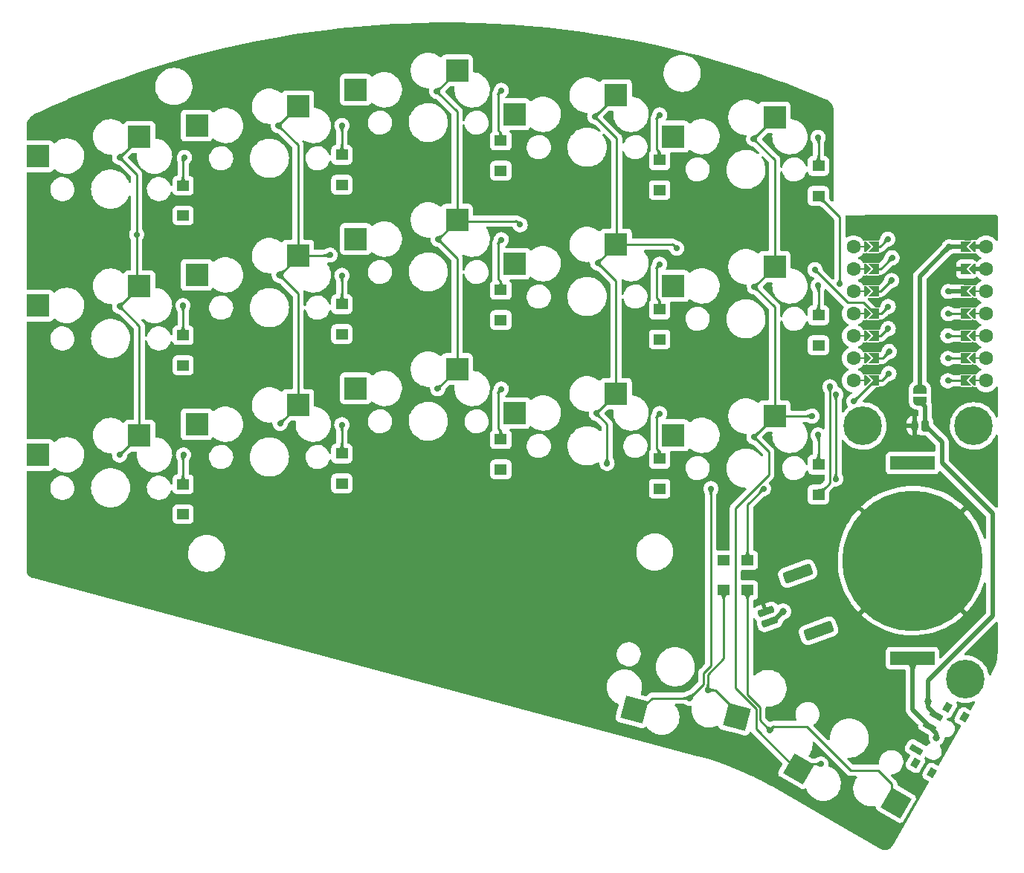
<source format=gtl>
G04 #@! TF.GenerationSoftware,KiCad,Pcbnew,(6.0.6-0)*
G04 #@! TF.CreationDate,2022-09-17T12:29:46+08:00*
G04 #@! TF.ProjectId,Kretstr_d,4b726574-7374-472e-9464-2e6b69636164,rev?*
G04 #@! TF.SameCoordinates,Original*
G04 #@! TF.FileFunction,Copper,L1,Top*
G04 #@! TF.FilePolarity,Positive*
%FSLAX46Y46*%
G04 Gerber Fmt 4.6, Leading zero omitted, Abs format (unit mm)*
G04 Created by KiCad (PCBNEW (6.0.6-0)) date 2022-09-17 12:29:46*
%MOMM*%
%LPD*%
G01*
G04 APERTURE LIST*
G04 Aperture macros list*
%AMRoundRect*
0 Rectangle with rounded corners*
0 $1 Rounding radius*
0 $2 $3 $4 $5 $6 $7 $8 $9 X,Y pos of 4 corners*
0 Add a 4 corners polygon primitive as box body*
4,1,4,$2,$3,$4,$5,$6,$7,$8,$9,$2,$3,0*
0 Add four circle primitives for the rounded corners*
1,1,$1+$1,$2,$3*
1,1,$1+$1,$4,$5*
1,1,$1+$1,$6,$7*
1,1,$1+$1,$8,$9*
0 Add four rect primitives between the rounded corners*
20,1,$1+$1,$2,$3,$4,$5,0*
20,1,$1+$1,$4,$5,$6,$7,0*
20,1,$1+$1,$6,$7,$8,$9,0*
20,1,$1+$1,$8,$9,$2,$3,0*%
%AMRotRect*
0 Rectangle, with rotation*
0 The origin of the aperture is its center*
0 $1 length*
0 $2 width*
0 $3 Rotation angle, in degrees counterclockwise*
0 Add horizontal line*
21,1,$1,$2,0,0,$3*%
%AMFreePoly0*
4,1,5,0.125000,-0.500000,-0.125000,-0.500000,-0.125000,0.500000,0.125000,0.500000,0.125000,-0.500000,0.125000,-0.500000,$1*%
%AMFreePoly1*
4,1,6,0.600000,0.200000,0.000000,-0.400000,-0.600000,0.200000,-0.600000,0.400000,0.600000,0.400000,0.600000,0.200000,0.600000,0.200000,$1*%
%AMFreePoly2*
4,1,5,0.254000,-0.500000,-0.254000,-0.500000,-0.254000,0.500000,0.254000,0.500000,0.254000,-0.500000,0.254000,-0.500000,$1*%
%AMFreePoly3*
4,1,6,0.600000,-0.250000,-0.600000,-0.250000,-0.600000,1.000000,0.000000,0.400000,0.600000,1.000000,0.600000,-0.250000,0.600000,-0.250000,$1*%
%AMFreePoly4*
4,1,22,0.500000,-0.750000,0.000000,-0.750000,0.000000,-0.745033,-0.079941,-0.743568,-0.215256,-0.701293,-0.333266,-0.622738,-0.424486,-0.514219,-0.481581,-0.384460,-0.499164,-0.250000,-0.500000,-0.250000,-0.500000,0.250000,-0.499164,0.250000,-0.499963,0.256109,-0.478152,0.396186,-0.417904,0.524511,-0.324060,0.630769,-0.204165,0.706417,-0.067858,0.745374,0.000000,0.744959,0.000000,0.750000,
0.500000,0.750000,0.500000,-0.750000,0.500000,-0.750000,$1*%
%AMFreePoly5*
4,1,20,0.000000,0.744959,0.073905,0.744508,0.209726,0.703889,0.328688,0.626782,0.421226,0.519385,0.479903,0.390333,0.500000,0.250000,0.500000,-0.250000,0.499851,-0.262216,0.476331,-0.402017,0.414519,-0.529596,0.319384,-0.634700,0.198574,-0.708877,0.061801,-0.746166,0.000000,-0.745033,0.000000,-0.750000,-0.500000,-0.750000,-0.500000,0.750000,0.000000,0.750000,0.000000,0.744959,
0.000000,0.744959,$1*%
G04 Aperture macros list end*
G04 #@! TA.AperFunction,ComponentPad*
%ADD10R,1.400000X1.200000*%
G04 #@! TD*
G04 #@! TA.AperFunction,SMDPad,CuDef*
%ADD11R,2.600000X2.600000*%
G04 #@! TD*
G04 #@! TA.AperFunction,ComponentPad*
%ADD12C,4.400000*%
G04 #@! TD*
G04 #@! TA.AperFunction,SMDPad,CuDef*
%ADD13RotRect,1.000000X0.800000X60.000000*%
G04 #@! TD*
G04 #@! TA.AperFunction,SMDPad,CuDef*
%ADD14RotRect,0.700000X1.500000X60.000000*%
G04 #@! TD*
G04 #@! TA.AperFunction,ComponentPad*
%ADD15RoundRect,0.200000X0.200000X0.450000X-0.200000X0.450000X-0.200000X-0.450000X0.200000X-0.450000X0*%
G04 #@! TD*
G04 #@! TA.AperFunction,ComponentPad*
%ADD16O,0.800000X1.300000*%
G04 #@! TD*
G04 #@! TA.AperFunction,SMDPad,CuDef*
%ADD17RotRect,2.600000X2.600000X330.000000*%
G04 #@! TD*
G04 #@! TA.AperFunction,SMDPad,CuDef*
%ADD18RoundRect,0.200000X0.773173X0.068577X0.636365X0.444454X-0.773173X-0.068577X-0.636365X-0.444454X0*%
G04 #@! TD*
G04 #@! TA.AperFunction,SMDPad,CuDef*
%ADD19RoundRect,0.250000X1.475870X0.111502X1.202254X0.863256X-1.475870X-0.111502X-1.202254X-0.863256X0*%
G04 #@! TD*
G04 #@! TA.AperFunction,SMDPad,CuDef*
%ADD20FreePoly0,90.000000*%
G04 #@! TD*
G04 #@! TA.AperFunction,ComponentPad*
%ADD21C,1.600000*%
G04 #@! TD*
G04 #@! TA.AperFunction,SMDPad,CuDef*
%ADD22FreePoly1,270.000000*%
G04 #@! TD*
G04 #@! TA.AperFunction,SMDPad,CuDef*
%ADD23FreePoly1,90.000000*%
G04 #@! TD*
G04 #@! TA.AperFunction,SMDPad,CuDef*
%ADD24FreePoly2,270.000000*%
G04 #@! TD*
G04 #@! TA.AperFunction,SMDPad,CuDef*
%ADD25FreePoly0,270.000000*%
G04 #@! TD*
G04 #@! TA.AperFunction,SMDPad,CuDef*
%ADD26FreePoly3,90.000000*%
G04 #@! TD*
G04 #@! TA.AperFunction,SMDPad,CuDef*
%ADD27FreePoly3,270.000000*%
G04 #@! TD*
G04 #@! TA.AperFunction,SMDPad,CuDef*
%ADD28RotRect,2.600000X2.600000X345.000000*%
G04 #@! TD*
G04 #@! TA.AperFunction,ComponentPad*
%ADD29FreePoly4,90.000000*%
G04 #@! TD*
G04 #@! TA.AperFunction,ComponentPad*
%ADD30FreePoly5,90.000000*%
G04 #@! TD*
G04 #@! TA.AperFunction,ComponentPad*
%ADD31R,5.080000X1.537200*%
G04 #@! TD*
G04 #@! TA.AperFunction,ComponentPad*
%ADD32C,16.000000*%
G04 #@! TD*
G04 #@! TA.AperFunction,ViaPad*
%ADD33C,0.700000*%
G04 #@! TD*
G04 #@! TA.AperFunction,ViaPad*
%ADD34C,0.800000*%
G04 #@! TD*
G04 #@! TA.AperFunction,Conductor*
%ADD35C,0.250000*%
G04 #@! TD*
G04 #@! TA.AperFunction,Conductor*
%ADD36C,0.508000*%
G04 #@! TD*
G04 #@! TA.AperFunction,Conductor*
%ADD37C,0.500000*%
G04 #@! TD*
G04 APERTURE END LIST*
D10*
X170895790Y-83748281D03*
X170895790Y-80348281D03*
D11*
X111666390Y-90546681D03*
X100116390Y-92746681D03*
D10*
X134726190Y-80868080D03*
X134726190Y-77468080D03*
X98556590Y-86029481D03*
X98556590Y-82629481D03*
D11*
X129751190Y-69458681D03*
X118201190Y-71658681D03*
X111666390Y-73528681D03*
X100116390Y-75728681D03*
D12*
X188571312Y-92962481D03*
D11*
X129751190Y-86476681D03*
X118201190Y-88676681D03*
D10*
X116641390Y-99496681D03*
X116641390Y-96096681D03*
X116641390Y-82478681D03*
X116641390Y-79078681D03*
D13*
X183839867Y-132469073D03*
X187489867Y-126147087D03*
X181925951Y-131364073D03*
X185575951Y-125042087D03*
D14*
X182063035Y-129826637D03*
X183563035Y-127228561D03*
X184313035Y-125929523D03*
D11*
X111666390Y-56510681D03*
X100116390Y-58710681D03*
D15*
X183065051Y-92895940D03*
D16*
X181815051Y-92895940D03*
D10*
X152810990Y-83076680D03*
X152810990Y-79676680D03*
D11*
X93581590Y-94046681D03*
X82031590Y-96246681D03*
X147835990Y-55240481D03*
X136285990Y-57440481D03*
D10*
X170895851Y-66730280D03*
X170895851Y-63330280D03*
D17*
X168607618Y-132032231D03*
X179710211Y-135901975D03*
D10*
X160118651Y-108249480D03*
X160118651Y-111649480D03*
D11*
X129751190Y-52440681D03*
X118201190Y-54640681D03*
D12*
X187626851Y-121785880D03*
D10*
X162811051Y-108249480D03*
X162811051Y-111649480D03*
X98556590Y-102996681D03*
X98556590Y-99596681D03*
D18*
X165351662Y-115286210D03*
X164924137Y-114111595D03*
D19*
X168530381Y-109766122D03*
X170907421Y-116296986D03*
D11*
X147835990Y-89276681D03*
X136285990Y-91476681D03*
X147835990Y-72258681D03*
X136285990Y-74458681D03*
D10*
X116641390Y-65460681D03*
X116641390Y-62060681D03*
D11*
X93581590Y-77028681D03*
X82031590Y-79228681D03*
D10*
X134726190Y-97886080D03*
X134726190Y-94486080D03*
D11*
X93581590Y-60010681D03*
X82031590Y-62210681D03*
D12*
X175953565Y-92962481D03*
D10*
X134726190Y-63850080D03*
X134726190Y-60450080D03*
D11*
X165920790Y-91816281D03*
X154370790Y-94016281D03*
D20*
X175988451Y-80164681D03*
D21*
X174881251Y-75084681D03*
D22*
X188383651Y-72544681D03*
D21*
X189983851Y-82704681D03*
X174881251Y-77624681D03*
D20*
X175988451Y-77624681D03*
D21*
X189983851Y-77624681D03*
X174881251Y-82704681D03*
D22*
X188383651Y-82704681D03*
D20*
X175988451Y-75084681D03*
D23*
X176496451Y-82704681D03*
D24*
X188891651Y-72544681D03*
D21*
X174881251Y-72544681D03*
D25*
X188891651Y-77624681D03*
D21*
X189983851Y-75084681D03*
X174881251Y-87784681D03*
D22*
X188383651Y-85244681D03*
X188383651Y-77624681D03*
D20*
X175988451Y-72544681D03*
D25*
X188891651Y-80164681D03*
D22*
X188383651Y-75084681D03*
D25*
X188891651Y-82704681D03*
D20*
X175988451Y-82704681D03*
D21*
X189983851Y-80164681D03*
X174881251Y-80164681D03*
X189983851Y-85244681D03*
X174881251Y-85244681D03*
D23*
X176496451Y-80164681D03*
X176496451Y-85244681D03*
X176496451Y-75084681D03*
D25*
X188891651Y-87784681D03*
D24*
X188891651Y-75084681D03*
D25*
X188891651Y-85244681D03*
D21*
X189983851Y-87784681D03*
D20*
X175988451Y-85244681D03*
D22*
X188383651Y-87784681D03*
D23*
X176496451Y-77624681D03*
X176496451Y-72544681D03*
D21*
X189983851Y-72544681D03*
D23*
X176496451Y-87784681D03*
D22*
X188383651Y-80164681D03*
D20*
X175988451Y-87784681D03*
D26*
X177512451Y-72544681D03*
X177512451Y-75084681D03*
X177512451Y-77624681D03*
X177512451Y-80164681D03*
X177512451Y-82704681D03*
X177512451Y-85244681D03*
X177512451Y-87784681D03*
D27*
X187367651Y-87784681D03*
X187367651Y-85244681D03*
X187367651Y-82704681D03*
X187367651Y-80164681D03*
X187367651Y-77624681D03*
X187367651Y-75084681D03*
X187367651Y-72544681D03*
D28*
X149903471Y-125288506D03*
X161629316Y-126152829D03*
D10*
X152810990Y-66058480D03*
X152810990Y-62658480D03*
X152810990Y-100094680D03*
X152810990Y-96694680D03*
D29*
X182440051Y-90093940D03*
D30*
X182440051Y-88793940D03*
D10*
X170895790Y-100766281D03*
X170895790Y-97366281D03*
X98556590Y-68960681D03*
X98556590Y-65560681D03*
D31*
X181611190Y-119417480D03*
X181611190Y-97180280D03*
D32*
X181611190Y-108298880D03*
D11*
X165920790Y-57780281D03*
X154370790Y-59980281D03*
X165920790Y-74798281D03*
X154370790Y-76998281D03*
D33*
X173331067Y-76779484D03*
X185675744Y-80170281D03*
D34*
X82031590Y-62210681D03*
D33*
X98726851Y-62344880D03*
X185624944Y-82671464D03*
X100128267Y-58709934D03*
X116633851Y-58718080D03*
X172213467Y-88478734D03*
X185624944Y-85262264D03*
X118201190Y-54640681D03*
X134794851Y-54704880D03*
X185624944Y-87802264D03*
X172887957Y-98982840D03*
X164644267Y-100091781D03*
X172887957Y-89337291D03*
D34*
X136285990Y-57440481D03*
D33*
X152828851Y-57498880D03*
D34*
X154370790Y-59980281D03*
D33*
X170862851Y-60063880D03*
D34*
X82031590Y-79279481D03*
D33*
X98549051Y-79235880D03*
X116633851Y-75786880D03*
X100128267Y-75727934D03*
X134794851Y-71722880D03*
X118284851Y-71595880D03*
D34*
X136285990Y-74458681D03*
D33*
X152828851Y-74516880D03*
X170862851Y-76954880D03*
D34*
X154370790Y-76998281D03*
X82031590Y-96246681D03*
D33*
X98599851Y-96253880D03*
X116633851Y-92804880D03*
X100128267Y-92745934D03*
X118201190Y-88676681D03*
X134794851Y-88740880D03*
X136285990Y-91476681D03*
X152828851Y-91534880D03*
X170862851Y-93972880D03*
D34*
X154370790Y-94016281D03*
D33*
X158289851Y-123055880D03*
X165377491Y-127626975D03*
D34*
X105344600Y-95417649D03*
X169237251Y-69563480D03*
X185654451Y-75064881D03*
X114728851Y-54323880D03*
X180951344Y-75064876D03*
X159649800Y-97093649D03*
X123364851Y-91305880D03*
X153133651Y-54577480D03*
X123226200Y-77834849D03*
X186335867Y-89697934D03*
X105192200Y-80736449D03*
X159446600Y-81701249D03*
X190370051Y-116756680D03*
X141565000Y-79009249D03*
X182689250Y-70086476D03*
X141615800Y-94147649D03*
X169338851Y-82415880D03*
D33*
X97315189Y-74977676D03*
X185675744Y-77630281D03*
X91320789Y-62328476D03*
X93270267Y-71130534D03*
X91320789Y-79321081D03*
X91320789Y-96262876D03*
X178792312Y-71646781D03*
X109608789Y-92661276D03*
X179274944Y-73781464D03*
X115281795Y-73480936D03*
X109405589Y-58726876D03*
D34*
X109557989Y-75744876D03*
D33*
X179224144Y-76372264D03*
X127439589Y-54815276D03*
X127541189Y-88718281D03*
X127591989Y-71680876D03*
X136928451Y-70020680D03*
X145422789Y-57685476D03*
X146834451Y-97209580D03*
X158649867Y-100091781D03*
X145600589Y-91518276D03*
X145752989Y-74373276D03*
X178843112Y-79344080D03*
X156232451Y-123970280D03*
X170486257Y-75148779D03*
X154759251Y-72713080D03*
X163609189Y-77102172D03*
X178919312Y-86964080D03*
X171172067Y-131480934D03*
X163507589Y-60225076D03*
X170156067Y-91831534D03*
X163547683Y-94210276D03*
X174905857Y-90145540D03*
X178944712Y-84474880D03*
X178843112Y-81858680D03*
D34*
X166880039Y-114081934D03*
X184350219Y-128466063D03*
D33*
X185789851Y-72550281D03*
D34*
X183359651Y-124376680D03*
D35*
X173331067Y-76779484D02*
X173331067Y-69165496D01*
X185675744Y-80170281D02*
X187362051Y-80170281D01*
X173331067Y-69165496D02*
X170895851Y-66730280D01*
X98556590Y-65560681D02*
X98556590Y-62515141D01*
X98556590Y-62515141D02*
X98726851Y-62344880D01*
X185658161Y-82704681D02*
X187367651Y-82704681D01*
X185624944Y-82671464D02*
X185658161Y-82704681D01*
X116641390Y-62060681D02*
X116641390Y-58725619D01*
X116641390Y-58725619D02*
X116633851Y-58718080D01*
X172213457Y-88478744D02*
X172213457Y-99448614D01*
X185642527Y-85244681D02*
X187367651Y-85244681D01*
X172213457Y-99448614D02*
X170895790Y-100766281D01*
X185624944Y-85262264D02*
X185642527Y-85244681D01*
X172213467Y-88478734D02*
X172213457Y-88478744D01*
X134413851Y-59218011D02*
X134413851Y-55085880D01*
X134413851Y-55085880D02*
X134794851Y-54704880D01*
X134726190Y-59530350D02*
X134413851Y-59218011D01*
X134726190Y-60450080D02*
X134726190Y-59530350D01*
X162811051Y-108249480D02*
X162811051Y-101924997D01*
X185642527Y-87784681D02*
X187367651Y-87784681D01*
X162811051Y-101924997D02*
X164644267Y-100091781D01*
X172887957Y-89337291D02*
X172887957Y-98982840D01*
X185624944Y-87802264D02*
X185642527Y-87784681D01*
X152810990Y-62658480D02*
X152810990Y-61778150D01*
X152810990Y-61778150D02*
X152447851Y-61415011D01*
X152447851Y-57879880D02*
X152828851Y-57498880D01*
X152447851Y-61415011D02*
X152447851Y-57879880D01*
X170895851Y-60096880D02*
X170862851Y-60063880D01*
X170895851Y-63330280D02*
X170895851Y-60096880D01*
X98549051Y-79235880D02*
X98556590Y-79243419D01*
X98556590Y-79243419D02*
X98556590Y-82629481D01*
X116641390Y-75794419D02*
X116633851Y-75786880D01*
X116641390Y-79078681D02*
X116641390Y-75794419D01*
X134726190Y-76484950D02*
X134413851Y-76172611D01*
X134413851Y-72103880D02*
X134794851Y-71722880D01*
X134413851Y-76172611D02*
X134413851Y-72103880D01*
X134726190Y-77468080D02*
X134726190Y-76484950D01*
X152447851Y-74897880D02*
X152828851Y-74516880D01*
X152810990Y-79676680D02*
X152810990Y-78732650D01*
X152447851Y-78369511D02*
X152447851Y-74897880D01*
X152810990Y-78732650D02*
X152447851Y-78369511D01*
X170895790Y-76987819D02*
X170895790Y-80348281D01*
X170862851Y-76954880D02*
X170895790Y-76987819D01*
X98556590Y-99596681D02*
X98556590Y-96297141D01*
X98556590Y-96297141D02*
X98599851Y-96253880D01*
X116641390Y-96096681D02*
X116641390Y-92812419D01*
X116641390Y-92812419D02*
X116633851Y-92804880D01*
X134726190Y-93523219D02*
X134413851Y-93210880D01*
X134413851Y-93210880D02*
X134413851Y-89121880D01*
X134413851Y-89121880D02*
X134794851Y-88740880D01*
X134726190Y-94486080D02*
X134726190Y-93523219D01*
X152810990Y-96694680D02*
X152810990Y-95860019D01*
X152447851Y-95496880D02*
X152447851Y-91915880D01*
X152810990Y-95860019D02*
X152447851Y-95496880D01*
X152447851Y-91915880D02*
X152828851Y-91534880D01*
X170895790Y-94005819D02*
X170895790Y-97366281D01*
X170862851Y-93972880D02*
X170895790Y-94005819D01*
X158289851Y-121275052D02*
X160118651Y-119446252D01*
X158289851Y-123055880D02*
X158289851Y-121275052D01*
X160118651Y-119446252D02*
X160118651Y-111649480D01*
X158289851Y-123055880D02*
X159178851Y-123055880D01*
X159178851Y-123055880D02*
X161629316Y-125506345D01*
X169551867Y-127188334D02*
X165816132Y-127188334D01*
X162811051Y-123550322D02*
X164237867Y-124977138D01*
X179244851Y-133774680D02*
X177678111Y-132207940D01*
X164237867Y-124977138D02*
X164237867Y-126487351D01*
X165816132Y-127188334D02*
X165377491Y-127626975D01*
X177678111Y-132207940D02*
X174571473Y-132207940D01*
X174571473Y-132207940D02*
X169551867Y-127188334D01*
X162811051Y-111649480D02*
X162811051Y-123550322D01*
X179244851Y-135335015D02*
X179244851Y-133774680D01*
X164237867Y-126487351D02*
X165377491Y-127626975D01*
D36*
X187367651Y-75084681D02*
X185674251Y-75084681D01*
X185674251Y-75084681D02*
X185654451Y-75064881D01*
D37*
X185675744Y-77630281D02*
X187362051Y-77630281D01*
X187362051Y-77630281D02*
X187367651Y-77624681D01*
D35*
X91320789Y-79321081D02*
X93581590Y-81581882D01*
X93581590Y-81581882D02*
X93581590Y-94046681D01*
X93266548Y-64274235D02*
X91320789Y-62328476D01*
X91320789Y-79321081D02*
X93224189Y-77417681D01*
X177900212Y-72538881D02*
X177512451Y-72538881D01*
X178792312Y-71646781D02*
X177900212Y-72538881D01*
X91320789Y-96262876D02*
X93097184Y-94486481D01*
X93266548Y-76764439D02*
X93266548Y-64274235D01*
X91320789Y-62328476D02*
X93097184Y-60552081D01*
X115281795Y-73480936D02*
X115234050Y-73528681D01*
X179274944Y-73781464D02*
X177971727Y-75084681D01*
X109405589Y-58726876D02*
X111627679Y-60948966D01*
X115234050Y-73528681D02*
X111666390Y-73528681D01*
X177971727Y-75084681D02*
X177512451Y-75084681D01*
X111334384Y-90935681D02*
X109608789Y-92661276D01*
X109557989Y-75744876D02*
X111666390Y-77853277D01*
X111181984Y-56950481D02*
X109405589Y-58726876D01*
X111666390Y-77853277D02*
X111666390Y-90546681D01*
X109557989Y-75744876D02*
X111291984Y-74010881D01*
X111627679Y-60948966D02*
X111627679Y-73573649D01*
X127591989Y-71680876D02*
X129323584Y-69949281D01*
X136928451Y-70020680D02*
X136522451Y-69614680D01*
X127591989Y-71680876D02*
X129751190Y-73840077D01*
X127439589Y-54815276D02*
X129069584Y-53185281D01*
X129751190Y-73840077D02*
X129751190Y-86476681D01*
X127541189Y-88718281D02*
X129241389Y-87018081D01*
X129751190Y-57126877D02*
X129751190Y-69458681D01*
X179224144Y-76372264D02*
X177971727Y-77624681D01*
X136522451Y-69614680D02*
X129907189Y-69614680D01*
X127439589Y-54815276D02*
X129751190Y-57126877D01*
X177971727Y-77624681D02*
X177512451Y-77624681D01*
X147453184Y-89665681D02*
X145600589Y-91518276D01*
X175999529Y-78888049D02*
X177276161Y-80164681D01*
X158649867Y-100091781D02*
X158649867Y-120278640D01*
X147911989Y-60174676D02*
X147911989Y-72036476D01*
X145422789Y-57685476D02*
X147275584Y-55832681D01*
X157837851Y-122364880D02*
X156232451Y-123970280D01*
X145752989Y-74373276D02*
X147835990Y-76456277D01*
X145422789Y-57685476D02*
X147911989Y-60174676D01*
X178843112Y-79344080D02*
X178022511Y-80164681D01*
X158649867Y-120278640D02*
X157837851Y-121090656D01*
X178022511Y-80164681D02*
X177512451Y-80164681D01*
X170486257Y-75169140D02*
X174205166Y-78888049D01*
X145752989Y-74373276D02*
X147351383Y-72774882D01*
X154759251Y-72713080D02*
X154304852Y-72258681D01*
X156232451Y-123970280D02*
X151965251Y-123970280D01*
X154304852Y-72258681D02*
X147835990Y-72258681D01*
X151965251Y-123970280D02*
X150647025Y-125288506D01*
X146834451Y-92752138D02*
X145600589Y-91518276D01*
X146834451Y-97209580D02*
X146834451Y-92752138D01*
X174205166Y-78888049D02*
X175999529Y-78888049D01*
X170486257Y-75148779D02*
X170486257Y-75169140D01*
X147835990Y-76456277D02*
X147835990Y-89276681D01*
X157837851Y-121090656D02*
X157837851Y-122364880D01*
X178098711Y-87784681D02*
X177513226Y-87784681D01*
X165237800Y-95900393D02*
X165237800Y-98505731D01*
X165237800Y-98505731D02*
X161443867Y-102299664D01*
X168319764Y-132032231D02*
X168607618Y-132032231D01*
X177276316Y-87784681D02*
X177512451Y-87784681D01*
X163787867Y-127500334D02*
X168319764Y-132032231D01*
X174915457Y-90145540D02*
X177276316Y-87784681D01*
X161443867Y-122819534D02*
X163787867Y-125163534D01*
X165920790Y-87122940D02*
X165920790Y-79413773D01*
X171172067Y-131480934D02*
X169158915Y-131480934D01*
X178919312Y-86964080D02*
X178098711Y-87784681D01*
X163507589Y-60225076D02*
X165309384Y-58423281D01*
X165920790Y-87122940D02*
X165920790Y-91816281D01*
X163507589Y-60225076D02*
X165920790Y-62638277D01*
X163609189Y-77102172D02*
X165473280Y-75238081D01*
X163547683Y-94210276D02*
X165237800Y-95900393D01*
X163547683Y-94210276D02*
X165920790Y-91837169D01*
X165920790Y-62638277D02*
X165920790Y-74798281D01*
X165920790Y-79413773D02*
X163609189Y-77102172D01*
X161443867Y-102299664D02*
X161443867Y-122819534D01*
X174905857Y-90145540D02*
X174915457Y-90145540D01*
X163787867Y-125163534D02*
X163787867Y-127500334D01*
X170156067Y-91831534D02*
X165936043Y-91831534D01*
X165936043Y-91831534D02*
X165920790Y-91816281D01*
X169158915Y-131480934D02*
X168607618Y-132032231D01*
X178174911Y-85244681D02*
X177512451Y-85244681D01*
X178944712Y-84474880D02*
X178174911Y-85244681D01*
X178843112Y-81858680D02*
X177997111Y-82704681D01*
X177997111Y-82704681D02*
X177512451Y-82704681D01*
D37*
X181611190Y-125276716D02*
X181611190Y-119417480D01*
X183563035Y-127228561D02*
X181611190Y-125276716D01*
X166880039Y-114081934D02*
X165675763Y-115286210D01*
X184350219Y-128466063D02*
X184350219Y-128015745D01*
X165675763Y-115286210D02*
X165351662Y-115286210D01*
X184350219Y-128015745D02*
X183563035Y-127228561D01*
D36*
X185789851Y-72550281D02*
X187362051Y-72550281D01*
X182440051Y-75900081D02*
X185789851Y-72550281D01*
X187362051Y-72550281D02*
X187367651Y-72544681D01*
D37*
X182440051Y-88793940D02*
X182440051Y-75900081D01*
X183359651Y-124376680D02*
X183359651Y-121985750D01*
X183359651Y-124376680D02*
X183359651Y-124976139D01*
X183065051Y-90718940D02*
X182440051Y-90093940D01*
X183359651Y-121985750D02*
X190725651Y-114619750D01*
X190725651Y-114619750D02*
X190725651Y-102939080D01*
X184959851Y-97173280D02*
X184959851Y-94790740D01*
X190725651Y-102939080D02*
X184959851Y-97173280D01*
X183359651Y-124976139D02*
X184313035Y-125929523D01*
X183065051Y-92895940D02*
X183065051Y-90718940D01*
X184959851Y-94790740D02*
X183065051Y-92895940D01*
G04 #@! TA.AperFunction,Conductor*
G36*
X165891700Y-127067093D02*
G01*
X165895799Y-127075988D01*
X165895799Y-127302906D01*
X165892372Y-127311179D01*
X165885441Y-127314529D01*
X165835455Y-127320294D01*
X165792682Y-127339986D01*
X165764357Y-127370627D01*
X165747353Y-127410432D01*
X165738546Y-127457618D01*
X165734812Y-127510401D01*
X165734809Y-127510509D01*
X165733029Y-127566881D01*
X165733020Y-127567103D01*
X165730083Y-127625201D01*
X165730010Y-127626043D01*
X165722889Y-127683754D01*
X165722611Y-127685225D01*
X165710315Y-127733216D01*
X165704942Y-127740380D01*
X165699210Y-127742010D01*
X165377491Y-127748299D01*
X165263787Y-127750522D01*
X165256496Y-127748152D01*
X165254761Y-127746838D01*
X165377491Y-127276976D01*
X165419885Y-127273042D01*
X165422429Y-127272806D01*
X165441954Y-127270994D01*
X165449394Y-127268733D01*
X165494846Y-127254919D01*
X165495379Y-127254757D01*
X165495867Y-127254500D01*
X165495870Y-127254499D01*
X165540492Y-127231019D01*
X165540853Y-127230829D01*
X165581462Y-127201774D01*
X165620249Y-127170191D01*
X165620388Y-127170080D01*
X165660023Y-127138857D01*
X165660870Y-127138249D01*
X165704246Y-127109950D01*
X165705749Y-127109120D01*
X165756035Y-127085987D01*
X165757987Y-127085291D01*
X165793842Y-127075988D01*
X165818571Y-127069572D01*
X165820584Y-127069235D01*
X165856494Y-127066418D01*
X165883184Y-127064324D01*
X165891700Y-127067093D01*
G37*
G04 #@! TD.AperFunction*
G04 #@! TA.AperFunction,Conductor*
G36*
X127473082Y-71557228D02*
G01*
X127922604Y-71566015D01*
X127943234Y-71630222D01*
X127957306Y-71680875D01*
X127957733Y-71682412D01*
X127959107Y-71687357D01*
X127959168Y-71687585D01*
X127972411Y-71739291D01*
X127972421Y-71739330D01*
X127985119Y-71787096D01*
X127985126Y-71787120D01*
X127985160Y-71787248D01*
X127985203Y-71787383D01*
X127985205Y-71787392D01*
X127999415Y-71832664D01*
X127999419Y-71832676D01*
X127999484Y-71832882D01*
X128017485Y-71877743D01*
X128041264Y-71923377D01*
X128072921Y-71971331D01*
X128114560Y-72023153D01*
X128150361Y-72061298D01*
X128160523Y-72072126D01*
X128163686Y-72080504D01*
X128160265Y-72088406D01*
X127999519Y-72249152D01*
X127991246Y-72252579D01*
X127983239Y-72249410D01*
X127934433Y-72203604D01*
X127934266Y-72203447D01*
X127882444Y-72161808D01*
X127834490Y-72130151D01*
X127788856Y-72106372D01*
X127743995Y-72088371D01*
X127743789Y-72088306D01*
X127743777Y-72088302D01*
X127698505Y-72074092D01*
X127698496Y-72074090D01*
X127698361Y-72074047D01*
X127698233Y-72074013D01*
X127698209Y-72074006D01*
X127650443Y-72061308D01*
X127650404Y-72061298D01*
X127598698Y-72048055D01*
X127598470Y-72047994D01*
X127541556Y-72032182D01*
X127541109Y-72032048D01*
X127485084Y-72014047D01*
X127478256Y-72008254D01*
X127476965Y-72003137D01*
X127475410Y-71923627D01*
X127468425Y-71566308D01*
X127470508Y-71560990D01*
X127470471Y-71560974D01*
X127470880Y-71560039D01*
X127471690Y-71557970D01*
X127471824Y-71557880D01*
X127472118Y-71557209D01*
X127473082Y-71557228D01*
G37*
G04 #@! TD.AperFunction*
G04 #@! TA.AperFunction,Conductor*
G36*
X156085913Y-123661072D02*
G01*
X156114300Y-123688370D01*
X156407451Y-123970280D01*
X156282303Y-124090629D01*
X156282302Y-124090629D01*
X156219486Y-124151037D01*
X156085913Y-124279488D01*
X156077574Y-124282753D01*
X156072457Y-124281462D01*
X156068614Y-124279488D01*
X156020098Y-124254568D01*
X156019727Y-124254368D01*
X155987258Y-124236017D01*
X155968267Y-124225284D01*
X155968063Y-124225165D01*
X155922183Y-124197997D01*
X155922091Y-124197943D01*
X155879340Y-124173148D01*
X155879334Y-124173145D01*
X155879219Y-124173078D01*
X155836822Y-124150938D01*
X155812864Y-124140701D01*
X155792640Y-124132059D01*
X155792631Y-124132056D01*
X155792372Y-124131945D01*
X155792096Y-124131858D01*
X155743570Y-124116579D01*
X155743567Y-124116578D01*
X155743290Y-124116491D01*
X155743002Y-124116432D01*
X155742998Y-124116431D01*
X155726112Y-124112975D01*
X155686996Y-124104968D01*
X155686725Y-124104938D01*
X155686722Y-124104938D01*
X155621134Y-124097791D01*
X155621124Y-124097790D01*
X155620910Y-124097767D01*
X155588395Y-124096736D01*
X155553780Y-124095639D01*
X155545620Y-124091952D01*
X155542451Y-124083945D01*
X155542451Y-123856615D01*
X155545878Y-123848342D01*
X155553780Y-123844921D01*
X155601243Y-123843416D01*
X155620910Y-123842792D01*
X155621124Y-123842769D01*
X155621134Y-123842768D01*
X155686722Y-123835621D01*
X155686725Y-123835621D01*
X155686996Y-123835591D01*
X155726112Y-123827584D01*
X155742998Y-123824128D01*
X155743002Y-123824127D01*
X155743290Y-123824068D01*
X155743567Y-123823981D01*
X155743570Y-123823980D01*
X155792096Y-123808701D01*
X155792098Y-123808700D01*
X155792372Y-123808614D01*
X155792631Y-123808503D01*
X155792640Y-123808500D01*
X155812864Y-123799858D01*
X155836822Y-123789621D01*
X155879219Y-123767481D01*
X155922144Y-123742585D01*
X155922183Y-123742562D01*
X155968063Y-123715394D01*
X155968267Y-123715275D01*
X156019708Y-123686202D01*
X156020119Y-123685981D01*
X156072457Y-123659098D01*
X156081382Y-123658366D01*
X156085913Y-123661072D01*
G37*
G04 #@! TD.AperFunction*
G04 #@! TA.AperFunction,Conductor*
G36*
X91728319Y-61760200D02*
G01*
X91889065Y-61920946D01*
X91892492Y-61929219D01*
X91889323Y-61937226D01*
X91843360Y-61986198D01*
X91801721Y-62038020D01*
X91770064Y-62085974D01*
X91746285Y-62131608D01*
X91728284Y-62176469D01*
X91728219Y-62176675D01*
X91728215Y-62176687D01*
X91718207Y-62208573D01*
X91713960Y-62222103D01*
X91713926Y-62222231D01*
X91713919Y-62222255D01*
X91701221Y-62270021D01*
X91701211Y-62270060D01*
X91701195Y-62270124D01*
X91687971Y-62321752D01*
X91687910Y-62321981D01*
X91686533Y-62326937D01*
X91686533Y-62326940D01*
X91672034Y-62379129D01*
X91651404Y-62443337D01*
X91201882Y-62452124D01*
X91200918Y-62452143D01*
X91199733Y-62449433D01*
X91198205Y-62447965D01*
X91197225Y-62443044D01*
X91198345Y-62385790D01*
X91201882Y-62204828D01*
X91204206Y-62085974D01*
X91205765Y-62006215D01*
X91209353Y-61998011D01*
X91213884Y-61995305D01*
X91269909Y-61977303D01*
X91270356Y-61977169D01*
X91327270Y-61961357D01*
X91327499Y-61961296D01*
X91379204Y-61948053D01*
X91379243Y-61948043D01*
X91427009Y-61935345D01*
X91427033Y-61935338D01*
X91427161Y-61935304D01*
X91427296Y-61935261D01*
X91427305Y-61935259D01*
X91472577Y-61921049D01*
X91472589Y-61921045D01*
X91472795Y-61920980D01*
X91517656Y-61902979D01*
X91563290Y-61879200D01*
X91611244Y-61847543D01*
X91663066Y-61805904D01*
X91712039Y-61759942D01*
X91720417Y-61756779D01*
X91728319Y-61760200D01*
G37*
G04 #@! TD.AperFunction*
G04 #@! TA.AperFunction,Conductor*
G36*
X110016319Y-92093000D02*
G01*
X110177065Y-92253746D01*
X110180492Y-92262019D01*
X110177323Y-92270026D01*
X110131360Y-92318998D01*
X110089721Y-92370820D01*
X110058064Y-92418774D01*
X110034285Y-92464408D01*
X110016284Y-92509269D01*
X110016219Y-92509475D01*
X110016215Y-92509487D01*
X110002005Y-92554759D01*
X110001960Y-92554903D01*
X110001926Y-92555031D01*
X110001919Y-92555055D01*
X109989221Y-92602821D01*
X109989211Y-92602860D01*
X109989195Y-92602924D01*
X109975968Y-92654565D01*
X109975907Y-92654794D01*
X109960095Y-92711708D01*
X109959961Y-92712155D01*
X109941960Y-92768181D01*
X109936167Y-92775009D01*
X109931050Y-92776300D01*
X109497211Y-92784781D01*
X109488872Y-92781516D01*
X109485284Y-92772854D01*
X109493765Y-92339015D01*
X109497353Y-92330811D01*
X109501884Y-92328105D01*
X109557909Y-92310103D01*
X109558356Y-92309969D01*
X109615270Y-92294157D01*
X109615499Y-92294096D01*
X109667204Y-92280853D01*
X109667243Y-92280843D01*
X109715009Y-92268145D01*
X109715033Y-92268138D01*
X109715161Y-92268104D01*
X109715296Y-92268061D01*
X109715305Y-92268059D01*
X109760577Y-92253849D01*
X109760589Y-92253845D01*
X109760795Y-92253780D01*
X109805656Y-92235779D01*
X109851290Y-92212000D01*
X109899244Y-92180343D01*
X109951066Y-92138704D01*
X110000039Y-92092742D01*
X110008417Y-92089579D01*
X110016319Y-92093000D01*
G37*
G04 #@! TD.AperFunction*
G04 #@! TA.AperFunction,Conductor*
G36*
X171025529Y-131171726D02*
G01*
X171228870Y-131367269D01*
X171338298Y-131472501D01*
X171341886Y-131480705D01*
X171338298Y-131489367D01*
X171110270Y-131708651D01*
X171025529Y-131790142D01*
X171017190Y-131793407D01*
X171012073Y-131792116D01*
X171008230Y-131790142D01*
X170959714Y-131765222D01*
X170959343Y-131765022D01*
X170926874Y-131746671D01*
X170907883Y-131735938D01*
X170907679Y-131735819D01*
X170861799Y-131708651D01*
X170861707Y-131708597D01*
X170818956Y-131683802D01*
X170818950Y-131683799D01*
X170818835Y-131683732D01*
X170776438Y-131661592D01*
X170752480Y-131651355D01*
X170732256Y-131642713D01*
X170732247Y-131642710D01*
X170731988Y-131642599D01*
X170731712Y-131642512D01*
X170683186Y-131627233D01*
X170683183Y-131627232D01*
X170682906Y-131627145D01*
X170682618Y-131627086D01*
X170682614Y-131627085D01*
X170665728Y-131623629D01*
X170626612Y-131615622D01*
X170626341Y-131615592D01*
X170626338Y-131615592D01*
X170560750Y-131608445D01*
X170560740Y-131608444D01*
X170560526Y-131608421D01*
X170528011Y-131607390D01*
X170493396Y-131606293D01*
X170485236Y-131602606D01*
X170482067Y-131594599D01*
X170482067Y-131367269D01*
X170485494Y-131358996D01*
X170493396Y-131355575D01*
X170540859Y-131354070D01*
X170560526Y-131353446D01*
X170560740Y-131353423D01*
X170560750Y-131353422D01*
X170626338Y-131346275D01*
X170626341Y-131346275D01*
X170626612Y-131346245D01*
X170665728Y-131338238D01*
X170682614Y-131334782D01*
X170682618Y-131334781D01*
X170682906Y-131334722D01*
X170683183Y-131334635D01*
X170683186Y-131334634D01*
X170731712Y-131319355D01*
X170731714Y-131319354D01*
X170731988Y-131319268D01*
X170732247Y-131319157D01*
X170732256Y-131319154D01*
X170752480Y-131310512D01*
X170776438Y-131300275D01*
X170818835Y-131278135D01*
X170861760Y-131253239D01*
X170861799Y-131253216D01*
X170907679Y-131226048D01*
X170907883Y-131225929D01*
X170959324Y-131196856D01*
X170959735Y-131196635D01*
X171012073Y-131169752D01*
X171020998Y-131169020D01*
X171025529Y-131171726D01*
G37*
G04 #@! TD.AperFunction*
G04 #@! TA.AperFunction,Conductor*
G36*
X98678689Y-98410108D02*
G01*
X98682104Y-98417843D01*
X98687981Y-98545447D01*
X98706159Y-98660119D01*
X98734630Y-98755907D01*
X98771898Y-98838018D01*
X98816471Y-98911661D01*
X98866853Y-98982044D01*
X98866884Y-98982085D01*
X98921464Y-99054261D01*
X98921611Y-99054459D01*
X98978877Y-99133600D01*
X98979250Y-99134148D01*
X99037670Y-99225339D01*
X99038129Y-99226121D01*
X99092567Y-99327645D01*
X99093457Y-99336556D01*
X99090689Y-99341284D01*
X98565023Y-99887912D01*
X98556819Y-99891500D01*
X98548157Y-99887912D01*
X98022491Y-99341284D01*
X98019226Y-99332945D01*
X98020613Y-99327645D01*
X98075050Y-99226121D01*
X98075509Y-99225339D01*
X98133929Y-99134148D01*
X98134302Y-99133600D01*
X98191568Y-99054459D01*
X98191715Y-99054261D01*
X98246295Y-98982085D01*
X98246326Y-98982044D01*
X98296708Y-98911661D01*
X98341281Y-98838018D01*
X98378549Y-98755907D01*
X98407020Y-98660119D01*
X98425198Y-98545447D01*
X98431076Y-98417843D01*
X98434880Y-98409736D01*
X98442764Y-98406681D01*
X98670416Y-98406681D01*
X98678689Y-98410108D01*
G37*
G04 #@! TD.AperFunction*
G04 #@! TA.AperFunction,Conductor*
G36*
X152726639Y-78472241D02*
G01*
X152805660Y-78558135D01*
X152806357Y-78558966D01*
X152871893Y-78644986D01*
X152872529Y-78645909D01*
X152921192Y-78724369D01*
X152921782Y-78725321D01*
X152922264Y-78726178D01*
X152960331Y-78800912D01*
X152960601Y-78801477D01*
X152992616Y-78873638D01*
X153023486Y-78944806D01*
X153023532Y-78944901D01*
X153023541Y-78944921D01*
X153023730Y-78945311D01*
X153058139Y-79016489D01*
X153058252Y-79016681D01*
X153099219Y-79086379D01*
X153101621Y-79090466D01*
X153158977Y-79168515D01*
X153210418Y-79225098D01*
X153229469Y-79246053D01*
X153232499Y-79254479D01*
X153230907Y-79259837D01*
X153193997Y-79322846D01*
X152818803Y-79963342D01*
X152811665Y-79968748D01*
X152802794Y-79967523D01*
X152800275Y-79965538D01*
X152277094Y-79421494D01*
X152273829Y-79413155D01*
X152275400Y-79407525D01*
X152324056Y-79323425D01*
X152324788Y-79322311D01*
X152386802Y-79238760D01*
X152387267Y-79238173D01*
X152453211Y-79160275D01*
X152453311Y-79160159D01*
X152517301Y-79086550D01*
X152517375Y-79086465D01*
X152573768Y-79015400D01*
X152616763Y-78945311D01*
X152640703Y-78874464D01*
X152639928Y-78801126D01*
X152639524Y-78800119D01*
X152639523Y-78800116D01*
X152609105Y-78724369D01*
X152608781Y-78723562D01*
X152548183Y-78648221D01*
X152545669Y-78639629D01*
X152549028Y-78632617D01*
X152709756Y-78471889D01*
X152718029Y-78468462D01*
X152726639Y-78472241D01*
G37*
G04 #@! TD.AperFunction*
G04 #@! TA.AperFunction,Conductor*
G36*
X146956389Y-96523007D02*
G01*
X146959810Y-96530909D01*
X146961938Y-96598039D01*
X146969139Y-96664125D01*
X146980662Y-96720419D01*
X146996116Y-96769501D01*
X146996227Y-96769760D01*
X146996230Y-96769769D01*
X147004872Y-96789993D01*
X147015109Y-96813951D01*
X147037249Y-96856348D01*
X147037316Y-96856463D01*
X147037319Y-96856469D01*
X147062114Y-96899220D01*
X147062168Y-96899312D01*
X147089336Y-96945192D01*
X147089455Y-96945396D01*
X147118539Y-96996856D01*
X147118739Y-96997227D01*
X147144491Y-97047362D01*
X147145633Y-97049586D01*
X147146365Y-97058511D01*
X147143659Y-97063042D01*
X146842884Y-97375811D01*
X146834680Y-97379399D01*
X146826018Y-97375811D01*
X146525243Y-97063042D01*
X146521978Y-97054703D01*
X146523269Y-97049586D01*
X146550152Y-96997248D01*
X146550373Y-96996837D01*
X146579446Y-96945396D01*
X146579565Y-96945192D01*
X146606733Y-96899312D01*
X146606787Y-96899220D01*
X146631582Y-96856469D01*
X146631585Y-96856463D01*
X146631652Y-96856348D01*
X146653792Y-96813951D01*
X146664029Y-96789993D01*
X146672671Y-96769769D01*
X146672674Y-96769760D01*
X146672785Y-96769501D01*
X146688239Y-96720419D01*
X146699762Y-96664125D01*
X146706963Y-96598039D01*
X146709092Y-96530909D01*
X146712779Y-96522749D01*
X146720786Y-96519580D01*
X146948116Y-96519580D01*
X146956389Y-96523007D01*
G37*
G04 #@! TD.AperFunction*
G04 #@! TA.AperFunction,Conductor*
G36*
X163955213Y-93642000D02*
G01*
X164115959Y-93802746D01*
X164119386Y-93811019D01*
X164116217Y-93819026D01*
X164070254Y-93867998D01*
X164028615Y-93919820D01*
X163996958Y-93967774D01*
X163973179Y-94013408D01*
X163955178Y-94058269D01*
X163955113Y-94058475D01*
X163955109Y-94058487D01*
X163945101Y-94090373D01*
X163940854Y-94103903D01*
X163940820Y-94104031D01*
X163940813Y-94104055D01*
X163928115Y-94151821D01*
X163928105Y-94151860D01*
X163928089Y-94151924D01*
X163914862Y-94203565D01*
X163914801Y-94203794D01*
X163898928Y-94260929D01*
X163878298Y-94325137D01*
X163428776Y-94333924D01*
X163427812Y-94333943D01*
X163426627Y-94331233D01*
X163425099Y-94329765D01*
X163424119Y-94324844D01*
X163425239Y-94267590D01*
X163428776Y-94086628D01*
X163431100Y-93967774D01*
X163432659Y-93888015D01*
X163436247Y-93879811D01*
X163440778Y-93877105D01*
X163496803Y-93859103D01*
X163497250Y-93858969D01*
X163554164Y-93843157D01*
X163554393Y-93843096D01*
X163606098Y-93829853D01*
X163606137Y-93829843D01*
X163653903Y-93817145D01*
X163653927Y-93817138D01*
X163654055Y-93817104D01*
X163654190Y-93817061D01*
X163654199Y-93817059D01*
X163699471Y-93802849D01*
X163699483Y-93802845D01*
X163699689Y-93802780D01*
X163744550Y-93784779D01*
X163790184Y-93761000D01*
X163838138Y-93729343D01*
X163889960Y-93687704D01*
X163938933Y-93641742D01*
X163947311Y-93638579D01*
X163955213Y-93642000D01*
G37*
G04 #@! TD.AperFunction*
G04 #@! TA.AperFunction,Conductor*
G36*
X156639981Y-123402004D02*
G01*
X156800727Y-123562750D01*
X156804154Y-123571023D01*
X156800985Y-123579030D01*
X156755022Y-123628002D01*
X156713383Y-123679824D01*
X156681726Y-123727778D01*
X156657947Y-123773412D01*
X156639946Y-123818273D01*
X156639881Y-123818479D01*
X156639877Y-123818491D01*
X156625667Y-123863763D01*
X156625622Y-123863907D01*
X156625588Y-123864035D01*
X156625581Y-123864059D01*
X156612883Y-123911825D01*
X156612873Y-123911864D01*
X156612857Y-123911928D01*
X156599630Y-123963569D01*
X156599569Y-123963798D01*
X156583757Y-124020712D01*
X156583623Y-124021159D01*
X156565622Y-124077185D01*
X156559829Y-124084013D01*
X156554712Y-124085304D01*
X156371689Y-124088882D01*
X156282302Y-124090629D01*
X156282301Y-124090630D01*
X156108708Y-124094023D01*
X156116595Y-123690577D01*
X156117427Y-123648019D01*
X156121015Y-123639815D01*
X156125546Y-123637109D01*
X156181571Y-123619107D01*
X156182018Y-123618973D01*
X156238932Y-123603161D01*
X156239161Y-123603100D01*
X156290866Y-123589857D01*
X156290905Y-123589847D01*
X156338671Y-123577149D01*
X156338695Y-123577142D01*
X156338823Y-123577108D01*
X156338958Y-123577065D01*
X156338967Y-123577063D01*
X156384239Y-123562853D01*
X156384251Y-123562849D01*
X156384457Y-123562784D01*
X156429318Y-123544783D01*
X156474952Y-123521004D01*
X156522906Y-123489347D01*
X156574728Y-123447708D01*
X156623701Y-123401746D01*
X156632079Y-123398583D01*
X156639981Y-123402004D01*
G37*
G04 #@! TD.AperFunction*
G04 #@! TA.AperFunction,Conductor*
G36*
X173009895Y-98296267D02*
G01*
X173013316Y-98304169D01*
X173015444Y-98371299D01*
X173022645Y-98437385D01*
X173034168Y-98493679D01*
X173049622Y-98542761D01*
X173049733Y-98543020D01*
X173049736Y-98543029D01*
X173058378Y-98563253D01*
X173068615Y-98587211D01*
X173090755Y-98629608D01*
X173090822Y-98629723D01*
X173090825Y-98629729D01*
X173115620Y-98672480D01*
X173115674Y-98672572D01*
X173142842Y-98718452D01*
X173142961Y-98718656D01*
X173172045Y-98770116D01*
X173172245Y-98770487D01*
X173197997Y-98820622D01*
X173199139Y-98822846D01*
X173199871Y-98831771D01*
X173197165Y-98836302D01*
X172896390Y-99149071D01*
X172888186Y-99152659D01*
X172879524Y-99149071D01*
X172578749Y-98836302D01*
X172575484Y-98827963D01*
X172576775Y-98822846D01*
X172603658Y-98770508D01*
X172603879Y-98770097D01*
X172632952Y-98718656D01*
X172633071Y-98718452D01*
X172660239Y-98672572D01*
X172660293Y-98672480D01*
X172685088Y-98629729D01*
X172685091Y-98629723D01*
X172685158Y-98629608D01*
X172707298Y-98587211D01*
X172717535Y-98563253D01*
X172726177Y-98543029D01*
X172726180Y-98543020D01*
X172726291Y-98542761D01*
X172741745Y-98493679D01*
X172753268Y-98437385D01*
X172760469Y-98371299D01*
X172762598Y-98304169D01*
X172766285Y-98296009D01*
X172774292Y-98292840D01*
X173001622Y-98292840D01*
X173009895Y-98296267D01*
G37*
G04 #@! TD.AperFunction*
G04 #@! TA.AperFunction,Conductor*
G36*
X170009529Y-91522326D02*
G01*
X170212870Y-91717869D01*
X170322298Y-91823101D01*
X170325886Y-91831305D01*
X170322298Y-91839967D01*
X170094270Y-92059251D01*
X170009529Y-92140742D01*
X170001190Y-92144007D01*
X169996073Y-92142716D01*
X169992230Y-92140742D01*
X169943714Y-92115822D01*
X169943343Y-92115622D01*
X169910874Y-92097271D01*
X169891883Y-92086538D01*
X169891679Y-92086419D01*
X169845799Y-92059251D01*
X169845707Y-92059197D01*
X169802956Y-92034402D01*
X169802950Y-92034399D01*
X169802835Y-92034332D01*
X169760438Y-92012192D01*
X169736480Y-92001955D01*
X169716256Y-91993313D01*
X169716247Y-91993310D01*
X169715988Y-91993199D01*
X169715712Y-91993112D01*
X169667186Y-91977833D01*
X169667183Y-91977832D01*
X169666906Y-91977745D01*
X169666618Y-91977686D01*
X169666614Y-91977685D01*
X169649728Y-91974229D01*
X169610612Y-91966222D01*
X169610341Y-91966192D01*
X169610338Y-91966192D01*
X169544750Y-91959045D01*
X169544740Y-91959044D01*
X169544526Y-91959021D01*
X169512011Y-91957990D01*
X169477396Y-91956893D01*
X169469236Y-91953206D01*
X169466067Y-91945199D01*
X169466067Y-91717869D01*
X169469494Y-91709596D01*
X169477396Y-91706175D01*
X169524859Y-91704670D01*
X169544526Y-91704046D01*
X169544740Y-91704023D01*
X169544750Y-91704022D01*
X169610338Y-91696875D01*
X169610341Y-91696875D01*
X169610612Y-91696845D01*
X169649728Y-91688838D01*
X169666614Y-91685382D01*
X169666618Y-91685381D01*
X169666906Y-91685322D01*
X169667183Y-91685235D01*
X169667186Y-91685234D01*
X169715712Y-91669955D01*
X169715714Y-91669954D01*
X169715988Y-91669868D01*
X169716247Y-91669757D01*
X169716256Y-91669754D01*
X169736480Y-91661112D01*
X169760438Y-91650875D01*
X169802835Y-91628735D01*
X169845760Y-91603839D01*
X169845799Y-91603816D01*
X169891679Y-91576648D01*
X169891883Y-91576529D01*
X169943324Y-91547456D01*
X169943735Y-91547235D01*
X169996073Y-91520352D01*
X170004998Y-91519620D01*
X170009529Y-91522326D01*
G37*
G04 #@! TD.AperFunction*
G04 #@! TA.AperFunction,Conductor*
G36*
X164764184Y-99971541D02*
G01*
X164767772Y-99980203D01*
X164759291Y-100414042D01*
X164755703Y-100422246D01*
X164751172Y-100424952D01*
X164695146Y-100442953D01*
X164694699Y-100443087D01*
X164637785Y-100458899D01*
X164637557Y-100458960D01*
X164585851Y-100472203D01*
X164585812Y-100472213D01*
X164538046Y-100484911D01*
X164538022Y-100484918D01*
X164537894Y-100484952D01*
X164537759Y-100484995D01*
X164537750Y-100484997D01*
X164492478Y-100499207D01*
X164492466Y-100499211D01*
X164492260Y-100499276D01*
X164447399Y-100517277D01*
X164401765Y-100541056D01*
X164353811Y-100572713D01*
X164301989Y-100614352D01*
X164301822Y-100614509D01*
X164253017Y-100660315D01*
X164244639Y-100663478D01*
X164236737Y-100660057D01*
X164075991Y-100499311D01*
X164072564Y-100491038D01*
X164075733Y-100483031D01*
X164121538Y-100434225D01*
X164121695Y-100434058D01*
X164163334Y-100382236D01*
X164194991Y-100334282D01*
X164218770Y-100288648D01*
X164236771Y-100243787D01*
X164236836Y-100243581D01*
X164236840Y-100243569D01*
X164251050Y-100198297D01*
X164251052Y-100198288D01*
X164251095Y-100198153D01*
X164251129Y-100198025D01*
X164251136Y-100198001D01*
X164263834Y-100150235D01*
X164263844Y-100150196D01*
X164277087Y-100098490D01*
X164277148Y-100098262D01*
X164292960Y-100041348D01*
X164293094Y-100040901D01*
X164311096Y-99984876D01*
X164316889Y-99978048D01*
X164322006Y-99976757D01*
X164755845Y-99968276D01*
X164764184Y-99971541D01*
G37*
G04 #@! TD.AperFunction*
G04 #@! TA.AperFunction,Conductor*
G36*
X145634082Y-74249628D02*
G01*
X146083604Y-74258415D01*
X146104234Y-74322622D01*
X146118306Y-74373275D01*
X146118733Y-74374812D01*
X146120107Y-74379757D01*
X146120168Y-74379985D01*
X146133411Y-74431691D01*
X146133421Y-74431730D01*
X146146119Y-74479496D01*
X146146126Y-74479520D01*
X146146160Y-74479648D01*
X146146203Y-74479783D01*
X146146205Y-74479792D01*
X146160415Y-74525064D01*
X146160419Y-74525076D01*
X146160484Y-74525282D01*
X146178485Y-74570143D01*
X146202264Y-74615777D01*
X146233921Y-74663731D01*
X146275560Y-74715553D01*
X146311361Y-74753698D01*
X146321523Y-74764526D01*
X146324686Y-74772904D01*
X146321265Y-74780806D01*
X146160519Y-74941552D01*
X146152246Y-74944979D01*
X146144239Y-74941810D01*
X146095433Y-74896004D01*
X146095266Y-74895847D01*
X146043444Y-74854208D01*
X145995490Y-74822551D01*
X145949856Y-74798772D01*
X145904995Y-74780771D01*
X145904789Y-74780706D01*
X145904777Y-74780702D01*
X145859505Y-74766492D01*
X145859496Y-74766490D01*
X145859361Y-74766447D01*
X145859233Y-74766413D01*
X145859209Y-74766406D01*
X145811443Y-74753708D01*
X145811404Y-74753698D01*
X145759698Y-74740455D01*
X145759470Y-74740394D01*
X145702556Y-74724582D01*
X145702109Y-74724448D01*
X145646084Y-74706447D01*
X145639256Y-74700654D01*
X145637965Y-74695537D01*
X145636410Y-74616027D01*
X145629425Y-74258708D01*
X145631508Y-74253390D01*
X145631471Y-74253374D01*
X145631880Y-74252439D01*
X145632690Y-74250370D01*
X145632824Y-74250280D01*
X145633118Y-74249609D01*
X145634082Y-74249628D01*
G37*
G04 #@! TD.AperFunction*
G04 #@! TA.AperFunction,Conductor*
G36*
X98678689Y-81442908D02*
G01*
X98682104Y-81450643D01*
X98687981Y-81578247D01*
X98706159Y-81692919D01*
X98734630Y-81788707D01*
X98771898Y-81870818D01*
X98816471Y-81944461D01*
X98866853Y-82014844D01*
X98866884Y-82014885D01*
X98921464Y-82087061D01*
X98921611Y-82087259D01*
X98978877Y-82166400D01*
X98979250Y-82166948D01*
X99037670Y-82258139D01*
X99038129Y-82258921D01*
X99092567Y-82360445D01*
X99093457Y-82369356D01*
X99090689Y-82374084D01*
X98565023Y-82920712D01*
X98556819Y-82924300D01*
X98548157Y-82920712D01*
X98022491Y-82374084D01*
X98019226Y-82365745D01*
X98020613Y-82360445D01*
X98075050Y-82258921D01*
X98075509Y-82258139D01*
X98133929Y-82166948D01*
X98134302Y-82166400D01*
X98191568Y-82087259D01*
X98191715Y-82087061D01*
X98246295Y-82014885D01*
X98246326Y-82014844D01*
X98296708Y-81944461D01*
X98341281Y-81870818D01*
X98378549Y-81788707D01*
X98407020Y-81692919D01*
X98425198Y-81578247D01*
X98431076Y-81450643D01*
X98434880Y-81442536D01*
X98442764Y-81439481D01*
X98670416Y-81439481D01*
X98678689Y-81442908D01*
G37*
G04 #@! TD.AperFunction*
G04 #@! TA.AperFunction,Conductor*
G36*
X98808083Y-62196143D02*
G01*
X98814334Y-62203647D01*
X98927463Y-62622237D01*
X98926313Y-62631118D01*
X98922873Y-62634878D01*
X98885064Y-62661320D01*
X98844467Y-62689764D01*
X98844453Y-62689774D01*
X98844399Y-62689812D01*
X98844339Y-62689857D01*
X98844325Y-62689867D01*
X98807957Y-62717055D01*
X98807950Y-62717061D01*
X98807801Y-62717172D01*
X98775464Y-62744924D01*
X98775257Y-62745145D01*
X98775251Y-62745150D01*
X98757856Y-62763658D01*
X98747576Y-62774596D01*
X98724331Y-62807712D01*
X98724128Y-62808132D01*
X98724125Y-62808137D01*
X98710662Y-62835986D01*
X98705918Y-62845799D01*
X98692530Y-62890382D01*
X98684356Y-62942987D01*
X98684342Y-62943307D01*
X98682088Y-62993961D01*
X98678297Y-63002074D01*
X98670400Y-63005141D01*
X98443095Y-63005141D01*
X98434822Y-63001714D01*
X98431397Y-62993637D01*
X98430548Y-62942987D01*
X98430057Y-62913709D01*
X98426416Y-62845799D01*
X98425905Y-62836267D01*
X98425904Y-62836254D01*
X98425897Y-62836123D01*
X98419766Y-62769307D01*
X98412322Y-62710186D01*
X98409287Y-62689764D01*
X98404221Y-62655686D01*
X98404221Y-62655685D01*
X98396134Y-62602828D01*
X98396107Y-62602643D01*
X98388704Y-62548462D01*
X98388658Y-62548085D01*
X98382567Y-62489381D01*
X98382528Y-62488902D01*
X98378400Y-62422661D01*
X98378379Y-62422164D01*
X98377019Y-62353328D01*
X98380282Y-62344989D01*
X98384819Y-62342065D01*
X98799141Y-62195668D01*
X98808083Y-62196143D01*
G37*
G04 #@! TD.AperFunction*
G04 #@! TA.AperFunction,Conductor*
G36*
X116763489Y-60874108D02*
G01*
X116766904Y-60881843D01*
X116772781Y-61009447D01*
X116790959Y-61124119D01*
X116819430Y-61219907D01*
X116856698Y-61302018D01*
X116901271Y-61375661D01*
X116951653Y-61446044D01*
X116951684Y-61446085D01*
X117006264Y-61518261D01*
X117006411Y-61518459D01*
X117063677Y-61597600D01*
X117064050Y-61598148D01*
X117122470Y-61689339D01*
X117122929Y-61690121D01*
X117177367Y-61791645D01*
X117178257Y-61800556D01*
X117175489Y-61805284D01*
X116649823Y-62351912D01*
X116641619Y-62355500D01*
X116632957Y-62351912D01*
X116107291Y-61805284D01*
X116104026Y-61796945D01*
X116105413Y-61791645D01*
X116159850Y-61690121D01*
X116160309Y-61689339D01*
X116218729Y-61598148D01*
X116219102Y-61597600D01*
X116276368Y-61518459D01*
X116276515Y-61518261D01*
X116331095Y-61446085D01*
X116331126Y-61446044D01*
X116381508Y-61375661D01*
X116426081Y-61302018D01*
X116463349Y-61219907D01*
X116491820Y-61124119D01*
X116509998Y-61009447D01*
X116515876Y-60881843D01*
X116519680Y-60873736D01*
X116527564Y-60870681D01*
X116755216Y-60870681D01*
X116763489Y-60874108D01*
G37*
G04 #@! TD.AperFunction*
G04 #@! TA.AperFunction,Conductor*
G36*
X91201882Y-79197433D02*
G01*
X91651404Y-79206220D01*
X91672034Y-79270427D01*
X91686106Y-79321080D01*
X91686106Y-79321081D01*
X91686533Y-79322618D01*
X91686533Y-79322619D01*
X91687910Y-79327575D01*
X91687971Y-79327804D01*
X91701211Y-79379496D01*
X91701221Y-79379535D01*
X91713919Y-79427301D01*
X91713926Y-79427325D01*
X91713960Y-79427453D01*
X91714003Y-79427588D01*
X91714005Y-79427597D01*
X91728215Y-79472869D01*
X91728219Y-79472881D01*
X91728284Y-79473087D01*
X91746285Y-79517948D01*
X91770064Y-79563582D01*
X91801721Y-79611536D01*
X91843360Y-79663358D01*
X91879161Y-79701503D01*
X91889323Y-79712331D01*
X91892486Y-79720709D01*
X91889065Y-79728611D01*
X91728319Y-79889357D01*
X91720046Y-79892784D01*
X91712039Y-79889615D01*
X91663233Y-79843809D01*
X91663066Y-79843652D01*
X91611244Y-79802013D01*
X91563290Y-79770356D01*
X91517656Y-79746577D01*
X91472795Y-79728576D01*
X91472589Y-79728511D01*
X91472577Y-79728507D01*
X91427305Y-79714297D01*
X91427296Y-79714295D01*
X91427161Y-79714252D01*
X91427033Y-79714218D01*
X91427009Y-79714211D01*
X91379243Y-79701513D01*
X91379204Y-79701503D01*
X91327498Y-79688260D01*
X91327270Y-79688199D01*
X91270356Y-79672387D01*
X91269909Y-79672253D01*
X91213884Y-79654252D01*
X91207056Y-79648459D01*
X91205765Y-79643342D01*
X91204210Y-79563832D01*
X91197225Y-79206513D01*
X91199308Y-79201195D01*
X91199271Y-79201179D01*
X91199680Y-79200244D01*
X91200490Y-79198175D01*
X91200624Y-79198085D01*
X91200918Y-79197414D01*
X91201882Y-79197433D01*
G37*
G04 #@! TD.AperFunction*
G04 #@! TA.AperFunction,Conductor*
G36*
X171017950Y-62143707D02*
G01*
X171021365Y-62151442D01*
X171027242Y-62279046D01*
X171045420Y-62393718D01*
X171073891Y-62489506D01*
X171111159Y-62571617D01*
X171155732Y-62645260D01*
X171206114Y-62715643D01*
X171206145Y-62715684D01*
X171260725Y-62787860D01*
X171260872Y-62788058D01*
X171318138Y-62867199D01*
X171318511Y-62867747D01*
X171376931Y-62958938D01*
X171377390Y-62959720D01*
X171431828Y-63061244D01*
X171432718Y-63070155D01*
X171429950Y-63074883D01*
X170904284Y-63621511D01*
X170896080Y-63625099D01*
X170887418Y-63621511D01*
X170361752Y-63074883D01*
X170358487Y-63066544D01*
X170359874Y-63061244D01*
X170414311Y-62959720D01*
X170414770Y-62958938D01*
X170473190Y-62867747D01*
X170473563Y-62867199D01*
X170530829Y-62788058D01*
X170530976Y-62787860D01*
X170585556Y-62715684D01*
X170585587Y-62715643D01*
X170635969Y-62645260D01*
X170680542Y-62571617D01*
X170717810Y-62489506D01*
X170746281Y-62393718D01*
X170764459Y-62279046D01*
X170770337Y-62151442D01*
X170774141Y-62143335D01*
X170782025Y-62140280D01*
X171009677Y-62140280D01*
X171017950Y-62143707D01*
G37*
G04 #@! TD.AperFunction*
G04 #@! TA.AperFunction,Conductor*
G36*
X179394861Y-73661224D02*
G01*
X179398449Y-73669886D01*
X179389968Y-74103725D01*
X179386380Y-74111929D01*
X179381849Y-74114635D01*
X179325823Y-74132636D01*
X179325376Y-74132770D01*
X179268462Y-74148582D01*
X179268234Y-74148643D01*
X179216528Y-74161886D01*
X179216489Y-74161896D01*
X179168723Y-74174594D01*
X179168699Y-74174601D01*
X179168571Y-74174635D01*
X179168436Y-74174678D01*
X179168427Y-74174680D01*
X179123155Y-74188890D01*
X179123143Y-74188894D01*
X179122937Y-74188959D01*
X179078076Y-74206960D01*
X179032442Y-74230739D01*
X178984488Y-74262396D01*
X178932666Y-74304035D01*
X178932499Y-74304192D01*
X178883694Y-74349998D01*
X178875316Y-74353161D01*
X178867414Y-74349740D01*
X178706668Y-74188994D01*
X178703241Y-74180721D01*
X178706410Y-74172714D01*
X178752215Y-74123908D01*
X178752372Y-74123741D01*
X178794011Y-74071919D01*
X178825668Y-74023965D01*
X178849447Y-73978331D01*
X178867448Y-73933470D01*
X178867513Y-73933264D01*
X178867517Y-73933252D01*
X178881727Y-73887980D01*
X178881729Y-73887971D01*
X178881772Y-73887836D01*
X178881806Y-73887708D01*
X178881813Y-73887684D01*
X178894511Y-73839918D01*
X178894521Y-73839879D01*
X178907764Y-73788173D01*
X178907825Y-73787945D01*
X178923637Y-73731031D01*
X178923771Y-73730584D01*
X178941773Y-73674559D01*
X178947566Y-73667731D01*
X178952683Y-73666440D01*
X179386522Y-73657959D01*
X179394861Y-73661224D01*
G37*
G04 #@! TD.AperFunction*
G04 #@! TA.AperFunction,Conductor*
G36*
X172221903Y-88312503D02*
G01*
X172522671Y-88625282D01*
X172525935Y-88633620D01*
X172524644Y-88638736D01*
X172497757Y-88691079D01*
X172497538Y-88691485D01*
X172468462Y-88742925D01*
X172468344Y-88743130D01*
X172441152Y-88789047D01*
X172416256Y-88831973D01*
X172394115Y-88874370D01*
X172383878Y-88898328D01*
X172375236Y-88918552D01*
X172375236Y-88918553D01*
X172375122Y-88918820D01*
X172375036Y-88919094D01*
X172375035Y-88919096D01*
X172359762Y-88967606D01*
X172359668Y-88967903D01*
X172348145Y-89024197D01*
X172348115Y-89024468D01*
X172348115Y-89024471D01*
X172340969Y-89090058D01*
X172340944Y-89090284D01*
X172340937Y-89090506D01*
X172340937Y-89090508D01*
X172338816Y-89157415D01*
X172335129Y-89165575D01*
X172327122Y-89168744D01*
X172099792Y-89168744D01*
X172091519Y-89165317D01*
X172088098Y-89157415D01*
X172085976Y-89090506D01*
X172085969Y-89090282D01*
X172078768Y-89024194D01*
X172067245Y-88967898D01*
X172051792Y-88918814D01*
X172032800Y-88874363D01*
X172010660Y-88831964D01*
X171985765Y-88789037D01*
X171958561Y-88743095D01*
X171958456Y-88742914D01*
X171929395Y-88691490D01*
X171929173Y-88691079D01*
X171902280Y-88638718D01*
X171901549Y-88629794D01*
X171904255Y-88625263D01*
X172205039Y-88312504D01*
X172213244Y-88308916D01*
X172221903Y-88312503D01*
G37*
G04 #@! TD.AperFunction*
G04 #@! TA.AperFunction,Conductor*
G36*
X183551982Y-124376680D02*
G01*
X183553513Y-124378272D01*
X183713822Y-124544974D01*
X183717087Y-124553313D01*
X183715764Y-124558492D01*
X183699597Y-124589506D01*
X183699443Y-124589791D01*
X183677949Y-124628008D01*
X183656836Y-124666182D01*
X183638035Y-124704343D01*
X183623411Y-124742635D01*
X183623320Y-124743044D01*
X183617131Y-124770864D01*
X183614830Y-124781205D01*
X183614156Y-124820197D01*
X183623255Y-124859758D01*
X183643991Y-124900032D01*
X183644403Y-124900527D01*
X183671399Y-124932960D01*
X183674058Y-124941511D01*
X183670680Y-124948718D01*
X183333658Y-125285740D01*
X183325385Y-125289167D01*
X183317112Y-125285740D01*
X183316464Y-125285037D01*
X183264606Y-125223921D01*
X183263406Y-125222220D01*
X183223817Y-125153948D01*
X183222951Y-125152102D01*
X183198527Y-125085403D01*
X183198065Y-125083789D01*
X183184310Y-125018424D01*
X183184138Y-125017370D01*
X183176654Y-124953164D01*
X183176622Y-124952852D01*
X183171013Y-124890186D01*
X183171013Y-124890182D01*
X183171001Y-124890053D01*
X183166986Y-124860410D01*
X183162797Y-124829483D01*
X183162796Y-124829477D01*
X183162748Y-124829124D01*
X183150338Y-124781799D01*
X183147471Y-124770864D01*
X183147470Y-124770860D01*
X183147329Y-124770324D01*
X183120198Y-124713757D01*
X183081834Y-124665803D01*
X183079342Y-124657202D01*
X183080874Y-124652582D01*
X183359651Y-124176680D01*
X183551982Y-124376680D01*
G37*
G04 #@! TD.AperFunction*
G04 #@! TA.AperFunction,Conductor*
G36*
X98553877Y-79069506D02*
G01*
X98604122Y-79119537D01*
X98861368Y-79375683D01*
X98864813Y-79383949D01*
X98863637Y-79389085D01*
X98837323Y-79443265D01*
X98837116Y-79443672D01*
X98808728Y-79496754D01*
X98808615Y-79496960D01*
X98803357Y-79506334D01*
X98782045Y-79544325D01*
X98757711Y-79588542D01*
X98736061Y-79632147D01*
X98735981Y-79632342D01*
X98735978Y-79632350D01*
X98733709Y-79637924D01*
X98717482Y-79677779D01*
X98702358Y-79728080D01*
X98702303Y-79728361D01*
X98702302Y-79728365D01*
X98701656Y-79731665D01*
X98691078Y-79785693D01*
X98691053Y-79785929D01*
X98691052Y-79785938D01*
X98690783Y-79788519D01*
X98684026Y-79853259D01*
X98684020Y-79853448D01*
X98684020Y-79853452D01*
X98681935Y-79922074D01*
X98678258Y-79930240D01*
X98670240Y-79933419D01*
X98442929Y-79933419D01*
X98434656Y-79929992D01*
X98431235Y-79922085D01*
X98429130Y-79854880D01*
X98429123Y-79854642D01*
X98421956Y-79788245D01*
X98410439Y-79731665D01*
X98394923Y-79682339D01*
X98375757Y-79637706D01*
X98353291Y-79595202D01*
X98349416Y-79588655D01*
X98327875Y-79552266D01*
X98299921Y-79506433D01*
X98299823Y-79506270D01*
X98269704Y-79455026D01*
X98269494Y-79454653D01*
X98241396Y-79402580D01*
X98240484Y-79393672D01*
X98243086Y-79389099D01*
X98537015Y-79069872D01*
X98545140Y-79066107D01*
X98553877Y-79069506D01*
G37*
G04 #@! TD.AperFunction*
G04 #@! TA.AperFunction,Conductor*
G36*
X127320682Y-54691628D02*
G01*
X127770204Y-54700415D01*
X127790834Y-54764622D01*
X127804906Y-54815275D01*
X127804906Y-54815276D01*
X127805333Y-54816813D01*
X127805333Y-54816814D01*
X127806710Y-54821770D01*
X127806771Y-54821999D01*
X127820011Y-54873691D01*
X127820021Y-54873730D01*
X127832719Y-54921496D01*
X127832726Y-54921520D01*
X127832760Y-54921648D01*
X127832803Y-54921783D01*
X127832805Y-54921792D01*
X127847015Y-54967064D01*
X127847019Y-54967076D01*
X127847084Y-54967282D01*
X127865085Y-55012143D01*
X127888864Y-55057777D01*
X127920521Y-55105731D01*
X127962160Y-55157553D01*
X127997961Y-55195698D01*
X128008123Y-55206526D01*
X128011286Y-55214904D01*
X128007865Y-55222806D01*
X127847119Y-55383552D01*
X127838846Y-55386979D01*
X127830839Y-55383810D01*
X127782033Y-55338004D01*
X127781866Y-55337847D01*
X127730044Y-55296208D01*
X127682090Y-55264551D01*
X127636456Y-55240772D01*
X127591595Y-55222771D01*
X127591389Y-55222706D01*
X127591377Y-55222702D01*
X127546105Y-55208492D01*
X127546096Y-55208490D01*
X127545961Y-55208447D01*
X127545833Y-55208413D01*
X127545809Y-55208406D01*
X127498043Y-55195708D01*
X127498004Y-55195698D01*
X127446298Y-55182455D01*
X127446070Y-55182394D01*
X127389156Y-55166582D01*
X127388709Y-55166448D01*
X127332684Y-55148447D01*
X127325856Y-55142654D01*
X127324565Y-55137537D01*
X127323010Y-55058027D01*
X127316025Y-54700708D01*
X127318108Y-54695390D01*
X127318071Y-54695374D01*
X127318480Y-54694439D01*
X127319290Y-54692370D01*
X127319424Y-54692280D01*
X127319718Y-54691609D01*
X127320682Y-54691628D01*
G37*
G04 #@! TD.AperFunction*
G04 #@! TA.AperFunction,Conductor*
G36*
X109286682Y-58603228D02*
G01*
X109736204Y-58612015D01*
X109756834Y-58676222D01*
X109770906Y-58726875D01*
X109770906Y-58726876D01*
X109771333Y-58728413D01*
X109771333Y-58728414D01*
X109772710Y-58733370D01*
X109772771Y-58733599D01*
X109786011Y-58785291D01*
X109786021Y-58785330D01*
X109798719Y-58833096D01*
X109798726Y-58833120D01*
X109798760Y-58833248D01*
X109798803Y-58833383D01*
X109798805Y-58833392D01*
X109813015Y-58878664D01*
X109813019Y-58878676D01*
X109813084Y-58878882D01*
X109831085Y-58923743D01*
X109854864Y-58969377D01*
X109886521Y-59017331D01*
X109928160Y-59069153D01*
X109963961Y-59107298D01*
X109974123Y-59118126D01*
X109977286Y-59126504D01*
X109973865Y-59134406D01*
X109813119Y-59295152D01*
X109804846Y-59298579D01*
X109796839Y-59295410D01*
X109748033Y-59249604D01*
X109747866Y-59249447D01*
X109696044Y-59207808D01*
X109648090Y-59176151D01*
X109602456Y-59152372D01*
X109557595Y-59134371D01*
X109557389Y-59134306D01*
X109557377Y-59134302D01*
X109512105Y-59120092D01*
X109512096Y-59120090D01*
X109511961Y-59120047D01*
X109511833Y-59120013D01*
X109511809Y-59120006D01*
X109464043Y-59107308D01*
X109464004Y-59107298D01*
X109412298Y-59094055D01*
X109412070Y-59093994D01*
X109355156Y-59078182D01*
X109354709Y-59078048D01*
X109298684Y-59060047D01*
X109291856Y-59054254D01*
X109290565Y-59049137D01*
X109289010Y-58969627D01*
X109282025Y-58612308D01*
X109284108Y-58606990D01*
X109284071Y-58606974D01*
X109284480Y-58606039D01*
X109285290Y-58603970D01*
X109285424Y-58603880D01*
X109285718Y-58603209D01*
X109286682Y-58603228D01*
G37*
G04 #@! TD.AperFunction*
G04 #@! TA.AperFunction,Conductor*
G36*
X109813119Y-58158600D02*
G01*
X109973865Y-58319346D01*
X109977292Y-58327619D01*
X109974123Y-58335626D01*
X109928160Y-58384598D01*
X109886521Y-58436420D01*
X109854864Y-58484374D01*
X109831085Y-58530008D01*
X109813084Y-58574869D01*
X109813019Y-58575075D01*
X109813015Y-58575087D01*
X109803007Y-58606973D01*
X109798760Y-58620503D01*
X109798726Y-58620631D01*
X109798719Y-58620655D01*
X109786021Y-58668421D01*
X109786011Y-58668460D01*
X109785995Y-58668524D01*
X109772768Y-58720165D01*
X109772707Y-58720394D01*
X109756834Y-58777529D01*
X109736204Y-58841737D01*
X109286682Y-58850524D01*
X109285718Y-58850543D01*
X109284533Y-58847833D01*
X109283005Y-58846365D01*
X109282025Y-58841444D01*
X109283145Y-58784190D01*
X109286682Y-58603228D01*
X109289006Y-58484374D01*
X109290565Y-58404615D01*
X109294153Y-58396411D01*
X109298684Y-58393705D01*
X109354709Y-58375703D01*
X109355156Y-58375569D01*
X109412070Y-58359757D01*
X109412299Y-58359696D01*
X109464004Y-58346453D01*
X109464043Y-58346443D01*
X109511809Y-58333745D01*
X109511833Y-58333738D01*
X109511961Y-58333704D01*
X109512096Y-58333661D01*
X109512105Y-58333659D01*
X109557377Y-58319449D01*
X109557389Y-58319445D01*
X109557595Y-58319380D01*
X109602456Y-58301379D01*
X109648090Y-58277600D01*
X109696044Y-58245943D01*
X109747866Y-58204304D01*
X109796839Y-58158342D01*
X109805217Y-58155179D01*
X109813119Y-58158600D01*
G37*
G04 #@! TD.AperFunction*
G04 #@! TA.AperFunction,Conductor*
G36*
X152681603Y-61472524D02*
G01*
X152762761Y-61558967D01*
X152763300Y-61559582D01*
X152803410Y-61608784D01*
X152823178Y-61633033D01*
X152832700Y-61644714D01*
X152833207Y-61645384D01*
X152885855Y-61720492D01*
X152887513Y-61722858D01*
X152887918Y-61723478D01*
X152931840Y-61795574D01*
X152932058Y-61795949D01*
X152970266Y-61864939D01*
X153007306Y-61932849D01*
X153047697Y-62001606D01*
X153096066Y-62073336D01*
X153157042Y-62150164D01*
X153157204Y-62150338D01*
X153229324Y-62227843D01*
X153232451Y-62236234D01*
X153230854Y-62241727D01*
X152818803Y-62945142D01*
X152811665Y-62950548D01*
X152802794Y-62949323D01*
X152800275Y-62947338D01*
X152277032Y-62403230D01*
X152273767Y-62394891D01*
X152275281Y-62389360D01*
X152321084Y-62308383D01*
X152321694Y-62307418D01*
X152371697Y-62236234D01*
X152378791Y-62226135D01*
X152379140Y-62225663D01*
X152438745Y-62149438D01*
X152438753Y-62149444D01*
X152438763Y-62149415D01*
X152495577Y-62077138D01*
X152495699Y-62076983D01*
X152495800Y-62076840D01*
X152495809Y-62076827D01*
X152544577Y-62007311D01*
X152544796Y-62006999D01*
X152581012Y-61937952D01*
X152599321Y-61868311D01*
X152594698Y-61796543D01*
X152563144Y-61723487D01*
X152562439Y-61721854D01*
X152562438Y-61721853D01*
X152562120Y-61721116D01*
X152561613Y-61720492D01*
X152503222Y-61648688D01*
X152500661Y-61640107D01*
X152504026Y-61633033D01*
X152664800Y-61472259D01*
X152673073Y-61468832D01*
X152681603Y-61472524D01*
G37*
G04 #@! TD.AperFunction*
G04 #@! TA.AperFunction,Conductor*
G36*
X98628427Y-96089908D02*
G01*
X98887303Y-96434718D01*
X98888976Y-96436947D01*
X98891202Y-96445621D01*
X98889327Y-96450502D01*
X98857221Y-96498233D01*
X98857031Y-96498508D01*
X98823042Y-96546048D01*
X98823005Y-96546099D01*
X98792056Y-96588893D01*
X98792039Y-96588918D01*
X98792006Y-96588963D01*
X98791949Y-96589046D01*
X98791929Y-96589075D01*
X98764377Y-96629360D01*
X98764267Y-96629521D01*
X98740084Y-96670112D01*
X98739966Y-96670361D01*
X98739965Y-96670363D01*
X98731892Y-96687413D01*
X98719717Y-96713124D01*
X98703425Y-96760944D01*
X98691467Y-96815962D01*
X98684102Y-96880564D01*
X98684094Y-96880796D01*
X98684094Y-96880801D01*
X98681961Y-96945825D01*
X98678264Y-96953981D01*
X98670267Y-96957141D01*
X98442975Y-96957141D01*
X98434702Y-96953714D01*
X98431279Y-96945761D01*
X98429288Y-96873024D01*
X98429283Y-96872839D01*
X98422665Y-96801707D01*
X98412185Y-96740914D01*
X98398297Y-96687629D01*
X98381450Y-96639020D01*
X98377453Y-96629360D01*
X98362121Y-96592313D01*
X98362097Y-96592255D01*
X98340688Y-96544504D01*
X98320109Y-96498389D01*
X98317740Y-96493081D01*
X98317618Y-96492798D01*
X98293609Y-96434955D01*
X98293433Y-96434504D01*
X98271523Y-96374858D01*
X98271887Y-96365911D01*
X98275120Y-96361749D01*
X98611685Y-96087858D01*
X98620265Y-96085294D01*
X98628427Y-96089908D01*
G37*
G04 #@! TD.AperFunction*
G04 #@! TA.AperFunction,Conductor*
G36*
X146160519Y-73805000D02*
G01*
X146321265Y-73965746D01*
X146324692Y-73974019D01*
X146321523Y-73982026D01*
X146275560Y-74030998D01*
X146233921Y-74082820D01*
X146202264Y-74130774D01*
X146178485Y-74176408D01*
X146160484Y-74221269D01*
X146160419Y-74221475D01*
X146160415Y-74221487D01*
X146150407Y-74253373D01*
X146146160Y-74266903D01*
X146146126Y-74267031D01*
X146146119Y-74267055D01*
X146133421Y-74314821D01*
X146133411Y-74314860D01*
X146133395Y-74314924D01*
X146120171Y-74366552D01*
X146120110Y-74366781D01*
X146118733Y-74371737D01*
X146118733Y-74371740D01*
X146104234Y-74423929D01*
X146083604Y-74488137D01*
X145634082Y-74496924D01*
X145633118Y-74496943D01*
X145631933Y-74494233D01*
X145630405Y-74492765D01*
X145629425Y-74487844D01*
X145630545Y-74430590D01*
X145634082Y-74249628D01*
X145636406Y-74130774D01*
X145637965Y-74051015D01*
X145641553Y-74042811D01*
X145646084Y-74040105D01*
X145702109Y-74022103D01*
X145702556Y-74021969D01*
X145759470Y-74006157D01*
X145759699Y-74006096D01*
X145811404Y-73992853D01*
X145811443Y-73992843D01*
X145859209Y-73980145D01*
X145859233Y-73980138D01*
X145859361Y-73980104D01*
X145859496Y-73980061D01*
X145859505Y-73980059D01*
X145904777Y-73965849D01*
X145904789Y-73965845D01*
X145904995Y-73965780D01*
X145949856Y-73947779D01*
X145995490Y-73924000D01*
X146043444Y-73892343D01*
X146095266Y-73850704D01*
X146144239Y-73804742D01*
X146152617Y-73801579D01*
X146160519Y-73805000D01*
G37*
G04 #@! TD.AperFunction*
G04 #@! TA.AperFunction,Conductor*
G36*
X154260154Y-72134752D02*
G01*
X154322444Y-72140011D01*
X154324622Y-72140406D01*
X154365374Y-72151847D01*
X154384564Y-72157235D01*
X154386641Y-72158038D01*
X154436106Y-72182822D01*
X154437670Y-72183764D01*
X154480115Y-72214111D01*
X154480975Y-72214789D01*
X154519656Y-72248327D01*
X154519784Y-72248440D01*
X154557568Y-72282332D01*
X154597277Y-72313530D01*
X154597631Y-72313733D01*
X154597635Y-72313736D01*
X154641504Y-72338930D01*
X154641508Y-72338932D01*
X154642015Y-72339223D01*
X154694950Y-72356657D01*
X154695584Y-72356720D01*
X154695587Y-72356721D01*
X154751151Y-72362272D01*
X154759043Y-72366504D01*
X154761308Y-72370957D01*
X154879087Y-72821866D01*
X154877862Y-72830737D01*
X154870724Y-72836143D01*
X154867539Y-72836521D01*
X154437584Y-72828116D01*
X154429380Y-72824528D01*
X154426463Y-72819259D01*
X154414080Y-72769783D01*
X154413798Y-72768204D01*
X154407345Y-72708714D01*
X154407282Y-72707793D01*
X154405529Y-72647741D01*
X154405524Y-72647458D01*
X154405234Y-72588988D01*
X154405234Y-72588896D01*
X154403081Y-72534053D01*
X154395726Y-72484950D01*
X154379828Y-72443475D01*
X154352046Y-72411514D01*
X154309040Y-72390953D01*
X154308086Y-72390840D01*
X154308085Y-72390840D01*
X154280226Y-72387550D01*
X154257798Y-72384901D01*
X154249984Y-72380528D01*
X154247470Y-72373282D01*
X154247470Y-72146411D01*
X154250897Y-72138138D01*
X154259170Y-72134711D01*
X154260154Y-72134752D01*
G37*
G04 #@! TD.AperFunction*
G04 #@! TA.AperFunction,Conductor*
G36*
X134669482Y-76252298D02*
G01*
X134747289Y-76337948D01*
X134748079Y-76338917D01*
X134811282Y-76425506D01*
X134811985Y-76426589D01*
X134858135Y-76507168D01*
X134858646Y-76508169D01*
X134892995Y-76584247D01*
X134893126Y-76584538D01*
X134893394Y-76585183D01*
X134921554Y-76659227D01*
X134948580Y-76732337D01*
X134948631Y-76732458D01*
X134948634Y-76732465D01*
X134977662Y-76801035D01*
X134979666Y-76805770D01*
X135020129Y-76881107D01*
X135075286Y-76959929D01*
X135075520Y-76960190D01*
X135144758Y-77037460D01*
X135147726Y-77045908D01*
X135146139Y-77051182D01*
X134734003Y-77754742D01*
X134726865Y-77760148D01*
X134717994Y-77758923D01*
X134715475Y-77756938D01*
X134192330Y-77212931D01*
X134189065Y-77204592D01*
X134190669Y-77198905D01*
X134241127Y-77112812D01*
X134241932Y-77111614D01*
X134307017Y-77026626D01*
X134307546Y-77025984D01*
X134377391Y-76947092D01*
X134377539Y-76946928D01*
X134438075Y-76881107D01*
X134446030Y-76872458D01*
X134506917Y-76800774D01*
X134554077Y-76730089D01*
X134581460Y-76658536D01*
X134583016Y-76584247D01*
X134552696Y-76505354D01*
X134552134Y-76504651D01*
X134490989Y-76428165D01*
X134488500Y-76419563D01*
X134491855Y-76412586D01*
X134652549Y-76251892D01*
X134660822Y-76248465D01*
X134669482Y-76252298D01*
G37*
G04 #@! TD.AperFunction*
G04 #@! TA.AperFunction,Conductor*
G36*
X158411789Y-122369307D02*
G01*
X158415210Y-122377209D01*
X158417338Y-122444339D01*
X158424539Y-122510425D01*
X158436062Y-122566719D01*
X158451516Y-122615801D01*
X158451627Y-122616060D01*
X158451630Y-122616069D01*
X158460272Y-122636293D01*
X158470509Y-122660251D01*
X158492649Y-122702648D01*
X158492716Y-122702763D01*
X158492719Y-122702769D01*
X158517514Y-122745520D01*
X158517545Y-122745573D01*
X158544758Y-122791528D01*
X158544855Y-122791696D01*
X158574037Y-122843329D01*
X158604851Y-122903319D01*
X158293204Y-123227393D01*
X158292535Y-123228088D01*
X158289778Y-123227009D01*
X158287657Y-123227050D01*
X158283490Y-123224265D01*
X158268199Y-123208364D01*
X158118338Y-123052527D01*
X157980643Y-122909342D01*
X157977378Y-122901003D01*
X157978669Y-122895886D01*
X158005552Y-122843548D01*
X158005773Y-122843137D01*
X158034846Y-122791696D01*
X158034965Y-122791492D01*
X158062133Y-122745612D01*
X158062187Y-122745520D01*
X158086982Y-122702769D01*
X158086985Y-122702763D01*
X158087052Y-122702648D01*
X158109192Y-122660251D01*
X158119429Y-122636293D01*
X158128071Y-122616069D01*
X158128074Y-122616060D01*
X158128185Y-122615801D01*
X158143639Y-122566719D01*
X158155162Y-122510425D01*
X158162363Y-122444339D01*
X158163504Y-122408345D01*
X158163896Y-122405695D01*
X158167114Y-122393687D01*
X158165794Y-122378600D01*
X158168486Y-122370059D01*
X158176429Y-122365925D01*
X158177449Y-122365880D01*
X158403516Y-122365880D01*
X158411789Y-122369307D01*
G37*
G04 #@! TD.AperFunction*
G04 #@! TA.AperFunction,Conductor*
G36*
X173453005Y-76092911D02*
G01*
X173456426Y-76100813D01*
X173458554Y-76167943D01*
X173465755Y-76234029D01*
X173477278Y-76290323D01*
X173492732Y-76339405D01*
X173492843Y-76339664D01*
X173492846Y-76339673D01*
X173501488Y-76359897D01*
X173511725Y-76383855D01*
X173533865Y-76426252D01*
X173533932Y-76426367D01*
X173533935Y-76426373D01*
X173558730Y-76469124D01*
X173558784Y-76469216D01*
X173585952Y-76515096D01*
X173586071Y-76515300D01*
X173615155Y-76566760D01*
X173615355Y-76567131D01*
X173641107Y-76617266D01*
X173642249Y-76619490D01*
X173642981Y-76628415D01*
X173640275Y-76632946D01*
X173339500Y-76945715D01*
X173331296Y-76949303D01*
X173322634Y-76945715D01*
X173021859Y-76632946D01*
X173018594Y-76624607D01*
X173019885Y-76619490D01*
X173046768Y-76567152D01*
X173046989Y-76566741D01*
X173076062Y-76515300D01*
X173076181Y-76515096D01*
X173103349Y-76469216D01*
X173103403Y-76469124D01*
X173128198Y-76426373D01*
X173128201Y-76426367D01*
X173128268Y-76426252D01*
X173150408Y-76383855D01*
X173160645Y-76359897D01*
X173169287Y-76339673D01*
X173169290Y-76339664D01*
X173169401Y-76339405D01*
X173184855Y-76290323D01*
X173196378Y-76234029D01*
X173203579Y-76167943D01*
X173205708Y-76100813D01*
X173209395Y-76092653D01*
X173217402Y-76089484D01*
X173444732Y-76089484D01*
X173453005Y-76092911D01*
G37*
G04 #@! TD.AperFunction*
G04 #@! TA.AperFunction,Conductor*
G36*
X170855775Y-59897586D02*
G01*
X171184360Y-60181005D01*
X171188386Y-60189004D01*
X171187581Y-60194211D01*
X171164282Y-60252449D01*
X171164097Y-60252885D01*
X171138735Y-60309511D01*
X171138615Y-60309770D01*
X171119306Y-60350216D01*
X171114561Y-60360154D01*
X171092269Y-60407003D01*
X171092232Y-60407088D01*
X171072308Y-60452788D01*
X171072302Y-60452804D01*
X171072231Y-60452966D01*
X171054876Y-60500824D01*
X171040632Y-60553363D01*
X171040588Y-60553612D01*
X171040586Y-60553619D01*
X171037896Y-60568697D01*
X171029928Y-60613363D01*
X171023191Y-60683607D01*
X171023186Y-60683798D01*
X171021171Y-60755509D01*
X171017514Y-60763682D01*
X171009476Y-60766880D01*
X170782180Y-60766880D01*
X170773907Y-60763453D01*
X170770486Y-60755557D01*
X170768364Y-60689744D01*
X170768357Y-60689523D01*
X170761062Y-60624277D01*
X170749245Y-60568697D01*
X170733187Y-60520342D01*
X170713166Y-60476766D01*
X170689463Y-60435529D01*
X170662357Y-60394187D01*
X170662353Y-60394182D01*
X170662335Y-60394154D01*
X170632128Y-60350296D01*
X170632074Y-60350216D01*
X170599166Y-60301578D01*
X170598969Y-60301278D01*
X170575652Y-60264430D01*
X170567870Y-60252132D01*
X170566342Y-60243309D01*
X170568606Y-60238586D01*
X170603954Y-60194211D01*
X170838983Y-59899156D01*
X170846818Y-59894820D01*
X170855775Y-59897586D01*
G37*
G04 #@! TD.AperFunction*
G04 #@! TA.AperFunction,Conductor*
G36*
X163388682Y-60101428D02*
G01*
X163838204Y-60110215D01*
X163858834Y-60174422D01*
X163872906Y-60225075D01*
X163872906Y-60225076D01*
X163873333Y-60226613D01*
X163873333Y-60226614D01*
X163874710Y-60231570D01*
X163874771Y-60231799D01*
X163888011Y-60283491D01*
X163888021Y-60283530D01*
X163900719Y-60331296D01*
X163900726Y-60331320D01*
X163900760Y-60331448D01*
X163900803Y-60331583D01*
X163900805Y-60331592D01*
X163915015Y-60376864D01*
X163915019Y-60376876D01*
X163915084Y-60377082D01*
X163933085Y-60421943D01*
X163956864Y-60467577D01*
X163988521Y-60515531D01*
X164030160Y-60567353D01*
X164065961Y-60605498D01*
X164076123Y-60616326D01*
X164079286Y-60624704D01*
X164075865Y-60632606D01*
X163915119Y-60793352D01*
X163906846Y-60796779D01*
X163898839Y-60793610D01*
X163850033Y-60747804D01*
X163849866Y-60747647D01*
X163798044Y-60706008D01*
X163750090Y-60674351D01*
X163704456Y-60650572D01*
X163659595Y-60632571D01*
X163659389Y-60632506D01*
X163659377Y-60632502D01*
X163614105Y-60618292D01*
X163614096Y-60618290D01*
X163613961Y-60618247D01*
X163613833Y-60618213D01*
X163613809Y-60618206D01*
X163566043Y-60605508D01*
X163566004Y-60605498D01*
X163514298Y-60592255D01*
X163514070Y-60592194D01*
X163457156Y-60576382D01*
X163456709Y-60576248D01*
X163400684Y-60558247D01*
X163393856Y-60552454D01*
X163392565Y-60547337D01*
X163391010Y-60467827D01*
X163384025Y-60110508D01*
X163386108Y-60105190D01*
X163386071Y-60105174D01*
X163386480Y-60104239D01*
X163387290Y-60102170D01*
X163387424Y-60102080D01*
X163387718Y-60101409D01*
X163388682Y-60101428D01*
G37*
G04 #@! TD.AperFunction*
G04 #@! TA.AperFunction,Conductor*
G36*
X158658300Y-99925550D02*
G01*
X158959075Y-100238319D01*
X158962340Y-100246658D01*
X158961049Y-100251775D01*
X158934155Y-100304133D01*
X158933955Y-100304504D01*
X158915604Y-100336973D01*
X158904871Y-100355964D01*
X158904752Y-100356168D01*
X158877584Y-100402048D01*
X158877561Y-100402087D01*
X158852665Y-100445012D01*
X158830525Y-100487409D01*
X158820288Y-100511367D01*
X158811646Y-100531591D01*
X158811643Y-100531600D01*
X158811532Y-100531859D01*
X158796078Y-100580941D01*
X158784555Y-100637235D01*
X158777354Y-100703321D01*
X158777347Y-100703545D01*
X158775226Y-100770452D01*
X158771539Y-100778612D01*
X158763532Y-100781781D01*
X158536202Y-100781781D01*
X158527929Y-100778354D01*
X158524508Y-100770452D01*
X158522386Y-100703545D01*
X158522379Y-100703321D01*
X158515178Y-100637235D01*
X158503655Y-100580941D01*
X158488201Y-100531859D01*
X158488090Y-100531600D01*
X158488087Y-100531591D01*
X158479445Y-100511367D01*
X158469208Y-100487409D01*
X158447068Y-100445012D01*
X158422172Y-100402087D01*
X158422149Y-100402048D01*
X158394981Y-100356168D01*
X158394862Y-100355964D01*
X158384129Y-100336973D01*
X158365778Y-100304504D01*
X158365578Y-100304133D01*
X158338685Y-100251775D01*
X158337953Y-100242850D01*
X158340659Y-100238319D01*
X158641434Y-99925550D01*
X158649638Y-99921962D01*
X158658300Y-99925550D01*
G37*
G04 #@! TD.AperFunction*
G04 #@! TA.AperFunction,Conductor*
G36*
X128584412Y-46978722D02*
G01*
X129689862Y-46979484D01*
X129692165Y-46979508D01*
X131753929Y-47019341D01*
X131756243Y-47019408D01*
X132392517Y-47043564D01*
X133816936Y-47097642D01*
X133819281Y-47097753D01*
X135672592Y-47202715D01*
X135878099Y-47214354D01*
X135880432Y-47214508D01*
X137936794Y-47369447D01*
X137939097Y-47369642D01*
X139992226Y-47562859D01*
X139994548Y-47563099D01*
X142043690Y-47794524D01*
X142045933Y-47794799D01*
X144090504Y-48064367D01*
X144092753Y-48064686D01*
X145481341Y-48274150D01*
X146131800Y-48372270D01*
X146134118Y-48372641D01*
X146713207Y-48471060D01*
X148167206Y-48718175D01*
X148169433Y-48718575D01*
X150195716Y-49101919D01*
X150197949Y-49102363D01*
X151344171Y-49341409D01*
X152216658Y-49523367D01*
X152218951Y-49523867D01*
X154229533Y-49982417D01*
X154231817Y-49982961D01*
X155232598Y-50230906D01*
X156233420Y-50478861D01*
X156235616Y-50479426D01*
X157131694Y-50719233D01*
X158227748Y-51012557D01*
X158230009Y-51013185D01*
X160211763Y-51583301D01*
X160214013Y-51583971D01*
X162184847Y-52190918D01*
X162187083Y-52191630D01*
X163647279Y-52671274D01*
X164143907Y-52834406D01*
X164146205Y-52835161D01*
X164148416Y-52835910D01*
X166095259Y-53515841D01*
X166097429Y-53516621D01*
X167001685Y-53851456D01*
X168031337Y-54232724D01*
X168033530Y-54233560D01*
X169077411Y-54642365D01*
X169941684Y-54980832D01*
X169953634Y-54985512D01*
X169955800Y-54986383D01*
X171810654Y-55752931D01*
X171831871Y-55764177D01*
X171842237Y-55771010D01*
X171848956Y-55773076D01*
X171854924Y-55776782D01*
X171863571Y-55779186D01*
X171871793Y-55782793D01*
X171871746Y-55782900D01*
X171887188Y-55789170D01*
X172008224Y-55855341D01*
X172023457Y-55865154D01*
X172160282Y-55967932D01*
X172173945Y-55979823D01*
X172294621Y-56101176D01*
X172306433Y-56114901D01*
X172318740Y-56131476D01*
X172408446Y-56252297D01*
X172418174Y-56267585D01*
X172499422Y-56418190D01*
X172506857Y-56434716D01*
X172565662Y-56595420D01*
X172570649Y-56612840D01*
X172605795Y-56780316D01*
X172608232Y-56798273D01*
X172616716Y-56932950D01*
X172616974Y-56937053D01*
X172616121Y-56953973D01*
X172616151Y-56953974D01*
X172615960Y-56962949D01*
X172614499Y-56971804D01*
X172615582Y-56980713D01*
X172618691Y-57006289D01*
X172619612Y-57021494D01*
X172619612Y-67253946D01*
X172599610Y-67322067D01*
X172545954Y-67368560D01*
X172475680Y-67378664D01*
X172411100Y-67349170D01*
X172404517Y-67343041D01*
X172220903Y-67159427D01*
X172205763Y-67141121D01*
X172200121Y-67132813D01*
X172200117Y-67132808D01*
X172197588Y-67129084D01*
X172194557Y-67125760D01*
X172194552Y-67125754D01*
X172137250Y-67062919D01*
X172106128Y-66999108D01*
X172104351Y-66978018D01*
X172104351Y-66082146D01*
X172097596Y-66019964D01*
X172046466Y-65883575D01*
X171959112Y-65767019D01*
X171842556Y-65679665D01*
X171706167Y-65628535D01*
X171643985Y-65621780D01*
X170147717Y-65621780D01*
X170085535Y-65628535D01*
X169949146Y-65679665D01*
X169832590Y-65767019D01*
X169745236Y-65883575D01*
X169694106Y-66019964D01*
X169687351Y-66082146D01*
X169687351Y-67378414D01*
X169694106Y-67440596D01*
X169745236Y-67576985D01*
X169832590Y-67693541D01*
X169949146Y-67780895D01*
X170085535Y-67832025D01*
X170147717Y-67838780D01*
X170713641Y-67838780D01*
X170740601Y-67841698D01*
X170814181Y-67857815D01*
X170828904Y-67860814D01*
X170829551Y-67860936D01*
X170829851Y-67860988D01*
X170829904Y-67860998D01*
X170842980Y-67863279D01*
X170842995Y-67863282D01*
X170843399Y-67863352D01*
X170843772Y-67863412D01*
X170843791Y-67863415D01*
X170939822Y-67878814D01*
X170939881Y-67878823D01*
X170940030Y-67878847D01*
X170940215Y-67878875D01*
X170940256Y-67878881D01*
X170943829Y-67879415D01*
X170950721Y-67880446D01*
X171032197Y-67891757D01*
X171035366Y-67892239D01*
X171088279Y-67901002D01*
X171097768Y-67902951D01*
X171120702Y-67908592D01*
X171134907Y-67912989D01*
X171142786Y-67915949D01*
X171158480Y-67923107D01*
X171170645Y-67929696D01*
X171184684Y-67938543D01*
X171215720Y-67961086D01*
X171226570Y-67969928D01*
X171256717Y-67997420D01*
X171292722Y-68030254D01*
X171294655Y-68032017D01*
X171295662Y-68032860D01*
X171295667Y-68032865D01*
X171327746Y-68059739D01*
X171327638Y-68059868D01*
X171339072Y-68069405D01*
X172660662Y-69390995D01*
X172694688Y-69453307D01*
X172697567Y-69480090D01*
X172697567Y-76044583D01*
X172695653Y-76066457D01*
X172692466Y-76084536D01*
X172691273Y-76122155D01*
X172691137Y-76126435D01*
X172674193Y-76185657D01*
X172670057Y-76192789D01*
X172660635Y-76209033D01*
X172660089Y-76209964D01*
X172654630Y-76219185D01*
X172602719Y-76267612D01*
X172532863Y-76280287D01*
X172467244Y-76253183D01*
X172457112Y-76244091D01*
X172007576Y-75794554D01*
X171453664Y-75240642D01*
X171439604Y-75223901D01*
X171428951Y-75208711D01*
X171415365Y-75194256D01*
X171400266Y-75178190D01*
X171369788Y-75122240D01*
X171365661Y-75105606D01*
X171365167Y-75103542D01*
X171363661Y-75097000D01*
X171358958Y-75076582D01*
X171354334Y-75056501D01*
X171354311Y-75056401D01*
X171354242Y-75056103D01*
X171352716Y-75049665D01*
X171338517Y-74991449D01*
X171336234Y-74982444D01*
X171336134Y-74982064D01*
X171334040Y-74974352D01*
X171332628Y-74969304D01*
X171318966Y-74920490D01*
X171318965Y-74920487D01*
X171318007Y-74917064D01*
X171298757Y-74869685D01*
X171297944Y-74867683D01*
X171294844Y-74859190D01*
X171281412Y-74817850D01*
X171274856Y-74797672D01*
X171184624Y-74641386D01*
X171179269Y-74635438D01*
X171068292Y-74512186D01*
X171068291Y-74512185D01*
X171063870Y-74507275D01*
X171052188Y-74498787D01*
X170923214Y-74405082D01*
X170923213Y-74405081D01*
X170917872Y-74401201D01*
X170911844Y-74398517D01*
X170911842Y-74398516D01*
X170759040Y-74330484D01*
X170759038Y-74330484D01*
X170753009Y-74327799D01*
X170664749Y-74309039D01*
X170582946Y-74291651D01*
X170582942Y-74291651D01*
X170576489Y-74290279D01*
X170396025Y-74290279D01*
X170389572Y-74291651D01*
X170389568Y-74291651D01*
X170307765Y-74309039D01*
X170219505Y-74327799D01*
X170213476Y-74330483D01*
X170213474Y-74330484D01*
X170060673Y-74398516D01*
X170060671Y-74398517D01*
X170054643Y-74401201D01*
X170049302Y-74405081D01*
X170049301Y-74405082D01*
X169913988Y-74503392D01*
X169913986Y-74503394D01*
X169908644Y-74507275D01*
X169904223Y-74512185D01*
X169904222Y-74512186D01*
X169793246Y-74635438D01*
X169787890Y-74641386D01*
X169740398Y-74723645D01*
X169705720Y-74783709D01*
X169697658Y-74797672D01*
X169641892Y-74969304D01*
X169641202Y-74975867D01*
X169641202Y-74975868D01*
X169633425Y-75049856D01*
X169623028Y-75148779D01*
X169623718Y-75155344D01*
X169640629Y-75316233D01*
X169641892Y-75328254D01*
X169643932Y-75334532D01*
X169643932Y-75334533D01*
X169658399Y-75379057D01*
X169697658Y-75499886D01*
X169700961Y-75505608D01*
X169700962Y-75505609D01*
X169711438Y-75523753D01*
X169787890Y-75656172D01*
X169792308Y-75661079D01*
X169792309Y-75661080D01*
X169903022Y-75784039D01*
X169908644Y-75790283D01*
X169913986Y-75794164D01*
X169913988Y-75794166D01*
X170043822Y-75888496D01*
X170054642Y-75896357D01*
X170060670Y-75899041D01*
X170060672Y-75899042D01*
X170074766Y-75905317D01*
X170149710Y-75938684D01*
X170158369Y-75942946D01*
X170188426Y-75959198D01*
X170246154Y-75980460D01*
X170251061Y-75982217D01*
X170254689Y-75983516D01*
X170254750Y-75983537D01*
X170254933Y-75983603D01*
X170255301Y-75983731D01*
X170264941Y-75986978D01*
X170279065Y-75991579D01*
X170322969Y-76005882D01*
X170323038Y-76005904D01*
X170323188Y-76005953D01*
X170323311Y-76005992D01*
X170323368Y-76006010D01*
X170332585Y-76008911D01*
X170332900Y-76009010D01*
X170352372Y-76014929D01*
X170411730Y-76053879D01*
X170440607Y-76118738D01*
X170429835Y-76188912D01*
X170389786Y-76237417D01*
X170373159Y-76249498D01*
X170290582Y-76309493D01*
X170290580Y-76309495D01*
X170285238Y-76313376D01*
X170280817Y-76318286D01*
X170280816Y-76318287D01*
X170185336Y-76424329D01*
X170164484Y-76447487D01*
X170123848Y-76517870D01*
X170088259Y-76579513D01*
X170074252Y-76603773D01*
X170059281Y-76649849D01*
X170020795Y-76768300D01*
X170018486Y-76775405D01*
X170017796Y-76781968D01*
X170017796Y-76781969D01*
X170006643Y-76888083D01*
X169999622Y-76954880D01*
X170000312Y-76961445D01*
X170012574Y-77078103D01*
X170018486Y-77134355D01*
X170020526Y-77140633D01*
X170020526Y-77140634D01*
X170032343Y-77177003D01*
X170074252Y-77305987D01*
X170077555Y-77311709D01*
X170077556Y-77311710D01*
X170113967Y-77374776D01*
X170119833Y-77386255D01*
X170132038Y-77413494D01*
X170133880Y-77417604D01*
X170164971Y-77466753D01*
X170169703Y-77474095D01*
X170169900Y-77474395D01*
X170169990Y-77474530D01*
X170173167Y-77479296D01*
X170173792Y-77480234D01*
X170206745Y-77528952D01*
X170206844Y-77529097D01*
X170209063Y-77532349D01*
X170209284Y-77532671D01*
X170234167Y-77568807D01*
X170256327Y-77636208D01*
X170257192Y-77663044D01*
X170257399Y-77665698D01*
X170260253Y-77702340D01*
X170260820Y-77709622D01*
X170260945Y-77710081D01*
X170262290Y-77725684D01*
X170262290Y-79107877D01*
X170260050Y-79131528D01*
X170258791Y-79138116D01*
X170226358Y-79201272D01*
X170164929Y-79236866D01*
X170147617Y-79239424D01*
X170147656Y-79239781D01*
X170085474Y-79246536D01*
X169949085Y-79297666D01*
X169888532Y-79343048D01*
X169840778Y-79378838D01*
X169832529Y-79385020D01*
X169745175Y-79501576D01*
X169694045Y-79637965D01*
X169687290Y-79700147D01*
X169687290Y-80256935D01*
X169667288Y-80325056D01*
X169613632Y-80371549D01*
X169543358Y-80381653D01*
X169478778Y-80352159D01*
X169444098Y-80303217D01*
X169440656Y-80294500D01*
X169408629Y-80213404D01*
X169380212Y-80141447D01*
X169380211Y-80141445D01*
X169378251Y-80136482D01*
X169374524Y-80130340D01*
X169260317Y-79942133D01*
X169260315Y-79942130D01*
X169257549Y-79937572D01*
X169105059Y-79761843D01*
X169062603Y-79727031D01*
X168929269Y-79617703D01*
X168929263Y-79617699D01*
X168925141Y-79614319D01*
X168920505Y-79611680D01*
X168920502Y-79611678D01*
X168738246Y-79507932D01*
X168722938Y-79499218D01*
X168504233Y-79419832D01*
X168498984Y-79418883D01*
X168498981Y-79418882D01*
X168279363Y-79379169D01*
X168279356Y-79379168D01*
X168275279Y-79378431D01*
X168255666Y-79377506D01*
X168252382Y-79377351D01*
X168252376Y-79377351D01*
X168250895Y-79377281D01*
X168087369Y-79377281D01*
X168023727Y-79382681D01*
X167919267Y-79391544D01*
X167919263Y-79391545D01*
X167913956Y-79391995D01*
X167908799Y-79393333D01*
X167908796Y-79393334D01*
X167693920Y-79449105D01*
X167693916Y-79449106D01*
X167688751Y-79450447D01*
X167683885Y-79452639D01*
X167683882Y-79452640D01*
X167574616Y-79501861D01*
X167476613Y-79546008D01*
X167283610Y-79675945D01*
X167279753Y-79679624D01*
X167279751Y-79679626D01*
X167225751Y-79731140D01*
X167115259Y-79836544D01*
X167112076Y-79840821D01*
X167112076Y-79840822D01*
X167064461Y-79904819D01*
X166976374Y-80023212D01*
X166973958Y-80027963D01*
X166973956Y-80027967D01*
X166882066Y-80208702D01*
X166870926Y-80230613D01*
X166801931Y-80452814D01*
X166801100Y-80452556D01*
X166769187Y-80510693D01*
X166706799Y-80544579D01*
X166635995Y-80539356D01*
X166579254Y-80496683D01*
X166554591Y-80430108D01*
X166554290Y-80421399D01*
X166554290Y-79492536D01*
X166554817Y-79481352D01*
X166556491Y-79473864D01*
X166554352Y-79405805D01*
X166554290Y-79401848D01*
X166554290Y-79373917D01*
X166553784Y-79369911D01*
X166552851Y-79358065D01*
X166552450Y-79345284D01*
X166551463Y-79313883D01*
X166545812Y-79294431D01*
X166541804Y-79275079D01*
X166540258Y-79262841D01*
X166540257Y-79262839D01*
X166539264Y-79254976D01*
X166522984Y-79213859D01*
X166519149Y-79202658D01*
X166506808Y-79160179D01*
X166502775Y-79153360D01*
X166502773Y-79153355D01*
X166496497Y-79142744D01*
X166487800Y-79124994D01*
X166480342Y-79106156D01*
X166474863Y-79098614D01*
X166454362Y-79070398D01*
X166447843Y-79060474D01*
X166429368Y-79029233D01*
X166429364Y-79029228D01*
X166425332Y-79022410D01*
X166411008Y-79008086D01*
X166398166Y-78993051D01*
X166386262Y-78976666D01*
X166352196Y-78948484D01*
X166343417Y-78940495D01*
X164594189Y-77191267D01*
X164560163Y-77128955D01*
X164565228Y-77058140D01*
X164594189Y-77013077D01*
X164963580Y-76643686D01*
X165025892Y-76609660D01*
X165052675Y-76606781D01*
X165527437Y-76606781D01*
X165595558Y-76626783D01*
X165642051Y-76680439D01*
X165652747Y-76745951D01*
X165634222Y-76922212D01*
X165633612Y-76928014D01*
X165633765Y-76932402D01*
X165633765Y-76932408D01*
X165643045Y-77198133D01*
X165643415Y-77208739D01*
X165644177Y-77213062D01*
X165644178Y-77213069D01*
X165674716Y-77386255D01*
X165692192Y-77485368D01*
X165778993Y-77752516D01*
X165780921Y-77756469D01*
X165780923Y-77756474D01*
X165832357Y-77861928D01*
X165902130Y-78004983D01*
X165904585Y-78008622D01*
X165904588Y-78008628D01*
X165951904Y-78078776D01*
X166059205Y-78237857D01*
X166062150Y-78241128D01*
X166062151Y-78241129D01*
X166120901Y-78306377D01*
X166247161Y-78446603D01*
X166250523Y-78449424D01*
X166250524Y-78449425D01*
X166306365Y-78496281D01*
X166462340Y-78627160D01*
X166700554Y-78776012D01*
X166838923Y-78837618D01*
X166904651Y-78866882D01*
X166957165Y-78890263D01*
X167028923Y-78910839D01*
X167222563Y-78966364D01*
X167227180Y-78967688D01*
X167231530Y-78968299D01*
X167231533Y-78968300D01*
X167334480Y-78982768D01*
X167505342Y-79006781D01*
X167715936Y-79006781D01*
X167718122Y-79006628D01*
X167718126Y-79006628D01*
X167921617Y-78992399D01*
X167921622Y-78992398D01*
X167926002Y-78992092D01*
X168200760Y-78933690D01*
X168204889Y-78932187D01*
X168204893Y-78932186D01*
X168460571Y-78839127D01*
X168460575Y-78839125D01*
X168464716Y-78837618D01*
X168712732Y-78705745D01*
X168717094Y-78702576D01*
X168936419Y-78543228D01*
X168936422Y-78543225D01*
X168939982Y-78540639D01*
X168951709Y-78529315D01*
X169060312Y-78424438D01*
X169142042Y-78345512D01*
X169307870Y-78133261D01*
X169312271Y-78127628D01*
X169312272Y-78127627D01*
X169314978Y-78124163D01*
X169317174Y-78120359D01*
X169317179Y-78120352D01*
X169453225Y-77884712D01*
X169455426Y-77880900D01*
X169560652Y-77620457D01*
X169567023Y-77594905D01*
X169627543Y-77352174D01*
X169627544Y-77352169D01*
X169628607Y-77347905D01*
X169629453Y-77339864D01*
X169657509Y-77072917D01*
X169657509Y-77072914D01*
X169657968Y-77068548D01*
X169657815Y-77064154D01*
X169648319Y-76792220D01*
X169648318Y-76792214D01*
X169648165Y-76787823D01*
X169646730Y-76779681D01*
X169604721Y-76541438D01*
X169599388Y-76511194D01*
X169512587Y-76244046D01*
X169510114Y-76238974D01*
X169446365Y-76108271D01*
X169389450Y-75991579D01*
X169386995Y-75987940D01*
X169386992Y-75987934D01*
X169306768Y-75868997D01*
X169232375Y-75758705D01*
X169225835Y-75751441D01*
X169089628Y-75600169D01*
X169044419Y-75549959D01*
X169029009Y-75537028D01*
X168888201Y-75418876D01*
X168829240Y-75369402D01*
X168591026Y-75220550D01*
X168356480Y-75116123D01*
X168338429Y-75108086D01*
X168338427Y-75108085D01*
X168334415Y-75106299D01*
X168168284Y-75058662D01*
X168068627Y-75030086D01*
X168068626Y-75030086D01*
X168064400Y-75028874D01*
X168060050Y-75028263D01*
X168060047Y-75028262D01*
X167837754Y-74997021D01*
X167773080Y-74967733D01*
X167734507Y-74908129D01*
X167729290Y-74872247D01*
X167729290Y-73450147D01*
X167722535Y-73387965D01*
X167671405Y-73251576D01*
X167584051Y-73135020D01*
X167467495Y-73047666D01*
X167331106Y-72996536D01*
X167268924Y-72989781D01*
X166680290Y-72989781D01*
X166612169Y-72969779D01*
X166565676Y-72916123D01*
X166554290Y-72863781D01*
X166554290Y-64035919D01*
X166574292Y-63967798D01*
X166627948Y-63921305D01*
X166698222Y-63911201D01*
X166762802Y-63940695D01*
X166801186Y-64000421D01*
X166803605Y-64010045D01*
X166806176Y-64022298D01*
X166827867Y-64125677D01*
X166829824Y-64130633D01*
X166829826Y-64130639D01*
X166910267Y-64334327D01*
X166913329Y-64342080D01*
X166916096Y-64346639D01*
X166916097Y-64346642D01*
X167015266Y-64510066D01*
X167034031Y-64540990D01*
X167186521Y-64716719D01*
X167190653Y-64720107D01*
X167362311Y-64860859D01*
X167362317Y-64860863D01*
X167366439Y-64864243D01*
X167371075Y-64866882D01*
X167371078Y-64866884D01*
X167481200Y-64929569D01*
X167568642Y-64979344D01*
X167787347Y-65058730D01*
X167792596Y-65059679D01*
X167792599Y-65059680D01*
X168012217Y-65099393D01*
X168012224Y-65099394D01*
X168016301Y-65100131D01*
X168035246Y-65101024D01*
X168039198Y-65101211D01*
X168039204Y-65101211D01*
X168040685Y-65101281D01*
X168204211Y-65101281D01*
X168275655Y-65095219D01*
X168372313Y-65087018D01*
X168372317Y-65087017D01*
X168377624Y-65086567D01*
X168382781Y-65085229D01*
X168382784Y-65085228D01*
X168597660Y-65029457D01*
X168597664Y-65029456D01*
X168602829Y-65028115D01*
X168607695Y-65025923D01*
X168607698Y-65025922D01*
X168810094Y-64934749D01*
X168814967Y-64932554D01*
X169007970Y-64802617D01*
X169021355Y-64789849D01*
X169105271Y-64709796D01*
X169176321Y-64642018D01*
X169183703Y-64632097D01*
X169312020Y-64459632D01*
X169315206Y-64455350D01*
X169318300Y-64449266D01*
X169418236Y-64252705D01*
X169418236Y-64252704D01*
X169420654Y-64247949D01*
X169470623Y-64087023D01*
X169509925Y-64027899D01*
X169574954Y-63999408D01*
X169645064Y-64010598D01*
X169697994Y-64057915D01*
X169708937Y-64080158D01*
X169745236Y-64176985D01*
X169832590Y-64293541D01*
X169949146Y-64380895D01*
X170085535Y-64432025D01*
X170147717Y-64438780D01*
X171643985Y-64438780D01*
X171706167Y-64432025D01*
X171842556Y-64380895D01*
X171959112Y-64293541D01*
X172046466Y-64176985D01*
X172097596Y-64040596D01*
X172104351Y-63978414D01*
X172104351Y-62682146D01*
X172097596Y-62619964D01*
X172046466Y-62483575D01*
X171959112Y-62367019D01*
X171842556Y-62279665D01*
X171706167Y-62228535D01*
X171698315Y-62227682D01*
X171698311Y-62227681D01*
X171654753Y-62222950D01*
X171644444Y-62221830D01*
X171578882Y-62194588D01*
X171538455Y-62136226D01*
X171532540Y-62107652D01*
X171530521Y-62084792D01*
X171530691Y-62084777D01*
X171529351Y-62069976D01*
X171529351Y-60810374D01*
X171531186Y-60788948D01*
X171533703Y-60774360D01*
X171534468Y-60769929D01*
X171535881Y-60719628D01*
X171536407Y-60711137D01*
X171538611Y-60688163D01*
X171539992Y-60678078D01*
X171541161Y-60671522D01*
X171546759Y-60650667D01*
X171548080Y-60647026D01*
X171551024Y-60639645D01*
X171558775Y-60621866D01*
X171560500Y-60618082D01*
X171577960Y-60581388D01*
X171578029Y-60581242D01*
X171580444Y-60576183D01*
X171602014Y-60531003D01*
X171604536Y-60525641D01*
X171604656Y-60525382D01*
X171607377Y-60519409D01*
X171607645Y-60518812D01*
X171631544Y-60465452D01*
X171632739Y-60462783D01*
X171636804Y-60453460D01*
X171636989Y-60453024D01*
X171641044Y-60443185D01*
X171641238Y-60442702D01*
X171663013Y-60388271D01*
X171664343Y-60384947D01*
X171665283Y-60381509D01*
X171665290Y-60381489D01*
X171680227Y-60326874D01*
X171681930Y-60321180D01*
X171705175Y-60249637D01*
X171705176Y-60249634D01*
X171707216Y-60243355D01*
X171708584Y-60230345D01*
X171725390Y-60070445D01*
X171726080Y-60063880D01*
X171725306Y-60056519D01*
X171707906Y-59890969D01*
X171707906Y-59890968D01*
X171707216Y-59884405D01*
X171690756Y-59833744D01*
X171668580Y-59765493D01*
X171651450Y-59712773D01*
X171642198Y-59696747D01*
X171612355Y-59645058D01*
X171561218Y-59556487D01*
X171554416Y-59548932D01*
X171444886Y-59427287D01*
X171444885Y-59427286D01*
X171440464Y-59422376D01*
X171430819Y-59415368D01*
X171299808Y-59320183D01*
X171299807Y-59320182D01*
X171294466Y-59316302D01*
X171288438Y-59313618D01*
X171288436Y-59313617D01*
X171135634Y-59245585D01*
X171135632Y-59245585D01*
X171129603Y-59242900D01*
X171031689Y-59222088D01*
X170959540Y-59206752D01*
X170959536Y-59206752D01*
X170953083Y-59205380D01*
X170772619Y-59205380D01*
X170766166Y-59206752D01*
X170766162Y-59206752D01*
X170694013Y-59222088D01*
X170596099Y-59242900D01*
X170590070Y-59245584D01*
X170590068Y-59245585D01*
X170437267Y-59313617D01*
X170437265Y-59313618D01*
X170431237Y-59316302D01*
X170425896Y-59320182D01*
X170425895Y-59320183D01*
X170290582Y-59418493D01*
X170290580Y-59418495D01*
X170285238Y-59422376D01*
X170280817Y-59427286D01*
X170280816Y-59427287D01*
X170171287Y-59548932D01*
X170164484Y-59556487D01*
X170113347Y-59645058D01*
X170083505Y-59696747D01*
X170074252Y-59712773D01*
X170057122Y-59765493D01*
X170034947Y-59833744D01*
X170018486Y-59884405D01*
X170017796Y-59890968D01*
X170017796Y-59890969D01*
X170000396Y-60056519D01*
X169999622Y-60063880D01*
X170000312Y-60070445D01*
X170017119Y-60230345D01*
X170018486Y-60243355D01*
X170020526Y-60249633D01*
X170020526Y-60249634D01*
X170033310Y-60288978D01*
X170074252Y-60414987D01*
X170077555Y-60420709D01*
X170077556Y-60420710D01*
X170114034Y-60483892D01*
X170119889Y-60495346D01*
X170133948Y-60526712D01*
X170165047Y-60575858D01*
X170169740Y-60583138D01*
X170169856Y-60583315D01*
X170169864Y-60583327D01*
X170170048Y-60583605D01*
X170173866Y-60589332D01*
X170193318Y-60618082D01*
X170204719Y-60634932D01*
X170206774Y-60637970D01*
X170209170Y-60641479D01*
X170234223Y-60677855D01*
X170256388Y-60745263D01*
X170257253Y-60772104D01*
X170257364Y-60773528D01*
X170260284Y-60811014D01*
X170260881Y-60818683D01*
X170261006Y-60819143D01*
X170262351Y-60834744D01*
X170262351Y-62089876D01*
X170260111Y-62113527D01*
X170258852Y-62120115D01*
X170226419Y-62183271D01*
X170164990Y-62218865D01*
X170147678Y-62221423D01*
X170147717Y-62221780D01*
X170085535Y-62228535D01*
X169949146Y-62279665D01*
X169832590Y-62367019D01*
X169745236Y-62483575D01*
X169694106Y-62619964D01*
X169687351Y-62682146D01*
X169687351Y-63239089D01*
X169667349Y-63307210D01*
X169613693Y-63353703D01*
X169543419Y-63363807D01*
X169478839Y-63334313D01*
X169444159Y-63285371D01*
X169380212Y-63123447D01*
X169380211Y-63123445D01*
X169378251Y-63118482D01*
X169374403Y-63112140D01*
X169260317Y-62924133D01*
X169260315Y-62924130D01*
X169257549Y-62919572D01*
X169105059Y-62743843D01*
X169062603Y-62709031D01*
X168929269Y-62599703D01*
X168929263Y-62599699D01*
X168925141Y-62596319D01*
X168920505Y-62593680D01*
X168920502Y-62593678D01*
X168727581Y-62483861D01*
X168722938Y-62481218D01*
X168504233Y-62401832D01*
X168498984Y-62400883D01*
X168498981Y-62400882D01*
X168279363Y-62361169D01*
X168279356Y-62361168D01*
X168275279Y-62360431D01*
X168255666Y-62359506D01*
X168252382Y-62359351D01*
X168252376Y-62359351D01*
X168250895Y-62359281D01*
X168087369Y-62359281D01*
X168020070Y-62364991D01*
X167919267Y-62373544D01*
X167919263Y-62373545D01*
X167913956Y-62373995D01*
X167908799Y-62375333D01*
X167908796Y-62375334D01*
X167693920Y-62431105D01*
X167693916Y-62431106D01*
X167688751Y-62432447D01*
X167683885Y-62434639D01*
X167683882Y-62434640D01*
X167591203Y-62476389D01*
X167476613Y-62528008D01*
X167472180Y-62530992D01*
X167472179Y-62530993D01*
X167448749Y-62546767D01*
X167283610Y-62657945D01*
X167279753Y-62661624D01*
X167279751Y-62661626D01*
X167225751Y-62713140D01*
X167115259Y-62818544D01*
X167112076Y-62822821D01*
X167112076Y-62822822D01*
X167064461Y-62886819D01*
X166976374Y-63005212D01*
X166973958Y-63009963D01*
X166973956Y-63009967D01*
X166881770Y-63191285D01*
X166870926Y-63212613D01*
X166869344Y-63217708D01*
X166813002Y-63399161D01*
X166801931Y-63434814D01*
X166801100Y-63434556D01*
X166769187Y-63492693D01*
X166706799Y-63526579D01*
X166635995Y-63521356D01*
X166579254Y-63478683D01*
X166554591Y-63412108D01*
X166554290Y-63403399D01*
X166554290Y-62717045D01*
X166554817Y-62705862D01*
X166556492Y-62698369D01*
X166556082Y-62685306D01*
X166554352Y-62630279D01*
X166554290Y-62626321D01*
X166554290Y-62598421D01*
X166553786Y-62594430D01*
X166552853Y-62582588D01*
X166552188Y-62561411D01*
X166551464Y-62538388D01*
X166549194Y-62530573D01*
X166545811Y-62518929D01*
X166541802Y-62499570D01*
X166540843Y-62491983D01*
X166539264Y-62479480D01*
X166536348Y-62472114D01*
X166536346Y-62472108D01*
X166522990Y-62438375D01*
X166519145Y-62427145D01*
X166509020Y-62392294D01*
X166509020Y-62392293D01*
X166506809Y-62384684D01*
X166500221Y-62373544D01*
X166496495Y-62367243D01*
X166487798Y-62349490D01*
X166483262Y-62338035D01*
X166480342Y-62330660D01*
X166454353Y-62294889D01*
X166447837Y-62284969D01*
X166445459Y-62280948D01*
X166425332Y-62246915D01*
X166411011Y-62232594D01*
X166398170Y-62217560D01*
X166386262Y-62201170D01*
X166352185Y-62172979D01*
X166343406Y-62164989D01*
X164492589Y-60314171D01*
X164458563Y-60251859D01*
X164463628Y-60181043D01*
X164492589Y-60135981D01*
X165002884Y-59625686D01*
X165065196Y-59591660D01*
X165091979Y-59588781D01*
X165527437Y-59588781D01*
X165595558Y-59608783D01*
X165642051Y-59662439D01*
X165652747Y-59727951D01*
X165635578Y-59891305D01*
X165633612Y-59910014D01*
X165633765Y-59914402D01*
X165633765Y-59914408D01*
X165643045Y-60180133D01*
X165643415Y-60190739D01*
X165644177Y-60195062D01*
X165644178Y-60195069D01*
X165674994Y-60369835D01*
X165692192Y-60467368D01*
X165778993Y-60734516D01*
X165780921Y-60738469D01*
X165780923Y-60738474D01*
X165831152Y-60841458D01*
X165902130Y-60986983D01*
X165904585Y-60990622D01*
X165904588Y-60990628D01*
X165971400Y-61089681D01*
X166059205Y-61219857D01*
X166062150Y-61223128D01*
X166062151Y-61223129D01*
X166095872Y-61260580D01*
X166247161Y-61428603D01*
X166250523Y-61431424D01*
X166250524Y-61431425D01*
X166306365Y-61478281D01*
X166462340Y-61609160D01*
X166700554Y-61758012D01*
X166838923Y-61819618D01*
X166904651Y-61848882D01*
X166957165Y-61872263D01*
X166961393Y-61873475D01*
X166961392Y-61873475D01*
X167196062Y-61940765D01*
X167227180Y-61949688D01*
X167231530Y-61950299D01*
X167231533Y-61950300D01*
X167331456Y-61964343D01*
X167505342Y-61988781D01*
X167715936Y-61988781D01*
X167718122Y-61988628D01*
X167718126Y-61988628D01*
X167921617Y-61974399D01*
X167921622Y-61974398D01*
X167926002Y-61974092D01*
X168200760Y-61915690D01*
X168204889Y-61914187D01*
X168204893Y-61914186D01*
X168460571Y-61821127D01*
X168460575Y-61821125D01*
X168464716Y-61819618D01*
X168712732Y-61687745D01*
X168716293Y-61685158D01*
X168936419Y-61525228D01*
X168936422Y-61525225D01*
X168939982Y-61522639D01*
X168951709Y-61511315D01*
X169057503Y-61409150D01*
X169142042Y-61327512D01*
X169299424Y-61126071D01*
X169312271Y-61109628D01*
X169312272Y-61109627D01*
X169314978Y-61106163D01*
X169317175Y-61102358D01*
X169317179Y-61102352D01*
X169453225Y-60866712D01*
X169455426Y-60862900D01*
X169560652Y-60602457D01*
X169563869Y-60589553D01*
X169627543Y-60334174D01*
X169627544Y-60334169D01*
X169628607Y-60329905D01*
X169629226Y-60324021D01*
X169657509Y-60054917D01*
X169657509Y-60054914D01*
X169657968Y-60050548D01*
X169657803Y-60045813D01*
X169648319Y-59774220D01*
X169648318Y-59774214D01*
X169648165Y-59769823D01*
X169646782Y-59761975D01*
X169616230Y-59588711D01*
X169599388Y-59493194D01*
X169512587Y-59226046D01*
X169510409Y-59221579D01*
X169411635Y-59019065D01*
X169389450Y-58973579D01*
X169386995Y-58969940D01*
X169386992Y-58969934D01*
X169279623Y-58810754D01*
X169232375Y-58740705D01*
X169225835Y-58733441D01*
X169089230Y-58581727D01*
X169044419Y-58531959D01*
X169028462Y-58518569D01*
X168888201Y-58400876D01*
X168829240Y-58351402D01*
X168591026Y-58202550D01*
X168356480Y-58098123D01*
X168338429Y-58090086D01*
X168338427Y-58090085D01*
X168334415Y-58088299D01*
X168064400Y-58010874D01*
X168060050Y-58010263D01*
X168060047Y-58010262D01*
X167837754Y-57979021D01*
X167773080Y-57949733D01*
X167734507Y-57890129D01*
X167729290Y-57854247D01*
X167729290Y-56432147D01*
X167722535Y-56369965D01*
X167671405Y-56233576D01*
X167584051Y-56117020D01*
X167467495Y-56029666D01*
X167331106Y-55978536D01*
X167268924Y-55971781D01*
X164572656Y-55971781D01*
X164510474Y-55978536D01*
X164374085Y-56029666D01*
X164257529Y-56117020D01*
X164170175Y-56233576D01*
X164167741Y-56240068D01*
X164118211Y-56289486D01*
X164048820Y-56304500D01*
X163976959Y-56275353D01*
X163866943Y-56183039D01*
X163829240Y-56151402D01*
X163591026Y-56002550D01*
X163370704Y-55904456D01*
X163338429Y-55890086D01*
X163338427Y-55890085D01*
X163334415Y-55888299D01*
X163179782Y-55843959D01*
X163068627Y-55812086D01*
X163068626Y-55812086D01*
X163064400Y-55810874D01*
X163060050Y-55810263D01*
X163060047Y-55810262D01*
X162926546Y-55791500D01*
X162786238Y-55771781D01*
X162575644Y-55771781D01*
X162573458Y-55771934D01*
X162573454Y-55771934D01*
X162369963Y-55786163D01*
X162369958Y-55786164D01*
X162365578Y-55786470D01*
X162090820Y-55844872D01*
X162086691Y-55846375D01*
X162086687Y-55846376D01*
X161831009Y-55939435D01*
X161831005Y-55939437D01*
X161826864Y-55940944D01*
X161578848Y-56072817D01*
X161575289Y-56075403D01*
X161575287Y-56075404D01*
X161367472Y-56226390D01*
X161351598Y-56237923D01*
X161348434Y-56240979D01*
X161348431Y-56240981D01*
X161346101Y-56243231D01*
X161149538Y-56433050D01*
X160976602Y-56654399D01*
X160974406Y-56658203D01*
X160974401Y-56658210D01*
X160877164Y-56826630D01*
X160836154Y-56897662D01*
X160730928Y-57158105D01*
X160729863Y-57162378D01*
X160729862Y-57162380D01*
X160666955Y-57414688D01*
X160662973Y-57430657D01*
X160662514Y-57435025D01*
X160662513Y-57435030D01*
X160638279Y-57665612D01*
X160633612Y-57710014D01*
X160633765Y-57714402D01*
X160633765Y-57714408D01*
X160643006Y-57979021D01*
X160643415Y-57990739D01*
X160644177Y-57995062D01*
X160644178Y-57995069D01*
X160662769Y-58100503D01*
X160692192Y-58267368D01*
X160778993Y-58534516D01*
X160780921Y-58538469D01*
X160780923Y-58538474D01*
X160824328Y-58627467D01*
X160902130Y-58786983D01*
X160904585Y-58790622D01*
X160904588Y-58790628D01*
X160968608Y-58885541D01*
X161059205Y-59019857D01*
X161062150Y-59023128D01*
X161062151Y-59023129D01*
X161114307Y-59081054D01*
X161247161Y-59228603D01*
X161250523Y-59231424D01*
X161250524Y-59231425D01*
X161295092Y-59268822D01*
X161462340Y-59409160D01*
X161700554Y-59558012D01*
X161957165Y-59672263D01*
X162054925Y-59700295D01*
X162219264Y-59747418D01*
X162227180Y-59749688D01*
X162231530Y-59750299D01*
X162231533Y-59750300D01*
X162312515Y-59761681D01*
X162505342Y-59788781D01*
X162573246Y-59788781D01*
X162641367Y-59808783D01*
X162687860Y-59862439D01*
X162697964Y-59932713D01*
X162693080Y-59953713D01*
X162663224Y-60045601D01*
X162662534Y-60052164D01*
X162662534Y-60052165D01*
X162645127Y-60217783D01*
X162644360Y-60225076D01*
X162645050Y-60231641D01*
X162660873Y-60382179D01*
X162663224Y-60404551D01*
X162665264Y-60410829D01*
X162665264Y-60410830D01*
X162687776Y-60480116D01*
X162718990Y-60576183D01*
X162722293Y-60581905D01*
X162722294Y-60581906D01*
X162743180Y-60618082D01*
X162809222Y-60732469D01*
X162813640Y-60737376D01*
X162813641Y-60737377D01*
X162921352Y-60857002D01*
X162929976Y-60866580D01*
X162935318Y-60870461D01*
X162935320Y-60870463D01*
X163057093Y-60958936D01*
X163075974Y-60972654D01*
X163082002Y-60975338D01*
X163082004Y-60975339D01*
X163099281Y-60983031D01*
X163240837Y-61046056D01*
X163241830Y-61046267D01*
X163243604Y-61047132D01*
X163271036Y-61055946D01*
X163299323Y-61065035D01*
X163299384Y-61065054D01*
X163299629Y-61065133D01*
X163299858Y-61065204D01*
X163299902Y-61065218D01*
X163303273Y-61066264D01*
X163309257Y-61068122D01*
X163309704Y-61068256D01*
X163319700Y-61071143D01*
X163320056Y-61071242D01*
X163320081Y-61071249D01*
X163353331Y-61080486D01*
X163376614Y-61086955D01*
X163381354Y-61088247D01*
X163381582Y-61088308D01*
X163383091Y-61088703D01*
X163386684Y-61089644D01*
X163386827Y-61089681D01*
X163386892Y-61089698D01*
X163386945Y-61089712D01*
X163387105Y-61089753D01*
X163435797Y-61102224D01*
X163436906Y-61102513D01*
X163463013Y-61109454D01*
X163516865Y-61139348D01*
X163547429Y-61168033D01*
X163583006Y-61198495D01*
X163583478Y-61198765D01*
X163595458Y-61208849D01*
X164151269Y-61764660D01*
X164185295Y-61826972D01*
X164180230Y-61897787D01*
X164137683Y-61954623D01*
X164071163Y-61979434D01*
X164001789Y-61964343D01*
X163982198Y-61951120D01*
X163972328Y-61943013D01*
X163942745Y-61918713D01*
X163691761Y-61763096D01*
X163684421Y-61759797D01*
X163569806Y-61708287D01*
X163422400Y-61642040D01*
X163139395Y-61557673D01*
X163135275Y-61557020D01*
X163135273Y-61557020D01*
X162851198Y-61512026D01*
X162851192Y-61512025D01*
X162847717Y-61511475D01*
X162823158Y-61510360D01*
X162756773Y-61507345D01*
X162756752Y-61507345D01*
X162755353Y-61507281D01*
X162570889Y-61507281D01*
X162351126Y-61521878D01*
X162347027Y-61522704D01*
X162347023Y-61522705D01*
X162216892Y-61548944D01*
X162061639Y-61580248D01*
X161782415Y-61676393D01*
X161647937Y-61743734D01*
X161526413Y-61804589D01*
X161518359Y-61808622D01*
X161274112Y-61974613D01*
X161270998Y-61977397D01*
X161270997Y-61977398D01*
X161224950Y-62018569D01*
X161053963Y-62171449D01*
X161051246Y-62174619D01*
X161051245Y-62174620D01*
X160864603Y-62392379D01*
X160861781Y-62395671D01*
X160859507Y-62399173D01*
X160859503Y-62399178D01*
X160703220Y-62639832D01*
X160700941Y-62643342D01*
X160699147Y-62647120D01*
X160699146Y-62647122D01*
X160665944Y-62717045D01*
X160574271Y-62910109D01*
X160572992Y-62914092D01*
X160572991Y-62914095D01*
X160491210Y-63168812D01*
X160483995Y-63191285D01*
X160477978Y-63224727D01*
X160437964Y-63447119D01*
X160431700Y-63481931D01*
X160431511Y-63486098D01*
X160431510Y-63486105D01*
X160418773Y-63766611D01*
X160418304Y-63776940D01*
X160418667Y-63781088D01*
X160418667Y-63781092D01*
X160435930Y-63978414D01*
X160444042Y-64071130D01*
X160444952Y-64075202D01*
X160444953Y-64075207D01*
X160507048Y-64353003D01*
X160508462Y-64359331D01*
X160610434Y-64636480D01*
X160612381Y-64640173D01*
X160612382Y-64640175D01*
X160655726Y-64722384D01*
X160748164Y-64897708D01*
X160785312Y-64949980D01*
X160916809Y-65135016D01*
X160916814Y-65135022D01*
X160919233Y-65138426D01*
X160922077Y-65141476D01*
X160922082Y-65141482D01*
X161056793Y-65285942D01*
X161120636Y-65354405D01*
X161348835Y-65541849D01*
X161599819Y-65697466D01*
X161603636Y-65699182D01*
X161603639Y-65699183D01*
X161676498Y-65731927D01*
X161869180Y-65818522D01*
X162041981Y-65870036D01*
X162146503Y-65901195D01*
X162152185Y-65902889D01*
X162156305Y-65903542D01*
X162156307Y-65903542D01*
X162440382Y-65948536D01*
X162440388Y-65948537D01*
X162443863Y-65949087D01*
X162468422Y-65950202D01*
X162534807Y-65953217D01*
X162534828Y-65953217D01*
X162536227Y-65953281D01*
X162720691Y-65953281D01*
X162940454Y-65938684D01*
X162944553Y-65937858D01*
X162944557Y-65937857D01*
X163117980Y-65902889D01*
X163229941Y-65880314D01*
X163509165Y-65784169D01*
X163678879Y-65699183D01*
X163769485Y-65653811D01*
X163769487Y-65653810D01*
X163773221Y-65651940D01*
X164017468Y-65485949D01*
X164084737Y-65425804D01*
X164234502Y-65291898D01*
X164237617Y-65289113D01*
X164268632Y-65252927D01*
X164427079Y-65068065D01*
X164427082Y-65068061D01*
X164429799Y-65064891D01*
X164432073Y-65061389D01*
X164432077Y-65061384D01*
X164588360Y-64820730D01*
X164588363Y-64820725D01*
X164590639Y-64817220D01*
X164717309Y-64550453D01*
X164732991Y-64501611D01*
X164806305Y-64273264D01*
X164806305Y-64273263D01*
X164807585Y-64269277D01*
X164823522Y-64180700D01*
X164859141Y-63982740D01*
X164859142Y-63982735D01*
X164859880Y-63978631D01*
X164860426Y-63966618D01*
X164873087Y-63687792D01*
X164873087Y-63687787D01*
X164873276Y-63683622D01*
X164871688Y-63665465D01*
X164847902Y-63393593D01*
X164847538Y-63389432D01*
X164846627Y-63385355D01*
X164784030Y-63105309D01*
X164784028Y-63105302D01*
X164783118Y-63101231D01*
X164781603Y-63097112D01*
X164744470Y-62996189D01*
X164681146Y-62824082D01*
X164676287Y-62814865D01*
X164591981Y-62654965D01*
X164543416Y-62562854D01*
X164424743Y-62395865D01*
X164415298Y-62382574D01*
X164392141Y-62315460D01*
X164408945Y-62246481D01*
X164460374Y-62197537D01*
X164530101Y-62184167D01*
X164595986Y-62210617D01*
X164607099Y-62220490D01*
X165250385Y-62863776D01*
X165284411Y-62926088D01*
X165287290Y-62952871D01*
X165287290Y-72863781D01*
X165267288Y-72931902D01*
X165213632Y-72978395D01*
X165161290Y-72989781D01*
X164572656Y-72989781D01*
X164510474Y-72996536D01*
X164374085Y-73047666D01*
X164257529Y-73135020D01*
X164170175Y-73251576D01*
X164167741Y-73258068D01*
X164118211Y-73307486D01*
X164048820Y-73322500D01*
X163976959Y-73293353D01*
X163872124Y-73205386D01*
X163829240Y-73169402D01*
X163591026Y-73020550D01*
X163356480Y-72916123D01*
X163338429Y-72908086D01*
X163338427Y-72908085D01*
X163334415Y-72906299D01*
X163179782Y-72861959D01*
X163068627Y-72830086D01*
X163068626Y-72830086D01*
X163064400Y-72828874D01*
X163060050Y-72828263D01*
X163060047Y-72828262D01*
X162929912Y-72809973D01*
X162786238Y-72789781D01*
X162575644Y-72789781D01*
X162573458Y-72789934D01*
X162573454Y-72789934D01*
X162369963Y-72804163D01*
X162369958Y-72804164D01*
X162365578Y-72804470D01*
X162090820Y-72862872D01*
X162086691Y-72864375D01*
X162086687Y-72864376D01*
X161831009Y-72957435D01*
X161831005Y-72957437D01*
X161826864Y-72958944D01*
X161578848Y-73090817D01*
X161575289Y-73093403D01*
X161575287Y-73093404D01*
X161367472Y-73244390D01*
X161351598Y-73255923D01*
X161348434Y-73258979D01*
X161348431Y-73258981D01*
X161290202Y-73315212D01*
X161149538Y-73451050D01*
X160976602Y-73672399D01*
X160974406Y-73676203D01*
X160974401Y-73676210D01*
X160872436Y-73852820D01*
X160836154Y-73915662D01*
X160730928Y-74176105D01*
X160729863Y-74180378D01*
X160729862Y-74180380D01*
X160668410Y-74426851D01*
X160662973Y-74448657D01*
X160662514Y-74453025D01*
X160662513Y-74453030D01*
X160634482Y-74719735D01*
X160633612Y-74728014D01*
X160633765Y-74732402D01*
X160633765Y-74732408D01*
X160643006Y-74997021D01*
X160643415Y-75008739D01*
X160644177Y-75013062D01*
X160644178Y-75013069D01*
X160665978Y-75136699D01*
X160692192Y-75285368D01*
X160778993Y-75552516D01*
X160780921Y-75556469D01*
X160780923Y-75556474D01*
X160827362Y-75651687D01*
X160902130Y-75804983D01*
X160904585Y-75808622D01*
X160904588Y-75808628D01*
X160969806Y-75905317D01*
X161059205Y-76037857D01*
X161062150Y-76041128D01*
X161062151Y-76041129D01*
X161077925Y-76058648D01*
X161247161Y-76246603D01*
X161250523Y-76249424D01*
X161250524Y-76249425D01*
X161458267Y-76423742D01*
X161462340Y-76427160D01*
X161700554Y-76576012D01*
X161844300Y-76640012D01*
X161930934Y-76678584D01*
X161957165Y-76690263D01*
X161961393Y-76691475D01*
X161961392Y-76691475D01*
X162219264Y-76765418D01*
X162227180Y-76767688D01*
X162231530Y-76768299D01*
X162231533Y-76768300D01*
X162328795Y-76781969D01*
X162505342Y-76806781D01*
X162637070Y-76806781D01*
X162705191Y-76826783D01*
X162751684Y-76880439D01*
X162762380Y-76945951D01*
X162745960Y-77102172D01*
X162746650Y-77108737D01*
X162763963Y-77273451D01*
X162764824Y-77281647D01*
X162766864Y-77287925D01*
X162766864Y-77287926D01*
X162782317Y-77335487D01*
X162820590Y-77453279D01*
X162823893Y-77459001D01*
X162823894Y-77459002D01*
X162836233Y-77480374D01*
X162910822Y-77609565D01*
X162915240Y-77614472D01*
X162915241Y-77614473D01*
X163022805Y-77733935D01*
X163031576Y-77743676D01*
X163036918Y-77747557D01*
X163036920Y-77747559D01*
X163172232Y-77845869D01*
X163177574Y-77849750D01*
X163183602Y-77852434D01*
X163183604Y-77852435D01*
X163219723Y-77868516D01*
X163342437Y-77923152D01*
X163343430Y-77923363D01*
X163345204Y-77924228D01*
X163380852Y-77935682D01*
X163400923Y-77942131D01*
X163400984Y-77942150D01*
X163401229Y-77942229D01*
X163401458Y-77942300D01*
X163401502Y-77942314D01*
X163403677Y-77942989D01*
X163410857Y-77945218D01*
X163411304Y-77945352D01*
X163421300Y-77948239D01*
X163421656Y-77948338D01*
X163421681Y-77948345D01*
X163450034Y-77956222D01*
X163478214Y-77964051D01*
X163482954Y-77965343D01*
X163483182Y-77965404D01*
X163484691Y-77965799D01*
X163488284Y-77966740D01*
X163488441Y-77966781D01*
X163488492Y-77966794D01*
X163488545Y-77966808D01*
X163488705Y-77966849D01*
X163537397Y-77979320D01*
X163538506Y-77979609D01*
X163564613Y-77986550D01*
X163618465Y-78016444D01*
X163649029Y-78045129D01*
X163684606Y-78075591D01*
X163685078Y-78075861D01*
X163697058Y-78085945D01*
X165250385Y-79639272D01*
X165284411Y-79701584D01*
X165287290Y-79728367D01*
X165287290Y-89881781D01*
X165267288Y-89949902D01*
X165213632Y-89996395D01*
X165161290Y-90007781D01*
X164572656Y-90007781D01*
X164510474Y-90014536D01*
X164374085Y-90065666D01*
X164257529Y-90153020D01*
X164170175Y-90269576D01*
X164167741Y-90276068D01*
X164118211Y-90325486D01*
X164048820Y-90340500D01*
X163976959Y-90311353D01*
X163884574Y-90233833D01*
X163829240Y-90187402D01*
X163591026Y-90038550D01*
X163356480Y-89934123D01*
X163338429Y-89926086D01*
X163338427Y-89926085D01*
X163334415Y-89924299D01*
X163179782Y-89879959D01*
X163068627Y-89848086D01*
X163068626Y-89848086D01*
X163064400Y-89846874D01*
X163060050Y-89846263D01*
X163060047Y-89846262D01*
X162957100Y-89831794D01*
X162786238Y-89807781D01*
X162575644Y-89807781D01*
X162573458Y-89807934D01*
X162573454Y-89807934D01*
X162369963Y-89822163D01*
X162369958Y-89822164D01*
X162365578Y-89822470D01*
X162090820Y-89880872D01*
X162086691Y-89882375D01*
X162086687Y-89882376D01*
X161831009Y-89975435D01*
X161831005Y-89975437D01*
X161826864Y-89976944D01*
X161578848Y-90108817D01*
X161575289Y-90111403D01*
X161575287Y-90111404D01*
X161355448Y-90271126D01*
X161351598Y-90273923D01*
X161348434Y-90276979D01*
X161348431Y-90276981D01*
X161291533Y-90331927D01*
X161149538Y-90469050D01*
X160976602Y-90690399D01*
X160974406Y-90694203D01*
X160974401Y-90694210D01*
X160861655Y-90889493D01*
X160836154Y-90933662D01*
X160730928Y-91194105D01*
X160729863Y-91198378D01*
X160729862Y-91198380D01*
X160668907Y-91442859D01*
X160662973Y-91466657D01*
X160662514Y-91471025D01*
X160662513Y-91471030D01*
X160637886Y-91705350D01*
X160633612Y-91746014D01*
X160633765Y-91750402D01*
X160633765Y-91750408D01*
X160642866Y-92011009D01*
X160643415Y-92026739D01*
X160644177Y-92031062D01*
X160644178Y-92031069D01*
X160666823Y-92159493D01*
X160692192Y-92303368D01*
X160778993Y-92570516D01*
X160780921Y-92574469D01*
X160780923Y-92574474D01*
X160827933Y-92670857D01*
X160902130Y-92822983D01*
X160904585Y-92826622D01*
X160904588Y-92826628D01*
X160968227Y-92920976D01*
X161059205Y-93055857D01*
X161062150Y-93059128D01*
X161062151Y-93059129D01*
X161077925Y-93076648D01*
X161247161Y-93264603D01*
X161250523Y-93267424D01*
X161250524Y-93267425D01*
X161264651Y-93279279D01*
X161462340Y-93445160D01*
X161700554Y-93594012D01*
X161957165Y-93708263D01*
X161961393Y-93709475D01*
X161961392Y-93709475D01*
X162219264Y-93783418D01*
X162227180Y-93785688D01*
X162231530Y-93786299D01*
X162231533Y-93786300D01*
X162312515Y-93797681D01*
X162505342Y-93824781D01*
X162596834Y-93824781D01*
X162664955Y-93844783D01*
X162711448Y-93898439D01*
X162721552Y-93968713D01*
X162716667Y-93989717D01*
X162707750Y-94017162D01*
X162703318Y-94030801D01*
X162702628Y-94037364D01*
X162702628Y-94037365D01*
X162686493Y-94190881D01*
X162684454Y-94210276D01*
X162685144Y-94216841D01*
X162702072Y-94377892D01*
X162703318Y-94389751D01*
X162705358Y-94396029D01*
X162705358Y-94396030D01*
X162719452Y-94439406D01*
X162759084Y-94561383D01*
X162762387Y-94567105D01*
X162762388Y-94567106D01*
X162774178Y-94587527D01*
X162849316Y-94717669D01*
X162853734Y-94722576D01*
X162853735Y-94722577D01*
X162947148Y-94826323D01*
X162970070Y-94851780D01*
X162975412Y-94855661D01*
X162975414Y-94855663D01*
X163092898Y-94941020D01*
X163116068Y-94957854D01*
X163122096Y-94960538D01*
X163122098Y-94960539D01*
X163197437Y-94994082D01*
X163280931Y-95031256D01*
X163281924Y-95031467D01*
X163283698Y-95032332D01*
X163316633Y-95042914D01*
X163339417Y-95050235D01*
X163339478Y-95050254D01*
X163339723Y-95050333D01*
X163339952Y-95050404D01*
X163339996Y-95050418D01*
X163343327Y-95051452D01*
X163349351Y-95053322D01*
X163349798Y-95053456D01*
X163359794Y-95056343D01*
X163360150Y-95056442D01*
X163360175Y-95056449D01*
X163393425Y-95065686D01*
X163416708Y-95072155D01*
X163421448Y-95073447D01*
X163421676Y-95073508D01*
X163423185Y-95073903D01*
X163426778Y-95074844D01*
X163426935Y-95074885D01*
X163426986Y-95074898D01*
X163427039Y-95074912D01*
X163427199Y-95074953D01*
X163475891Y-95087424D01*
X163477000Y-95087713D01*
X163503107Y-95094654D01*
X163556959Y-95124548D01*
X163587523Y-95153233D01*
X163623100Y-95183695D01*
X163623572Y-95183965D01*
X163635552Y-95194049D01*
X164567395Y-96125892D01*
X164601421Y-96188204D01*
X164604300Y-96214987D01*
X164604300Y-96289716D01*
X164584298Y-96357837D01*
X164530642Y-96404330D01*
X164460368Y-96414434D01*
X164395788Y-96384940D01*
X164377447Y-96364745D01*
X164377406Y-96364778D01*
X164376784Y-96364015D01*
X164375594Y-96362705D01*
X164374771Y-96361546D01*
X164374766Y-96361540D01*
X164372347Y-96358136D01*
X164369503Y-96355086D01*
X164369498Y-96355080D01*
X164173790Y-96145209D01*
X164170944Y-96142157D01*
X163942745Y-95954713D01*
X163691761Y-95799096D01*
X163684421Y-95795797D01*
X163574701Y-95746487D01*
X163422400Y-95678040D01*
X163212351Y-95615422D01*
X163143394Y-95594865D01*
X163143392Y-95594865D01*
X163139395Y-95593673D01*
X163135275Y-95593020D01*
X163135273Y-95593020D01*
X162851198Y-95548026D01*
X162851192Y-95548025D01*
X162847717Y-95547475D01*
X162823158Y-95546360D01*
X162756773Y-95543345D01*
X162756752Y-95543345D01*
X162755353Y-95543281D01*
X162570889Y-95543281D01*
X162351126Y-95557878D01*
X162347027Y-95558704D01*
X162347023Y-95558705D01*
X162216892Y-95584944D01*
X162061639Y-95616248D01*
X161782415Y-95712393D01*
X161653038Y-95777180D01*
X161557981Y-95824781D01*
X161518359Y-95844622D01*
X161274112Y-96010613D01*
X161270998Y-96013397D01*
X161270997Y-96013398D01*
X161224950Y-96054569D01*
X161053963Y-96207449D01*
X161051246Y-96210619D01*
X161051245Y-96210620D01*
X160865964Y-96426791D01*
X160861781Y-96431671D01*
X160859507Y-96435173D01*
X160859503Y-96435178D01*
X160703220Y-96675832D01*
X160700941Y-96679342D01*
X160699147Y-96683120D01*
X160699146Y-96683122D01*
X160665214Y-96754583D01*
X160574271Y-96946109D01*
X160572992Y-96950092D01*
X160572991Y-96950095D01*
X160505775Y-97159447D01*
X160483995Y-97227285D01*
X160474744Y-97278702D01*
X160437964Y-97483119D01*
X160431700Y-97517931D01*
X160431511Y-97522098D01*
X160431510Y-97522105D01*
X160418764Y-97802811D01*
X160418304Y-97812940D01*
X160418667Y-97817088D01*
X160418667Y-97817092D01*
X160430431Y-97951558D01*
X160444042Y-98107130D01*
X160444952Y-98111202D01*
X160444953Y-98111207D01*
X160506864Y-98388181D01*
X160508462Y-98395331D01*
X160509905Y-98399254D01*
X160509906Y-98399256D01*
X160514946Y-98412953D01*
X160610434Y-98672480D01*
X160612381Y-98676173D01*
X160612382Y-98676175D01*
X160655726Y-98758384D01*
X160748164Y-98933708D01*
X160785454Y-98986180D01*
X160916809Y-99171016D01*
X160916814Y-99171022D01*
X160919233Y-99174426D01*
X160922077Y-99177476D01*
X160922082Y-99177482D01*
X161014294Y-99276367D01*
X161120636Y-99390405D01*
X161348835Y-99577849D01*
X161599819Y-99733466D01*
X161603636Y-99735182D01*
X161603639Y-99735183D01*
X161676498Y-99767927D01*
X161869180Y-99854522D01*
X161925193Y-99871220D01*
X162146503Y-99937195D01*
X162152185Y-99938889D01*
X162156305Y-99939542D01*
X162156307Y-99939542D01*
X162440382Y-99984536D01*
X162440388Y-99984537D01*
X162443863Y-99985087D01*
X162468422Y-99986202D01*
X162534807Y-99989217D01*
X162534828Y-99989217D01*
X162536227Y-99989281D01*
X162554155Y-99989281D01*
X162622276Y-100009283D01*
X162668769Y-100062939D01*
X162678873Y-100133213D01*
X162649379Y-100197793D01*
X162643250Y-100204376D01*
X161051614Y-101796012D01*
X161043328Y-101803552D01*
X161036849Y-101807664D01*
X161031424Y-101813441D01*
X160990224Y-101857315D01*
X160987469Y-101860157D01*
X160967732Y-101879894D01*
X160965252Y-101883091D01*
X160957549Y-101892111D01*
X160927281Y-101924343D01*
X160923462Y-101931289D01*
X160923460Y-101931292D01*
X160917519Y-101942098D01*
X160906668Y-101958617D01*
X160894253Y-101974623D01*
X160891108Y-101981892D01*
X160891105Y-101981896D01*
X160876693Y-102015201D01*
X160871476Y-102025851D01*
X160850172Y-102064604D01*
X160848201Y-102072279D01*
X160848201Y-102072280D01*
X160845134Y-102084226D01*
X160838730Y-102102930D01*
X160830686Y-102121519D01*
X160829447Y-102129342D01*
X160829444Y-102129352D01*
X160823768Y-102165188D01*
X160821362Y-102176808D01*
X160812339Y-102211953D01*
X160810367Y-102219634D01*
X160810367Y-102239888D01*
X160808816Y-102259598D01*
X160805647Y-102279607D01*
X160806393Y-102287499D01*
X160809808Y-102323625D01*
X160810367Y-102335483D01*
X160810367Y-107014980D01*
X160790365Y-107083101D01*
X160736709Y-107129594D01*
X160684367Y-107140980D01*
X159409367Y-107140980D01*
X159341246Y-107120978D01*
X159294753Y-107067322D01*
X159283367Y-107014980D01*
X159283367Y-100826680D01*
X159285280Y-100804806D01*
X159287687Y-100791149D01*
X159288468Y-100786721D01*
X159288610Y-100782234D01*
X159288611Y-100782227D01*
X159289796Y-100744832D01*
X159306739Y-100685608D01*
X159320308Y-100662213D01*
X159320877Y-100661241D01*
X159346724Y-100617590D01*
X159346813Y-100617436D01*
X159346853Y-100617368D01*
X159351834Y-100608758D01*
X159351913Y-100608622D01*
X159380997Y-100557162D01*
X159385959Y-100548172D01*
X159386159Y-100547801D01*
X159390921Y-100538754D01*
X159415760Y-100490397D01*
X159416179Y-100489582D01*
X159416182Y-100489575D01*
X159417815Y-100486396D01*
X159422619Y-100473666D01*
X159431383Y-100455156D01*
X159435162Y-100448611D01*
X159438466Y-100442888D01*
X159441471Y-100433641D01*
X159492192Y-100277535D01*
X159492192Y-100277534D01*
X159494232Y-100271256D01*
X159501954Y-100197793D01*
X159512406Y-100098346D01*
X159513096Y-100091781D01*
X159498652Y-99954361D01*
X159494922Y-99918870D01*
X159494922Y-99918869D01*
X159494232Y-99912306D01*
X159480883Y-99871220D01*
X159440508Y-99746959D01*
X159438466Y-99740674D01*
X159434305Y-99733466D01*
X159379667Y-99638831D01*
X159348234Y-99584388D01*
X159332456Y-99566864D01*
X159231902Y-99455188D01*
X159231901Y-99455187D01*
X159227480Y-99450277D01*
X159217670Y-99443149D01*
X159086824Y-99348084D01*
X159086823Y-99348083D01*
X159081482Y-99344203D01*
X159075454Y-99341519D01*
X159075452Y-99341518D01*
X158922650Y-99273486D01*
X158922648Y-99273486D01*
X158916619Y-99270801D01*
X158809230Y-99247975D01*
X158746556Y-99234653D01*
X158746552Y-99234653D01*
X158740099Y-99233281D01*
X158559635Y-99233281D01*
X158553182Y-99234653D01*
X158553178Y-99234653D01*
X158490504Y-99247975D01*
X158383115Y-99270801D01*
X158377086Y-99273485D01*
X158377084Y-99273486D01*
X158224283Y-99341518D01*
X158224281Y-99341519D01*
X158218253Y-99344203D01*
X158212912Y-99348083D01*
X158212911Y-99348084D01*
X158077598Y-99446394D01*
X158077596Y-99446396D01*
X158072254Y-99450277D01*
X158067833Y-99455187D01*
X158067832Y-99455188D01*
X157967279Y-99566864D01*
X157951500Y-99584388D01*
X157920067Y-99638831D01*
X157865430Y-99733466D01*
X157861268Y-99740674D01*
X157859226Y-99746959D01*
X157818852Y-99871220D01*
X157805502Y-99912306D01*
X157804812Y-99918869D01*
X157804812Y-99918870D01*
X157801082Y-99954361D01*
X157786638Y-100091781D01*
X157787328Y-100098346D01*
X157797781Y-100197793D01*
X157805502Y-100271256D01*
X157807542Y-100277534D01*
X157807542Y-100277535D01*
X157826014Y-100334386D01*
X157861268Y-100442888D01*
X157866969Y-100452762D01*
X157869245Y-100456704D01*
X157879256Y-100478670D01*
X157880445Y-100482123D01*
X157880449Y-100482132D01*
X157881915Y-100486389D01*
X157908808Y-100538747D01*
X157913574Y-100547801D01*
X157913774Y-100548172D01*
X157918736Y-100557162D01*
X157918871Y-100557400D01*
X157918890Y-100557435D01*
X157947694Y-100608400D01*
X157947731Y-100608464D01*
X157947820Y-100608622D01*
X157953010Y-100617591D01*
X157953099Y-100617741D01*
X157953170Y-100617863D01*
X157978855Y-100661241D01*
X157979428Y-100662219D01*
X157992993Y-100685606D01*
X158009937Y-100744828D01*
X158011266Y-100786729D01*
X158014885Y-100833437D01*
X158015026Y-100833956D01*
X158016367Y-100849549D01*
X158016367Y-119964045D01*
X157996365Y-120032166D01*
X157979462Y-120053141D01*
X157712280Y-120320322D01*
X157445593Y-120587009D01*
X157437314Y-120594543D01*
X157430833Y-120598656D01*
X157390751Y-120641339D01*
X157384208Y-120648307D01*
X157381453Y-120651149D01*
X157361716Y-120670886D01*
X157359236Y-120674083D01*
X157351533Y-120683103D01*
X157321265Y-120715335D01*
X157317446Y-120722281D01*
X157317444Y-120722284D01*
X157311503Y-120733090D01*
X157300652Y-120749609D01*
X157288237Y-120765615D01*
X157285092Y-120772884D01*
X157285089Y-120772888D01*
X157270677Y-120806193D01*
X157265460Y-120816843D01*
X157244156Y-120855596D01*
X157242185Y-120863271D01*
X157242185Y-120863272D01*
X157239118Y-120875218D01*
X157232714Y-120893922D01*
X157224670Y-120912511D01*
X157223431Y-120920334D01*
X157223428Y-120920344D01*
X157217752Y-120956180D01*
X157215346Y-120967800D01*
X157208999Y-120992522D01*
X157204351Y-121010626D01*
X157204351Y-121030880D01*
X157202800Y-121050590D01*
X157199631Y-121070599D01*
X157200377Y-121078491D01*
X157203792Y-121114617D01*
X157204351Y-121126475D01*
X157204351Y-122050285D01*
X157184349Y-122118406D01*
X157167446Y-122139380D01*
X156304152Y-123002674D01*
X156287331Y-123016790D01*
X156281268Y-123021036D01*
X156272295Y-123027319D01*
X156241726Y-123056008D01*
X156187875Y-123085901D01*
X156161796Y-123092834D01*
X156160696Y-123093122D01*
X156111753Y-123105657D01*
X156111720Y-123105666D01*
X156111683Y-123105675D01*
X156109384Y-123106276D01*
X156106986Y-123106902D01*
X156106757Y-123106963D01*
X156106620Y-123107000D01*
X156106535Y-123107023D01*
X156101962Y-123108268D01*
X156101476Y-123108400D01*
X156072305Y-123116504D01*
X156044943Y-123124106D01*
X156044918Y-123124113D01*
X156044562Y-123124212D01*
X156034566Y-123127099D01*
X156034119Y-123127233D01*
X156024483Y-123130225D01*
X155968458Y-123148227D01*
X155966427Y-123149145D01*
X155965699Y-123149300D01*
X155912826Y-123172841D01*
X155881523Y-123186778D01*
X155871305Y-123190803D01*
X155842101Y-123200861D01*
X155842092Y-123200865D01*
X155837841Y-123202329D01*
X155833839Y-123204384D01*
X155833838Y-123204385D01*
X155785644Y-123229139D01*
X155785561Y-123229182D01*
X155785503Y-123229212D01*
X155785425Y-123229253D01*
X155785352Y-123229291D01*
X155777143Y-123233606D01*
X155777064Y-123233648D01*
X155776931Y-123233718D01*
X155776520Y-123233939D01*
X155776202Y-123234114D01*
X155776142Y-123234147D01*
X155767400Y-123238967D01*
X155767052Y-123239159D01*
X155715611Y-123268232D01*
X155706640Y-123273423D01*
X155706467Y-123273525D01*
X155706449Y-123273536D01*
X155662990Y-123299268D01*
X155662012Y-123299841D01*
X155638625Y-123313406D01*
X155579403Y-123330350D01*
X155562691Y-123330880D01*
X155538944Y-123331633D01*
X155538932Y-123331634D01*
X155537503Y-123331679D01*
X155490795Y-123335298D01*
X155490276Y-123335439D01*
X155474683Y-123336780D01*
X152044018Y-123336780D01*
X152032835Y-123336253D01*
X152025342Y-123334578D01*
X152017416Y-123334827D01*
X152017415Y-123334827D01*
X151957265Y-123336718D01*
X151953306Y-123336780D01*
X151925395Y-123336780D01*
X151921461Y-123337277D01*
X151921460Y-123337277D01*
X151921395Y-123337285D01*
X151909558Y-123338218D01*
X151878848Y-123339183D01*
X151873280Y-123339358D01*
X151865361Y-123339607D01*
X151852766Y-123343266D01*
X151845909Y-123345258D01*
X151826557Y-123349266D01*
X151819486Y-123350160D01*
X151806454Y-123351806D01*
X151799085Y-123354723D01*
X151799083Y-123354724D01*
X151765348Y-123368080D01*
X151754120Y-123371925D01*
X151711658Y-123384262D01*
X151704835Y-123388297D01*
X151704833Y-123388298D01*
X151694223Y-123394573D01*
X151676475Y-123403268D01*
X151657634Y-123410728D01*
X151651218Y-123415390D01*
X151651217Y-123415390D01*
X151621864Y-123436716D01*
X151611944Y-123443232D01*
X151580716Y-123461700D01*
X151580713Y-123461702D01*
X151573889Y-123465738D01*
X151559568Y-123480059D01*
X151544535Y-123492899D01*
X151528144Y-123504808D01*
X151523093Y-123510914D01*
X151499953Y-123538885D01*
X151491963Y-123547664D01*
X151311390Y-123728237D01*
X151249078Y-123762263D01*
X151189684Y-123760849D01*
X150968191Y-123701500D01*
X150751086Y-123643327D01*
X150690464Y-123606375D01*
X150659443Y-123542515D01*
X150666873Y-123474419D01*
X150679473Y-123443232D01*
X150721512Y-123339183D01*
X150723383Y-123331679D01*
X150788403Y-123070900D01*
X150788404Y-123070895D01*
X150789467Y-123066631D01*
X150790189Y-123059768D01*
X150818369Y-122791643D01*
X150818369Y-122791640D01*
X150818828Y-122787274D01*
X150816478Y-122719977D01*
X150809179Y-122510946D01*
X150809178Y-122510940D01*
X150809025Y-122506549D01*
X150803534Y-122475405D01*
X150761010Y-122234243D01*
X150760248Y-122229920D01*
X150673447Y-121962772D01*
X150664556Y-121944541D01*
X150590943Y-121793615D01*
X150550310Y-121710305D01*
X150547855Y-121706666D01*
X150547852Y-121706660D01*
X150458345Y-121573961D01*
X150393235Y-121477431D01*
X150377446Y-121459895D01*
X150208216Y-121271947D01*
X150205279Y-121268685D01*
X149990100Y-121088128D01*
X149751886Y-120939276D01*
X149495275Y-120825025D01*
X149264344Y-120758807D01*
X149229487Y-120748812D01*
X149229486Y-120748812D01*
X149225260Y-120747600D01*
X149220910Y-120746989D01*
X149220907Y-120746988D01*
X149098101Y-120729729D01*
X148947098Y-120708507D01*
X148736504Y-120708507D01*
X148734318Y-120708660D01*
X148734314Y-120708660D01*
X148530823Y-120722889D01*
X148530818Y-120722890D01*
X148526438Y-120723196D01*
X148251680Y-120781598D01*
X148247551Y-120783101D01*
X148247547Y-120783102D01*
X147991869Y-120876161D01*
X147991865Y-120876163D01*
X147987724Y-120877670D01*
X147739708Y-121009543D01*
X147736149Y-121012129D01*
X147736147Y-121012130D01*
X147556910Y-121142353D01*
X147512458Y-121174649D01*
X147509294Y-121177705D01*
X147509291Y-121177707D01*
X147439314Y-121245283D01*
X147310398Y-121369776D01*
X147206312Y-121503001D01*
X147142665Y-121584466D01*
X147137462Y-121591125D01*
X147135266Y-121594929D01*
X147135261Y-121594936D01*
X147041367Y-121757567D01*
X146997014Y-121834388D01*
X146891788Y-122094831D01*
X146890723Y-122099104D01*
X146890722Y-122099106D01*
X146826227Y-122357782D01*
X146823833Y-122367383D01*
X146823374Y-122371751D01*
X146823373Y-122371756D01*
X146798136Y-122611880D01*
X146794472Y-122646740D01*
X146794625Y-122651128D01*
X146794625Y-122651134D01*
X146802244Y-122869294D01*
X146804275Y-122927465D01*
X146805037Y-122931788D01*
X146805038Y-122931795D01*
X146828617Y-123065517D01*
X146853052Y-123204094D01*
X146939853Y-123471242D01*
X146941781Y-123475195D01*
X146941783Y-123475200D01*
X146974615Y-123542515D01*
X147062990Y-123723709D01*
X147065445Y-123727348D01*
X147065448Y-123727354D01*
X147131996Y-123826015D01*
X147220065Y-123956583D01*
X147408021Y-124165329D01*
X147411383Y-124168150D01*
X147411384Y-124168151D01*
X147473306Y-124220110D01*
X147623200Y-124345886D01*
X147861414Y-124494738D01*
X147951172Y-124534701D01*
X148104790Y-124603097D01*
X148158886Y-124649078D01*
X148179535Y-124717005D01*
X148175248Y-124750815D01*
X147946497Y-125604524D01*
X147807671Y-126122629D01*
X147798102Y-126184441D01*
X147812190Y-126329416D01*
X147815531Y-126337748D01*
X147851499Y-126427445D01*
X147866401Y-126464609D01*
X147956376Y-126579154D01*
X147963678Y-126584372D01*
X147963679Y-126584373D01*
X147982149Y-126597572D01*
X148074884Y-126663841D01*
X148133199Y-126686460D01*
X148136482Y-126687340D01*
X148136486Y-126687341D01*
X149811490Y-127136157D01*
X150737594Y-127384306D01*
X150799406Y-127393875D01*
X150944381Y-127379787D01*
X151020029Y-127349453D01*
X151071245Y-127328916D01*
X151071246Y-127328915D01*
X151079574Y-127325576D01*
X151194119Y-127235601D01*
X151198389Y-127229626D01*
X151259201Y-127194609D01*
X151330113Y-127198068D01*
X151387898Y-127239316D01*
X151393226Y-127246633D01*
X151405943Y-127265486D01*
X151480293Y-127375715D01*
X151483238Y-127378986D01*
X151483239Y-127378987D01*
X151541306Y-127443477D01*
X151668249Y-127584461D01*
X151671611Y-127587282D01*
X151671612Y-127587283D01*
X151695093Y-127606986D01*
X151883428Y-127765018D01*
X151887160Y-127767350D01*
X152075231Y-127884869D01*
X152121642Y-127913870D01*
X152378253Y-128028121D01*
X152382481Y-128029333D01*
X152382480Y-128029333D01*
X152628662Y-128099924D01*
X152648268Y-128105546D01*
X152652618Y-128106157D01*
X152652621Y-128106158D01*
X152739786Y-128118408D01*
X152926430Y-128144639D01*
X153137024Y-128144639D01*
X153139210Y-128144486D01*
X153139214Y-128144486D01*
X153342705Y-128130257D01*
X153342710Y-128130256D01*
X153347090Y-128129950D01*
X153621848Y-128071548D01*
X153625977Y-128070045D01*
X153625981Y-128070044D01*
X153881659Y-127976985D01*
X153881663Y-127976983D01*
X153885804Y-127975476D01*
X154133820Y-127843603D01*
X154182891Y-127807951D01*
X154357507Y-127681086D01*
X154357510Y-127681083D01*
X154361070Y-127678497D01*
X154563130Y-127483370D01*
X154714493Y-127289633D01*
X154733359Y-127265486D01*
X154733360Y-127265485D01*
X154736066Y-127262021D01*
X154738262Y-127258217D01*
X154738267Y-127258210D01*
X154856303Y-127053764D01*
X154876514Y-127018758D01*
X154981740Y-126758315D01*
X154983749Y-126750257D01*
X155048631Y-126490032D01*
X155048632Y-126490027D01*
X155049695Y-126485763D01*
X155051919Y-126464609D01*
X155078597Y-126210775D01*
X155078597Y-126210772D01*
X155079056Y-126206406D01*
X155078832Y-126199981D01*
X155069407Y-125930078D01*
X155069406Y-125930072D01*
X155069253Y-125925681D01*
X155053613Y-125836979D01*
X155026202Y-125681528D01*
X155020476Y-125649052D01*
X154933675Y-125381904D01*
X154931139Y-125376703D01*
X154876565Y-125264811D01*
X154810538Y-125129437D01*
X154808083Y-125125798D01*
X154808080Y-125125792D01*
X154728128Y-125007259D01*
X154653463Y-124896563D01*
X154634310Y-124875291D01*
X154579205Y-124814090D01*
X154548487Y-124750083D01*
X154557252Y-124679629D01*
X154602715Y-124625098D01*
X154672841Y-124603780D01*
X155497551Y-124603780D01*
X155519425Y-124605693D01*
X155537510Y-124608881D01*
X155541997Y-124609023D01*
X155542004Y-124609024D01*
X155570108Y-124609915D01*
X155579400Y-124610209D01*
X155638625Y-124627153D01*
X155662000Y-124640711D01*
X155662976Y-124641283D01*
X155706643Y-124667138D01*
X155706737Y-124667192D01*
X155706813Y-124667237D01*
X155714220Y-124671523D01*
X155715609Y-124672326D01*
X155715771Y-124672417D01*
X155715784Y-124672425D01*
X155766796Y-124701256D01*
X155766837Y-124701279D01*
X155767069Y-124701410D01*
X155776059Y-124706372D01*
X155776430Y-124706572D01*
X155776610Y-124706667D01*
X155776661Y-124706694D01*
X155782940Y-124709999D01*
X155785481Y-124711336D01*
X155837840Y-124738230D01*
X155871192Y-124750815D01*
X155891802Y-124758592D01*
X155898567Y-124761371D01*
X155950471Y-124784480D01*
X155965699Y-124791260D01*
X156053959Y-124810020D01*
X156135762Y-124827408D01*
X156135766Y-124827408D01*
X156142219Y-124828780D01*
X156322683Y-124828780D01*
X156329145Y-124827407D01*
X156329150Y-124827406D01*
X156330762Y-124827064D01*
X156331716Y-124827137D01*
X156335711Y-124826717D01*
X156335788Y-124827448D01*
X156401553Y-124832470D01*
X156458182Y-124875291D01*
X156482672Y-124941930D01*
X156482261Y-124963479D01*
X156453731Y-125234930D01*
X156453884Y-125239318D01*
X156453884Y-125239324D01*
X156462174Y-125476702D01*
X156463534Y-125515655D01*
X156464296Y-125519978D01*
X156464297Y-125519985D01*
X156486319Y-125644874D01*
X156512311Y-125792284D01*
X156599112Y-126059432D01*
X156601040Y-126063385D01*
X156601042Y-126063390D01*
X156629935Y-126122629D01*
X156722249Y-126311899D01*
X156724704Y-126315538D01*
X156724707Y-126315544D01*
X156767633Y-126379184D01*
X156879324Y-126544773D01*
X156882269Y-126548044D01*
X156882270Y-126548045D01*
X156948586Y-126621696D01*
X157067280Y-126753519D01*
X157070642Y-126756340D01*
X157070643Y-126756341D01*
X157079767Y-126763997D01*
X157282459Y-126934076D01*
X157520673Y-127082928D01*
X157659042Y-127144534D01*
X157771512Y-127194609D01*
X157777284Y-127197179D01*
X157781512Y-127198391D01*
X157781511Y-127198391D01*
X158015501Y-127265486D01*
X158047299Y-127274604D01*
X158051649Y-127275215D01*
X158051652Y-127275216D01*
X158154236Y-127289633D01*
X158325461Y-127313697D01*
X158536055Y-127313697D01*
X158538241Y-127313544D01*
X158538245Y-127313544D01*
X158741736Y-127299315D01*
X158741741Y-127299314D01*
X158746121Y-127299008D01*
X159020879Y-127240606D01*
X159025008Y-127239103D01*
X159025012Y-127239102D01*
X159280690Y-127146043D01*
X159280694Y-127146041D01*
X159284835Y-127144534D01*
X159356358Y-127106505D01*
X159425894Y-127092185D01*
X159492135Y-127117733D01*
X159534047Y-127175037D01*
X159537252Y-127185679D01*
X159538035Y-127193739D01*
X159541374Y-127202066D01*
X159541375Y-127202070D01*
X159586137Y-127313697D01*
X159592246Y-127328932D01*
X159682221Y-127443477D01*
X159800729Y-127528164D01*
X159859044Y-127550783D01*
X159862327Y-127551663D01*
X159862331Y-127551664D01*
X161924923Y-128104334D01*
X162463439Y-128248629D01*
X162525251Y-128258198D01*
X162670226Y-128244110D01*
X162805419Y-128189899D01*
X162919964Y-128099924D01*
X163004651Y-127981416D01*
X163007568Y-127973897D01*
X163026039Y-127926274D01*
X163027270Y-127923101D01*
X163028840Y-127917244D01*
X163035321Y-127893054D01*
X163072272Y-127832431D01*
X163136132Y-127801409D01*
X163206627Y-127809837D01*
X163261374Y-127855039D01*
X163265481Y-127861524D01*
X163283325Y-127891696D01*
X163297646Y-127906017D01*
X163310486Y-127921050D01*
X163322395Y-127937441D01*
X163328501Y-127942492D01*
X163356472Y-127965632D01*
X163365251Y-127973622D01*
X166782054Y-131390425D01*
X166816080Y-131452737D01*
X166811015Y-131523552D01*
X166802081Y-131542514D01*
X166367344Y-132295499D01*
X166342103Y-132352728D01*
X166340807Y-132360517D01*
X166340806Y-132360519D01*
X166319793Y-132486768D01*
X166318188Y-132496409D01*
X166335561Y-132641027D01*
X166355024Y-132686548D01*
X166375437Y-132734288D01*
X166392825Y-132774956D01*
X166485376Y-132887430D01*
X166535850Y-132924371D01*
X168870886Y-134272505D01*
X168928115Y-134297746D01*
X168935904Y-134299042D01*
X168935906Y-134299043D01*
X169062938Y-134320187D01*
X169062941Y-134320187D01*
X169071796Y-134321661D01*
X169216414Y-134304288D01*
X169350343Y-134247024D01*
X169355979Y-134242386D01*
X169423764Y-134224305D01*
X169491365Y-134245999D01*
X169536506Y-134300797D01*
X169540456Y-134311330D01*
X169543334Y-134320187D01*
X169577054Y-134423966D01*
X169700191Y-134676433D01*
X169702646Y-134680072D01*
X169702649Y-134680078D01*
X169747950Y-134747239D01*
X169857266Y-134909307D01*
X170045222Y-135118053D01*
X170260401Y-135298610D01*
X170498615Y-135447462D01*
X170755226Y-135561713D01*
X171025241Y-135639138D01*
X171029591Y-135639749D01*
X171029594Y-135639750D01*
X171132541Y-135654218D01*
X171303403Y-135678231D01*
X171513997Y-135678231D01*
X171516183Y-135678078D01*
X171516187Y-135678078D01*
X171719678Y-135663849D01*
X171719683Y-135663848D01*
X171724063Y-135663542D01*
X171998821Y-135605140D01*
X172002950Y-135603637D01*
X172002954Y-135603636D01*
X172258632Y-135510577D01*
X172258636Y-135510575D01*
X172262777Y-135509068D01*
X172510793Y-135377195D01*
X172615747Y-135300942D01*
X172734480Y-135214678D01*
X172734483Y-135214675D01*
X172738043Y-135212089D01*
X172792760Y-135159250D01*
X172902911Y-135052878D01*
X172940103Y-135016962D01*
X173113039Y-134795613D01*
X173115235Y-134791809D01*
X173115240Y-134791802D01*
X173251286Y-134556162D01*
X173253487Y-134552350D01*
X173358713Y-134291907D01*
X173359779Y-134287632D01*
X173425604Y-134023624D01*
X173425605Y-134023619D01*
X173426668Y-134019355D01*
X173428506Y-134001874D01*
X173455570Y-133744367D01*
X173455570Y-133744364D01*
X173456029Y-133739998D01*
X173455876Y-133735604D01*
X173446380Y-133463670D01*
X173446379Y-133463664D01*
X173446226Y-133459273D01*
X173444608Y-133450094D01*
X173398211Y-133186967D01*
X173397449Y-133182644D01*
X173310648Y-132915496D01*
X173299237Y-132892099D01*
X173238075Y-132766701D01*
X173187511Y-132663029D01*
X173185056Y-132659390D01*
X173185053Y-132659384D01*
X173084752Y-132510682D01*
X173030436Y-132430155D01*
X172842480Y-132221409D01*
X172627301Y-132040852D01*
X172389087Y-131892000D01*
X172132476Y-131777749D01*
X172109487Y-131771157D01*
X172049518Y-131733154D01*
X172019615Y-131668762D01*
X172018906Y-131636867D01*
X172021951Y-131607905D01*
X172035296Y-131480934D01*
X172027084Y-131402802D01*
X172017122Y-131308023D01*
X172017122Y-131308022D01*
X172016432Y-131301459D01*
X171960666Y-131129827D01*
X171942980Y-131099193D01*
X171873735Y-130979259D01*
X171870434Y-130973541D01*
X171863931Y-130966318D01*
X171754102Y-130844341D01*
X171754101Y-130844340D01*
X171749680Y-130839430D01*
X171728526Y-130824060D01*
X171609024Y-130737237D01*
X171609023Y-130737236D01*
X171603682Y-130733356D01*
X171597654Y-130730672D01*
X171597652Y-130730671D01*
X171444850Y-130662639D01*
X171444848Y-130662639D01*
X171438819Y-130659954D01*
X171347256Y-130640492D01*
X171268756Y-130623806D01*
X171268752Y-130623806D01*
X171262299Y-130622434D01*
X171081835Y-130622434D01*
X171075382Y-130623806D01*
X171075378Y-130623806D01*
X170996878Y-130640492D01*
X170905315Y-130659954D01*
X170899286Y-130662638D01*
X170899284Y-130662639D01*
X170821139Y-130697432D01*
X170810921Y-130701457D01*
X170781717Y-130711515D01*
X170781708Y-130711519D01*
X170777457Y-130712983D01*
X170773455Y-130715038D01*
X170773454Y-130715039D01*
X170725260Y-130739793D01*
X170725189Y-130739830D01*
X170725119Y-130739866D01*
X170725030Y-130739913D01*
X170716759Y-130744260D01*
X170716680Y-130744302D01*
X170716547Y-130744372D01*
X170716136Y-130744593D01*
X170715818Y-130744768D01*
X170715758Y-130744801D01*
X170707758Y-130749212D01*
X170706668Y-130749813D01*
X170655227Y-130778886D01*
X170646256Y-130784077D01*
X170646083Y-130784179D01*
X170646065Y-130784190D01*
X170602606Y-130809922D01*
X170601628Y-130810495D01*
X170578241Y-130824060D01*
X170519019Y-130841004D01*
X170502307Y-130841534D01*
X170478560Y-130842287D01*
X170478548Y-130842288D01*
X170477119Y-130842333D01*
X170430411Y-130845952D01*
X170429892Y-130846093D01*
X170414299Y-130847434D01*
X170206250Y-130847434D01*
X170143250Y-130830553D01*
X170141399Y-130829484D01*
X169898914Y-130689485D01*
X169852358Y-130662606D01*
X169803365Y-130611223D01*
X169789929Y-130541510D01*
X169816068Y-130475914D01*
X169880205Y-130393822D01*
X169880206Y-130393821D01*
X169882912Y-130390357D01*
X169885108Y-130386553D01*
X169885113Y-130386546D01*
X170021159Y-130150906D01*
X170023360Y-130147094D01*
X170128586Y-129886651D01*
X170138227Y-129847983D01*
X170195477Y-129618368D01*
X170195478Y-129618363D01*
X170196541Y-129614099D01*
X170197622Y-129603819D01*
X170225443Y-129339111D01*
X170225443Y-129339108D01*
X170225902Y-129334742D01*
X170225727Y-129329704D01*
X170216206Y-129057087D01*
X170233818Y-128988310D01*
X170285819Y-128939973D01*
X170355697Y-128927423D01*
X170421268Y-128954644D01*
X170431223Y-128963594D01*
X172251629Y-130784001D01*
X174067821Y-132600193D01*
X174075361Y-132608479D01*
X174079473Y-132614958D01*
X174085250Y-132620383D01*
X174129124Y-132661583D01*
X174131966Y-132664338D01*
X174151703Y-132684075D01*
X174154900Y-132686555D01*
X174163920Y-132694258D01*
X174196152Y-132724526D01*
X174203098Y-132728345D01*
X174203101Y-132728347D01*
X174213907Y-132734288D01*
X174230426Y-132745139D01*
X174246432Y-132757554D01*
X174253701Y-132760699D01*
X174253705Y-132760702D01*
X174287010Y-132775114D01*
X174297660Y-132780331D01*
X174336413Y-132801635D01*
X174344088Y-132803606D01*
X174344089Y-132803606D01*
X174356035Y-132806673D01*
X174374740Y-132813077D01*
X174393328Y-132821121D01*
X174401151Y-132822360D01*
X174401161Y-132822363D01*
X174436997Y-132828039D01*
X174448617Y-132830445D01*
X174483762Y-132839468D01*
X174491443Y-132841440D01*
X174511697Y-132841440D01*
X174531407Y-132842991D01*
X174551416Y-132846160D01*
X174559308Y-132845414D01*
X174595434Y-132841999D01*
X174607292Y-132841440D01*
X175178612Y-132841440D01*
X175246733Y-132861442D01*
X175293226Y-132915098D01*
X175303330Y-132985372D01*
X175277902Y-133045013D01*
X175204790Y-133138593D01*
X175202594Y-133142397D01*
X175202589Y-133142404D01*
X175181769Y-133178466D01*
X175064342Y-133381856D01*
X174959116Y-133642299D01*
X174958051Y-133646572D01*
X174958050Y-133646574D01*
X174913052Y-133827052D01*
X174891161Y-133914851D01*
X174890702Y-133919219D01*
X174890701Y-133919224D01*
X174869103Y-134124719D01*
X174861800Y-134194208D01*
X174861953Y-134198596D01*
X174861953Y-134198602D01*
X174869677Y-134419776D01*
X174871603Y-134474933D01*
X174872365Y-134479256D01*
X174872366Y-134479263D01*
X174885926Y-134556162D01*
X174920380Y-134751562D01*
X175007181Y-135018710D01*
X175009109Y-135022663D01*
X175009111Y-135022668D01*
X175023846Y-135052878D01*
X175130318Y-135271177D01*
X175132773Y-135274816D01*
X175132776Y-135274822D01*
X175151168Y-135302089D01*
X175287393Y-135504051D01*
X175475349Y-135712797D01*
X175690528Y-135893354D01*
X175928742Y-136042206D01*
X176185353Y-136156457D01*
X176455368Y-136233882D01*
X176459718Y-136234493D01*
X176459721Y-136234494D01*
X176562668Y-136248962D01*
X176733530Y-136272975D01*
X176944124Y-136272975D01*
X176946310Y-136272822D01*
X176946314Y-136272822D01*
X177149805Y-136258593D01*
X177149810Y-136258592D01*
X177154190Y-136258286D01*
X177158486Y-136257373D01*
X177158499Y-136257371D01*
X177270034Y-136233663D01*
X177340824Y-136239064D01*
X177397457Y-136281880D01*
X177421951Y-136348518D01*
X177422157Y-136357883D01*
X177420781Y-136366153D01*
X177438154Y-136510771D01*
X177495418Y-136644700D01*
X177587969Y-136757174D01*
X177638443Y-136794115D01*
X179973479Y-138142249D01*
X180030708Y-138167490D01*
X180038497Y-138168786D01*
X180038499Y-138168787D01*
X180165531Y-138189931D01*
X180165534Y-138189931D01*
X180174389Y-138191405D01*
X180319007Y-138174032D01*
X180393341Y-138142249D01*
X180444681Y-138120298D01*
X180444683Y-138120297D01*
X180452936Y-138116768D01*
X180565410Y-138024217D01*
X180602351Y-137973743D01*
X181950485Y-135638707D01*
X181975726Y-135581478D01*
X181987527Y-135510577D01*
X181998167Y-135446655D01*
X181998167Y-135446652D01*
X181999641Y-135437797D01*
X181982268Y-135293179D01*
X181948703Y-135214678D01*
X181928534Y-135167505D01*
X181928533Y-135167503D01*
X181925004Y-135159250D01*
X181832453Y-135046776D01*
X181781979Y-135009835D01*
X179942733Y-133947946D01*
X179893740Y-133896564D01*
X179881794Y-133834732D01*
X179880553Y-133834771D01*
X179880310Y-133827052D01*
X179878413Y-133766680D01*
X179878351Y-133762723D01*
X179878351Y-133734824D01*
X179877847Y-133730833D01*
X179876914Y-133718991D01*
X179875774Y-133682716D01*
X179875525Y-133674791D01*
X179873313Y-133667177D01*
X179873312Y-133667172D01*
X179869874Y-133655339D01*
X179865863Y-133635975D01*
X179864318Y-133623744D01*
X179863325Y-133615883D01*
X179860408Y-133608516D01*
X179860407Y-133608511D01*
X179847049Y-133574772D01*
X179843205Y-133563545D01*
X179833081Y-133528702D01*
X179830869Y-133521087D01*
X179820558Y-133503652D01*
X179811863Y-133485904D01*
X179804403Y-133467063D01*
X179795598Y-133454943D01*
X179778415Y-133431293D01*
X179771899Y-133421373D01*
X179753431Y-133390145D01*
X179753429Y-133390142D01*
X179749393Y-133383318D01*
X179735072Y-133368997D01*
X179722231Y-133353963D01*
X179714982Y-133343986D01*
X179710323Y-133337573D01*
X179676246Y-133309382D01*
X179667467Y-133301392D01*
X179214170Y-132848095D01*
X179180144Y-132785783D01*
X179185209Y-132714968D01*
X179227756Y-132658132D01*
X179292612Y-132633451D01*
X179408514Y-132623617D01*
X179408518Y-132623616D01*
X179413825Y-132623166D01*
X179418982Y-132621828D01*
X179418985Y-132621827D01*
X179633861Y-132566056D01*
X179633865Y-132566055D01*
X179639030Y-132564714D01*
X179643896Y-132562522D01*
X179643899Y-132562521D01*
X179846295Y-132471348D01*
X179851168Y-132469153D01*
X179860452Y-132462903D01*
X180012528Y-132360519D01*
X180044171Y-132339216D01*
X180212522Y-132178617D01*
X180351407Y-131991949D01*
X180356913Y-131981121D01*
X180454437Y-131789304D01*
X180454437Y-131789303D01*
X180456855Y-131784548D01*
X180525850Y-131562347D01*
X180542792Y-131434525D01*
X180555721Y-131336979D01*
X180555721Y-131336976D01*
X180556421Y-131331696D01*
X180556075Y-131322464D01*
X180551356Y-131196781D01*
X180547692Y-131099193D01*
X180499914Y-130871484D01*
X180497957Y-130866528D01*
X180497955Y-130866522D01*
X180416413Y-130660046D01*
X180416412Y-130660044D01*
X180414452Y-130655081D01*
X180395474Y-130623806D01*
X180296518Y-130460732D01*
X180296516Y-130460729D01*
X180293750Y-130456171D01*
X180141260Y-130280442D01*
X180128236Y-130269763D01*
X179965470Y-130136302D01*
X179965464Y-130136298D01*
X179961342Y-130132918D01*
X179956706Y-130130279D01*
X179956703Y-130130277D01*
X179763782Y-130020460D01*
X179759139Y-130017817D01*
X179540434Y-129938431D01*
X179535185Y-129937482D01*
X179535182Y-129937481D01*
X179315564Y-129897768D01*
X179315557Y-129897767D01*
X179311480Y-129897030D01*
X179291867Y-129896105D01*
X179288583Y-129895950D01*
X179288577Y-129895950D01*
X179287096Y-129895880D01*
X179123570Y-129895880D01*
X179056271Y-129901590D01*
X178955468Y-129910143D01*
X178955464Y-129910144D01*
X178950157Y-129910594D01*
X178945000Y-129911932D01*
X178944997Y-129911933D01*
X178730121Y-129967704D01*
X178730117Y-129967705D01*
X178724952Y-129969046D01*
X178720086Y-129971238D01*
X178720083Y-129971239D01*
X178647943Y-130003736D01*
X178512814Y-130064607D01*
X178319811Y-130194544D01*
X178151460Y-130355143D01*
X178012575Y-130541811D01*
X178010159Y-130546562D01*
X178010157Y-130546566D01*
X177919293Y-130725283D01*
X177907127Y-130749212D01*
X177838132Y-130971413D01*
X177807561Y-131202064D01*
X177807761Y-131207393D01*
X177807761Y-131207394D01*
X177816290Y-131434567D01*
X177815159Y-131434609D01*
X177804516Y-131499128D01*
X177756924Y-131551811D01*
X177697955Y-131567468D01*
X177698168Y-131569720D01*
X177654150Y-131573881D01*
X177642292Y-131574440D01*
X174886068Y-131574440D01*
X174817947Y-131554438D01*
X174796973Y-131537535D01*
X174214274Y-130954836D01*
X174180248Y-130892524D01*
X174185313Y-130821709D01*
X174227860Y-130764873D01*
X174294380Y-130740062D01*
X174306435Y-130739897D01*
X174306438Y-130739783D01*
X174307868Y-130739816D01*
X174309288Y-130739880D01*
X174493752Y-130739880D01*
X174713515Y-130725283D01*
X174717614Y-130724457D01*
X174717618Y-130724456D01*
X174868941Y-130693944D01*
X175003002Y-130666913D01*
X175282226Y-130570768D01*
X175471646Y-130475914D01*
X175542546Y-130440410D01*
X175542548Y-130440409D01*
X175546282Y-130438539D01*
X175790529Y-130272548D01*
X176010678Y-130075712D01*
X176072369Y-130003736D01*
X176200140Y-129854664D01*
X176200143Y-129854660D01*
X176202860Y-129851490D01*
X176205134Y-129847988D01*
X176205138Y-129847983D01*
X176361421Y-129607329D01*
X176361424Y-129607324D01*
X176363700Y-129603819D01*
X176490370Y-129337052D01*
X176492523Y-129330348D01*
X176579366Y-129059863D01*
X176579366Y-129059862D01*
X176580646Y-129055876D01*
X176606020Y-128914851D01*
X176632202Y-128769339D01*
X176632203Y-128769334D01*
X176632941Y-128765230D01*
X176633217Y-128759170D01*
X176646148Y-128474391D01*
X176646148Y-128474386D01*
X176646337Y-128470221D01*
X176645856Y-128464715D01*
X176620963Y-128180192D01*
X176620599Y-128176031D01*
X176613548Y-128144486D01*
X176557091Y-127891908D01*
X176557089Y-127891901D01*
X176556179Y-127887830D01*
X176539907Y-127843603D01*
X176516467Y-127779897D01*
X176454207Y-127610681D01*
X176412207Y-127531020D01*
X176362327Y-127436416D01*
X176316477Y-127349453D01*
X176256805Y-127265486D01*
X176147832Y-127112145D01*
X176147827Y-127112139D01*
X176145408Y-127108735D01*
X176142564Y-127105685D01*
X176142559Y-127105679D01*
X175946851Y-126895808D01*
X175944005Y-126892756D01*
X175715806Y-126705312D01*
X175464822Y-126549695D01*
X175453871Y-126544773D01*
X175372565Y-126508233D01*
X175195461Y-126428639D01*
X174985412Y-126366021D01*
X174916455Y-126345464D01*
X174916453Y-126345464D01*
X174912456Y-126344272D01*
X174908336Y-126343619D01*
X174908334Y-126343619D01*
X174624259Y-126298625D01*
X174624253Y-126298624D01*
X174620778Y-126298074D01*
X174596219Y-126296959D01*
X174529834Y-126293944D01*
X174529813Y-126293944D01*
X174528414Y-126293880D01*
X174343950Y-126293880D01*
X174124187Y-126308477D01*
X174120088Y-126309303D01*
X174120084Y-126309304D01*
X173979017Y-126337748D01*
X173834700Y-126366847D01*
X173555476Y-126462992D01*
X173522784Y-126479363D01*
X173337606Y-126572093D01*
X173291420Y-126595221D01*
X173047173Y-126761212D01*
X173044059Y-126763996D01*
X173044058Y-126763997D01*
X173005896Y-126798118D01*
X172827024Y-126958048D01*
X172824307Y-126961218D01*
X172824306Y-126961219D01*
X172667186Y-127144534D01*
X172634842Y-127182270D01*
X172632568Y-127185772D01*
X172632564Y-127185777D01*
X172489770Y-127405660D01*
X172474002Y-127429941D01*
X172472208Y-127433719D01*
X172472207Y-127433721D01*
X172421652Y-127540190D01*
X172347332Y-127696708D01*
X172346053Y-127700691D01*
X172346052Y-127700694D01*
X172275303Y-127921051D01*
X172257056Y-127977884D01*
X172248505Y-128025407D01*
X172205654Y-128263568D01*
X172204761Y-128268530D01*
X172204572Y-128272697D01*
X172204571Y-128272704D01*
X172192871Y-128530372D01*
X172191365Y-128563539D01*
X172191728Y-128567687D01*
X172191728Y-128567693D01*
X172196513Y-128622383D01*
X172182524Y-128691987D01*
X172133124Y-128742980D01*
X172063998Y-128759170D01*
X171997093Y-128735417D01*
X171981897Y-128722459D01*
X170375514Y-127116076D01*
X170341488Y-127053764D01*
X170346553Y-126982949D01*
X170394242Y-126922461D01*
X170433832Y-126895808D01*
X170470380Y-126871202D01*
X170513465Y-126842196D01*
X170513467Y-126842194D01*
X170517891Y-126839216D01*
X170686242Y-126678617D01*
X170825127Y-126491949D01*
X170828273Y-126485763D01*
X170928157Y-126289304D01*
X170928157Y-126289303D01*
X170930575Y-126284548D01*
X170999570Y-126062347D01*
X171030141Y-125831696D01*
X171021412Y-125599193D01*
X170973634Y-125371484D01*
X170971677Y-125366528D01*
X170971675Y-125366522D01*
X170890133Y-125160046D01*
X170890132Y-125160044D01*
X170888172Y-125155081D01*
X170885404Y-125150519D01*
X170770238Y-124960732D01*
X170770236Y-124960729D01*
X170767470Y-124956171D01*
X170614980Y-124780442D01*
X170588332Y-124758592D01*
X170439190Y-124636302D01*
X170439184Y-124636298D01*
X170435062Y-124632918D01*
X170430426Y-124630279D01*
X170430423Y-124630277D01*
X170237502Y-124520460D01*
X170232859Y-124517817D01*
X170014154Y-124438431D01*
X170008905Y-124437482D01*
X170008902Y-124437481D01*
X169789284Y-124397768D01*
X169789277Y-124397767D01*
X169785200Y-124397030D01*
X169765587Y-124396105D01*
X169762303Y-124395950D01*
X169762297Y-124395950D01*
X169760816Y-124395880D01*
X169597290Y-124395880D01*
X169529991Y-124401590D01*
X169429188Y-124410143D01*
X169429184Y-124410144D01*
X169423877Y-124410594D01*
X169418720Y-124411932D01*
X169418717Y-124411933D01*
X169203841Y-124467704D01*
X169203837Y-124467705D01*
X169198672Y-124469046D01*
X169193806Y-124471238D01*
X169193803Y-124471239D01*
X169132822Y-124498709D01*
X168986534Y-124564607D01*
X168793531Y-124694544D01*
X168789674Y-124698223D01*
X168789672Y-124698225D01*
X168747736Y-124738230D01*
X168625180Y-124855143D01*
X168486295Y-125041811D01*
X168483879Y-125046562D01*
X168483877Y-125046566D01*
X168391329Y-125228596D01*
X168380847Y-125249212D01*
X168311852Y-125471413D01*
X168311151Y-125476702D01*
X168294005Y-125606068D01*
X168281281Y-125702064D01*
X168290010Y-125934567D01*
X168337788Y-126162276D01*
X168339745Y-126167232D01*
X168339747Y-126167238D01*
X168423250Y-126378679D01*
X168421971Y-126379184D01*
X168433211Y-126442735D01*
X168405815Y-126508233D01*
X168347358Y-126548523D01*
X168307980Y-126554834D01*
X165894899Y-126554834D01*
X165883716Y-126554307D01*
X165876223Y-126552632D01*
X165868297Y-126552881D01*
X165868296Y-126552881D01*
X165862379Y-126553067D01*
X165850301Y-126552867D01*
X165847515Y-126552687D01*
X165847513Y-126552687D01*
X165843023Y-126552397D01*
X165818766Y-126554300D01*
X165812866Y-126554624D01*
X165812108Y-126554648D01*
X165808145Y-126554772D01*
X165804196Y-126554834D01*
X165776276Y-126554834D01*
X165772342Y-126555331D01*
X165772341Y-126555331D01*
X165772276Y-126555339D01*
X165760439Y-126556272D01*
X165728181Y-126557286D01*
X165724162Y-126557412D01*
X165716243Y-126557661D01*
X165696789Y-126563313D01*
X165677432Y-126567321D01*
X165665202Y-126568866D01*
X165665201Y-126568866D01*
X165657335Y-126569860D01*
X165649964Y-126572779D01*
X165649962Y-126572779D01*
X165616220Y-126586138D01*
X165604990Y-126589983D01*
X165570149Y-126600105D01*
X165570148Y-126600105D01*
X165562539Y-126602316D01*
X165555720Y-126606349D01*
X165555715Y-126606351D01*
X165545104Y-126612627D01*
X165527356Y-126621322D01*
X165508515Y-126628782D01*
X165493858Y-126639431D01*
X165476628Y-126649949D01*
X165475041Y-126650751D01*
X165457515Y-126659607D01*
X165456012Y-126660437D01*
X165455018Y-126661035D01*
X165455000Y-126661045D01*
X165448067Y-126665213D01*
X165379379Y-126683171D01*
X165310560Y-126660219D01*
X165306580Y-126657414D01*
X165302074Y-126653556D01*
X165301605Y-126653288D01*
X165289623Y-126643202D01*
X164908272Y-126261851D01*
X164874246Y-126199539D01*
X164871367Y-126172756D01*
X164871367Y-125082279D01*
X164891369Y-125014158D01*
X164945025Y-124967665D01*
X165007252Y-124956667D01*
X165051415Y-124960143D01*
X165062136Y-124960987D01*
X165062139Y-124960987D01*
X165064590Y-124961180D01*
X165220122Y-124961180D01*
X165222258Y-124961034D01*
X165222269Y-124961034D01*
X165430399Y-124946845D01*
X165430405Y-124946844D01*
X165434676Y-124946553D01*
X165438871Y-124945684D01*
X165438873Y-124945684D01*
X165676070Y-124896563D01*
X165716193Y-124888254D01*
X165987194Y-124792287D01*
X166162950Y-124701573D01*
X166238856Y-124662395D01*
X166238857Y-124662395D01*
X166242663Y-124660430D01*
X166246164Y-124657969D01*
X166246168Y-124657967D01*
X166379005Y-124564607D01*
X166477874Y-124495121D01*
X166598267Y-124383245D01*
X166685330Y-124302341D01*
X166685332Y-124302338D01*
X166688473Y-124299420D01*
X166870564Y-124076948D01*
X167020778Y-123831822D01*
X167092129Y-123669281D01*
X167134608Y-123572510D01*
X167136334Y-123568578D01*
X167139090Y-123558905D01*
X167199161Y-123348024D01*
X167215095Y-123292086D01*
X167253111Y-123024965D01*
X167254997Y-123011716D01*
X167254997Y-123011714D01*
X167255602Y-123007464D01*
X167255628Y-123002674D01*
X167257086Y-122724263D01*
X167257086Y-122724256D01*
X167257108Y-122719977D01*
X167256420Y-122714747D01*
X167240041Y-122590340D01*
X167219583Y-122434946D01*
X167143722Y-122157644D01*
X167083157Y-122015653D01*
X167032614Y-121897156D01*
X167032612Y-121897152D01*
X167030928Y-121893204D01*
X166925679Y-121717346D01*
X166885494Y-121650201D01*
X166885491Y-121650197D01*
X166883290Y-121646519D01*
X166703538Y-121422152D01*
X166545255Y-121271947D01*
X166498109Y-121227207D01*
X166498106Y-121227205D01*
X166495000Y-121224257D01*
X166261534Y-121056494D01*
X166239694Y-121044930D01*
X166188699Y-121017930D01*
X166007459Y-120921968D01*
X165747433Y-120826812D01*
X165741509Y-120824644D01*
X165741507Y-120824643D01*
X165737478Y-120823169D01*
X165456587Y-120761925D01*
X165423932Y-120759355D01*
X165233569Y-120744373D01*
X165233560Y-120744373D01*
X165231112Y-120744180D01*
X165075580Y-120744180D01*
X165073444Y-120744326D01*
X165073433Y-120744326D01*
X164865303Y-120758515D01*
X164865297Y-120758516D01*
X164861026Y-120758807D01*
X164856831Y-120759676D01*
X164856829Y-120759676D01*
X164793031Y-120772888D01*
X164579509Y-120817106D01*
X164308508Y-120913073D01*
X164053039Y-121044930D01*
X164049538Y-121047391D01*
X164049534Y-121047393D01*
X163953884Y-121114617D01*
X163817828Y-121210239D01*
X163722553Y-121298774D01*
X163656322Y-121360320D01*
X163592805Y-121392039D01*
X163522222Y-121384383D01*
X163466984Y-121339782D01*
X163444551Y-121268020D01*
X163444551Y-114990264D01*
X163464553Y-114922143D01*
X163518209Y-114875650D01*
X163588483Y-114865546D01*
X163653063Y-114895040D01*
X163672793Y-114918380D01*
X163673258Y-114918025D01*
X163772726Y-115048125D01*
X163783256Y-115058915D01*
X163837248Y-115102326D01*
X163877804Y-115160599D01*
X163881896Y-115224996D01*
X163868270Y-115293814D01*
X163868269Y-115293823D01*
X163866794Y-115301274D01*
X163874573Y-115472582D01*
X163893346Y-115543888D01*
X163894330Y-115546591D01*
X164060300Y-116002588D01*
X164068895Y-116026203D01*
X164070120Y-116028801D01*
X164070124Y-116028810D01*
X164092023Y-116075244D01*
X164100348Y-116092896D01*
X164104406Y-116098203D01*
X164104408Y-116098207D01*
X164199889Y-116223089D01*
X164204504Y-116229125D01*
X164210424Y-116233884D01*
X164210427Y-116233888D01*
X164266039Y-116278601D01*
X164338148Y-116336578D01*
X164493566Y-116409051D01*
X164501017Y-116410526D01*
X164501019Y-116410527D01*
X164539268Y-116418100D01*
X164661784Y-116442358D01*
X164833092Y-116434580D01*
X164839554Y-116432879D01*
X164839558Y-116432878D01*
X164875104Y-116423519D01*
X164904398Y-116415806D01*
X164907120Y-116414815D01*
X164907124Y-116414814D01*
X165107371Y-116341930D01*
X168670793Y-116341930D01*
X168675886Y-116518728D01*
X168701556Y-116620549D01*
X168702655Y-116623568D01*
X168702657Y-116623575D01*
X168770785Y-116810754D01*
X169009648Y-117467025D01*
X169056134Y-117562659D01*
X169060425Y-117568063D01*
X169161563Y-117695438D01*
X169161566Y-117695441D01*
X169166119Y-117701175D01*
X169171869Y-117705708D01*
X169171870Y-117705709D01*
X169216168Y-117740631D01*
X169305018Y-117810675D01*
X169465382Y-117885283D01*
X169638610Y-117921000D01*
X169815407Y-117915907D01*
X169891511Y-117896720D01*
X169914112Y-117891022D01*
X169914115Y-117891021D01*
X169917229Y-117890236D01*
X169920247Y-117889138D01*
X169920252Y-117889136D01*
X172687022Y-116882114D01*
X172687025Y-116882113D01*
X172690074Y-116881003D01*
X172785708Y-116834517D01*
X172815636Y-116810754D01*
X172918490Y-116729087D01*
X172918492Y-116729085D01*
X172924225Y-116724533D01*
X172974642Y-116660579D01*
X173029191Y-116591384D01*
X173029193Y-116591380D01*
X173033724Y-116585633D01*
X173108333Y-116425269D01*
X173144049Y-116252042D01*
X173138956Y-116075244D01*
X173113286Y-115973423D01*
X173095635Y-115924925D01*
X172806305Y-115129999D01*
X172806304Y-115129996D01*
X172805194Y-115126947D01*
X172758708Y-115031313D01*
X172731194Y-114996662D01*
X172653279Y-114898534D01*
X172653276Y-114898531D01*
X172648723Y-114892797D01*
X172626973Y-114875650D01*
X172566920Y-114828308D01*
X172509824Y-114783297D01*
X172349460Y-114708689D01*
X172176232Y-114672972D01*
X171999435Y-114678065D01*
X171992768Y-114679746D01*
X171992767Y-114679746D01*
X171900730Y-114702950D01*
X171900727Y-114702951D01*
X171897613Y-114703736D01*
X171894595Y-114704834D01*
X171894590Y-114704836D01*
X169468403Y-115587896D01*
X169124768Y-115712969D01*
X169029134Y-115759455D01*
X169023739Y-115763739D01*
X169023737Y-115763740D01*
X168898971Y-115862806D01*
X168890617Y-115869439D01*
X168886082Y-115875192D01*
X168785651Y-116002588D01*
X168785649Y-116002592D01*
X168781118Y-116008339D01*
X168778030Y-116014977D01*
X168778029Y-116014978D01*
X168757808Y-116058441D01*
X168706509Y-116168703D01*
X168670793Y-116341930D01*
X165107371Y-116341930D01*
X166417667Y-115865021D01*
X166417674Y-115865018D01*
X166420375Y-115864035D01*
X166422973Y-115862810D01*
X166422982Y-115862806D01*
X166460462Y-115845129D01*
X166487067Y-115832582D01*
X166623297Y-115728426D01*
X166730750Y-115594782D01*
X166787733Y-115472582D01*
X166800013Y-115446248D01*
X166800013Y-115446247D01*
X166803223Y-115439364D01*
X166836530Y-115271146D01*
X166836185Y-115263556D01*
X166836755Y-115255982D01*
X166838052Y-115256080D01*
X166853083Y-115194718D01*
X166873354Y-115168480D01*
X166918613Y-115123613D01*
X166919941Y-115122315D01*
X166965882Y-115078095D01*
X166968209Y-115075913D01*
X167002958Y-115044142D01*
X167006630Y-115040914D01*
X167030619Y-115020632D01*
X167035795Y-115016484D01*
X167050564Y-115005275D01*
X167057137Y-115000610D01*
X167065970Y-114994757D01*
X167073403Y-114990194D01*
X167081644Y-114985520D01*
X167089031Y-114981648D01*
X167102981Y-114974915D01*
X167109450Y-114972014D01*
X167134508Y-114961614D01*
X167139521Y-114959658D01*
X167177125Y-114945902D01*
X167180206Y-114944775D01*
X167224379Y-114923188D01*
X167228445Y-114921290D01*
X167235779Y-114918025D01*
X167287405Y-114895040D01*
X167330759Y-114875738D01*
X167330762Y-114875736D01*
X167336791Y-114873052D01*
X167491292Y-114760800D01*
X167510166Y-114739838D01*
X167614660Y-114623786D01*
X167614661Y-114623785D01*
X167619079Y-114618878D01*
X167685403Y-114504001D01*
X167690647Y-114494918D01*
X175780689Y-114494918D01*
X175786886Y-114504001D01*
X176148967Y-114828308D01*
X176152233Y-114831039D01*
X176605709Y-115184697D01*
X176609176Y-115187215D01*
X177085642Y-115509200D01*
X177089260Y-115511470D01*
X177586536Y-115800311D01*
X177590299Y-115802329D01*
X178106046Y-116056667D01*
X178109975Y-116058441D01*
X178641838Y-116277117D01*
X178645830Y-116278601D01*
X179191351Y-116460601D01*
X179195452Y-116461815D01*
X179752069Y-116606284D01*
X179756245Y-116607218D01*
X180321423Y-116713499D01*
X180325623Y-116714142D01*
X180896717Y-116781735D01*
X180900992Y-116782094D01*
X181475341Y-116810687D01*
X181479604Y-116810754D01*
X182054587Y-116800215D01*
X182058857Y-116799991D01*
X182631764Y-116750373D01*
X182636036Y-116749856D01*
X183204232Y-116661386D01*
X183208463Y-116660579D01*
X183769337Y-116533667D01*
X183773472Y-116532582D01*
X184324422Y-116367812D01*
X184328489Y-116366444D01*
X184866948Y-116164586D01*
X184870911Y-116162945D01*
X185394410Y-115924925D01*
X185398233Y-115923027D01*
X185904319Y-115649957D01*
X185908037Y-115647784D01*
X186394379Y-115340925D01*
X186397912Y-115338525D01*
X186862270Y-114999289D01*
X186865621Y-114996662D01*
X187305828Y-114626628D01*
X187309027Y-114623747D01*
X187432349Y-114504863D01*
X187440215Y-114491066D01*
X187440150Y-114489842D01*
X187435398Y-114482298D01*
X181624002Y-108670902D01*
X181610058Y-108663288D01*
X181608225Y-108663419D01*
X181601610Y-108667670D01*
X175788300Y-114480980D01*
X175780689Y-114494918D01*
X167690647Y-114494918D01*
X167711262Y-114459213D01*
X167711263Y-114459212D01*
X167714566Y-114453490D01*
X167773581Y-114271862D01*
X167779468Y-114215856D01*
X167792853Y-114088499D01*
X167793543Y-114081934D01*
X167780436Y-113957224D01*
X167774271Y-113898569D01*
X167774271Y-113898567D01*
X167773581Y-113892006D01*
X167714566Y-113710378D01*
X167707833Y-113698715D01*
X167642149Y-113584948D01*
X167619079Y-113544990D01*
X167610497Y-113535458D01*
X167495714Y-113407979D01*
X167495713Y-113407978D01*
X167491292Y-113403068D01*
X167336791Y-113290816D01*
X167330763Y-113288132D01*
X167330761Y-113288131D01*
X167168358Y-113215825D01*
X167168357Y-113215825D01*
X167162327Y-113213140D01*
X167068926Y-113193287D01*
X166981983Y-113174806D01*
X166981978Y-113174806D01*
X166975526Y-113173434D01*
X166784552Y-113173434D01*
X166778100Y-113174806D01*
X166778095Y-113174806D01*
X166691152Y-113193287D01*
X166597751Y-113213140D01*
X166591721Y-113215825D01*
X166591720Y-113215825D01*
X166429317Y-113288131D01*
X166429315Y-113288132D01*
X166423287Y-113290816D01*
X166355117Y-113340344D01*
X166288253Y-113364201D01*
X166219101Y-113348121D01*
X166173427Y-113303916D01*
X166170952Y-113299849D01*
X166075548Y-113175065D01*
X166065018Y-113164275D01*
X165943305Y-113066415D01*
X165930500Y-113058444D01*
X165788965Y-112992446D01*
X165774620Y-112987757D01*
X165621428Y-112957424D01*
X165606389Y-112956294D01*
X165449473Y-112963420D01*
X165436322Y-112965426D01*
X165374308Y-112981752D01*
X165368825Y-112983468D01*
X164869287Y-113165285D01*
X164856499Y-113174701D01*
X164855842Y-113176421D01*
X164856899Y-113184211D01*
X165206598Y-114145002D01*
X165211101Y-114215856D01*
X165176583Y-114277896D01*
X165131292Y-114306498D01*
X164890730Y-114394056D01*
X164819876Y-114398559D01*
X164757836Y-114364041D01*
X164729234Y-114318750D01*
X164381097Y-113362251D01*
X164371678Y-113349459D01*
X164369963Y-113348803D01*
X164362170Y-113349861D01*
X163858350Y-113533237D01*
X163853022Y-113535458D01*
X163795039Y-113562804D01*
X163783677Y-113569719D01*
X163658885Y-113665128D01*
X163658554Y-113665451D01*
X163658255Y-113665609D01*
X163652854Y-113669739D01*
X163652166Y-113668839D01*
X163595832Y-113698715D01*
X163525084Y-113692787D01*
X163468770Y-113649552D01*
X163444772Y-113582734D01*
X163444551Y-113575277D01*
X163444551Y-112889880D01*
X163446790Y-112866233D01*
X163448048Y-112859649D01*
X163480479Y-112796493D01*
X163541907Y-112760896D01*
X163559224Y-112758336D01*
X163559185Y-112757980D01*
X163621367Y-112751225D01*
X163757756Y-112700095D01*
X163874312Y-112612741D01*
X163961666Y-112496185D01*
X164012796Y-112359796D01*
X164019551Y-112297614D01*
X164019551Y-111001346D01*
X164012796Y-110939164D01*
X163961666Y-110802775D01*
X163874312Y-110686219D01*
X163757756Y-110598865D01*
X163621367Y-110547735D01*
X163559185Y-110540980D01*
X162203367Y-110540980D01*
X162135246Y-110520978D01*
X162088753Y-110467322D01*
X162077367Y-110414980D01*
X162077367Y-109811066D01*
X166293753Y-109811066D01*
X166298846Y-109987864D01*
X166324516Y-110089685D01*
X166325615Y-110092704D01*
X166325617Y-110092711D01*
X166610063Y-110874220D01*
X166632608Y-110936161D01*
X166679094Y-111031795D01*
X166683385Y-111037199D01*
X166784523Y-111164574D01*
X166784526Y-111164577D01*
X166789079Y-111170311D01*
X166927978Y-111279811D01*
X167088342Y-111354419D01*
X167261570Y-111390136D01*
X167438367Y-111385043D01*
X167445035Y-111383362D01*
X167537072Y-111360158D01*
X167537075Y-111360157D01*
X167540189Y-111359372D01*
X167543207Y-111358274D01*
X167543212Y-111358272D01*
X170309982Y-110351250D01*
X170309985Y-110351249D01*
X170313034Y-110350139D01*
X170408668Y-110303653D01*
X170414065Y-110299368D01*
X170541450Y-110198223D01*
X170541452Y-110198221D01*
X170547185Y-110193669D01*
X170594469Y-110133689D01*
X170652151Y-110060520D01*
X170652153Y-110060516D01*
X170656684Y-110054769D01*
X170731293Y-109894405D01*
X170767009Y-109721178D01*
X170761916Y-109544380D01*
X170736246Y-109442559D01*
X170726665Y-109416234D01*
X170429265Y-108599135D01*
X170429264Y-108599132D01*
X170428154Y-108596083D01*
X170381668Y-108500449D01*
X170336487Y-108443548D01*
X170276239Y-108367670D01*
X170276236Y-108367667D01*
X170271683Y-108361933D01*
X170132784Y-108252433D01*
X170045614Y-108211878D01*
X173098745Y-108211878D01*
X173112292Y-108786764D01*
X173112541Y-108791073D01*
X173165157Y-109363694D01*
X173165694Y-109367950D01*
X173257144Y-109935711D01*
X173257963Y-109939888D01*
X173387819Y-110500124D01*
X173388918Y-110504227D01*
X173556578Y-111054335D01*
X173557963Y-111058381D01*
X173762633Y-111595763D01*
X173764309Y-111599752D01*
X174005058Y-112121976D01*
X174006976Y-112125790D01*
X174282704Y-112630461D01*
X174284874Y-112634132D01*
X174594274Y-113118858D01*
X174596715Y-113122409D01*
X174938352Y-113584948D01*
X174941036Y-113588335D01*
X175313341Y-114026567D01*
X175316238Y-114029751D01*
X175404693Y-114120552D01*
X175418531Y-114128344D01*
X175419931Y-114128263D01*
X175427206Y-114123654D01*
X181239168Y-108311692D01*
X181246782Y-108297748D01*
X181246651Y-108295915D01*
X181242400Y-108289300D01*
X175428214Y-102475114D01*
X175414365Y-102467552D01*
X175405140Y-102473881D01*
X175053268Y-102870900D01*
X175050524Y-102874217D01*
X174699280Y-103329496D01*
X174696750Y-103333015D01*
X174377278Y-103811139D01*
X174375018Y-103814785D01*
X174088796Y-104313546D01*
X174086783Y-104317349D01*
X173835149Y-104834419D01*
X173833407Y-104838331D01*
X173617519Y-105371334D01*
X173616050Y-105375347D01*
X173436911Y-105921806D01*
X173435717Y-105925919D01*
X173294167Y-106483275D01*
X173293251Y-106487472D01*
X173189938Y-107053163D01*
X173189308Y-107057430D01*
X173124711Y-107628826D01*
X173124375Y-107633104D01*
X173098790Y-108207588D01*
X173098745Y-108211878D01*
X170045614Y-108211878D01*
X169972420Y-108177825D01*
X169799192Y-108142108D01*
X169622395Y-108147201D01*
X169615728Y-108148882D01*
X169615727Y-108148882D01*
X169523690Y-108172086D01*
X169523687Y-108172087D01*
X169520573Y-108172872D01*
X169517555Y-108173970D01*
X169517550Y-108173972D01*
X166750780Y-109180994D01*
X166747728Y-109182105D01*
X166744811Y-109183523D01*
X166673632Y-109218122D01*
X166652094Y-109228591D01*
X166646699Y-109232875D01*
X166646697Y-109232876D01*
X166520630Y-109332975D01*
X166513577Y-109338575D01*
X166493775Y-109363694D01*
X166408611Y-109471724D01*
X166408609Y-109471728D01*
X166404078Y-109477475D01*
X166400990Y-109484113D01*
X166400989Y-109484114D01*
X166391777Y-109503914D01*
X166329469Y-109637839D01*
X166293753Y-109811066D01*
X162077367Y-109811066D01*
X162077367Y-109483980D01*
X162097369Y-109415859D01*
X162151025Y-109369366D01*
X162203367Y-109357980D01*
X163559185Y-109357980D01*
X163621367Y-109351225D01*
X163757756Y-109300095D01*
X163874312Y-109212741D01*
X163961666Y-109096185D01*
X164012796Y-108959796D01*
X164019551Y-108897614D01*
X164019551Y-107601346D01*
X164012796Y-107539164D01*
X163961666Y-107402775D01*
X163874312Y-107286219D01*
X163757756Y-107198865D01*
X163621367Y-107147735D01*
X163613515Y-107146882D01*
X163613511Y-107146881D01*
X163569953Y-107142150D01*
X163559644Y-107141030D01*
X163494082Y-107113788D01*
X163453655Y-107055426D01*
X163447740Y-107026852D01*
X163445721Y-107003992D01*
X163445891Y-107003977D01*
X163444551Y-106989176D01*
X163444551Y-102239591D01*
X163464553Y-102171470D01*
X163481456Y-102150496D01*
X163526369Y-102105583D01*
X175781121Y-102105583D01*
X175781221Y-102107157D01*
X175785688Y-102114168D01*
X181598378Y-107926858D01*
X181612322Y-107934472D01*
X181614155Y-107934341D01*
X181620770Y-107930090D01*
X187435352Y-102115508D01*
X187442966Y-102101564D01*
X187442829Y-102099644D01*
X187438833Y-102093408D01*
X187437110Y-102091790D01*
X187004741Y-101712613D01*
X187001439Y-101709910D01*
X186544296Y-101361030D01*
X186540792Y-101358540D01*
X186060995Y-101041571D01*
X186057339Y-101039331D01*
X185557085Y-100755724D01*
X185553263Y-100753726D01*
X185034888Y-100504805D01*
X185030970Y-100503085D01*
X184496831Y-100289986D01*
X184492830Y-100288546D01*
X183945424Y-100112265D01*
X183941323Y-100111097D01*
X183383219Y-99972464D01*
X183379024Y-99971572D01*
X182812791Y-99871220D01*
X182808538Y-99870615D01*
X182236806Y-99809010D01*
X182232512Y-99808694D01*
X181657894Y-99786118D01*
X181653635Y-99786095D01*
X181078802Y-99802653D01*
X181074512Y-99802923D01*
X180502178Y-99858538D01*
X180497896Y-99859101D01*
X179930642Y-99953518D01*
X179926463Y-99954361D01*
X179366940Y-100087142D01*
X179362790Y-100088277D01*
X178813637Y-100258794D01*
X178809532Y-100260224D01*
X178273250Y-100467696D01*
X178269287Y-100469386D01*
X177748345Y-100712858D01*
X177744497Y-100714819D01*
X177241321Y-100993160D01*
X177237625Y-100995372D01*
X176754522Y-101307308D01*
X176751012Y-101309748D01*
X176290232Y-101653828D01*
X176286906Y-101656493D01*
X175850598Y-102031115D01*
X175847442Y-102034017D01*
X175788842Y-102091704D01*
X175781121Y-102105583D01*
X163526369Y-102105583D01*
X164572567Y-101059385D01*
X164589388Y-101045269D01*
X164600744Y-101037317D01*
X164600745Y-101037316D01*
X164604431Y-101034735D01*
X164607713Y-101031655D01*
X164607720Y-101031649D01*
X164634988Y-101006056D01*
X164688844Y-100976158D01*
X164714943Y-100969220D01*
X164716000Y-100968944D01*
X164764750Y-100956458D01*
X164764910Y-100956417D01*
X164764963Y-100956403D01*
X164765014Y-100956390D01*
X164765171Y-100956349D01*
X164768764Y-100955408D01*
X164770273Y-100955013D01*
X164770501Y-100954952D01*
X164775241Y-100953660D01*
X164819424Y-100941385D01*
X164831774Y-100937954D01*
X164831799Y-100937947D01*
X164832155Y-100937848D01*
X164842151Y-100934961D01*
X164842598Y-100934827D01*
X164848556Y-100932977D01*
X164851935Y-100931928D01*
X164851981Y-100931914D01*
X164852224Y-100931838D01*
X164908250Y-100913837D01*
X164910285Y-100912917D01*
X164911019Y-100912761D01*
X164914510Y-100911207D01*
X164914517Y-100911204D01*
X165069852Y-100842044D01*
X165069854Y-100842043D01*
X165075882Y-100839359D01*
X165091457Y-100828043D01*
X165216536Y-100737168D01*
X165216538Y-100737166D01*
X165221880Y-100733285D01*
X165236548Y-100716995D01*
X165338215Y-100604082D01*
X165338216Y-100604081D01*
X165342634Y-100599174D01*
X165432866Y-100442888D01*
X165468120Y-100334386D01*
X165486592Y-100277535D01*
X165486592Y-100277534D01*
X165488632Y-100271256D01*
X165496354Y-100197793D01*
X165506806Y-100098346D01*
X165507496Y-100091781D01*
X165493052Y-99954361D01*
X165489322Y-99918870D01*
X165489322Y-99918869D01*
X165488632Y-99912306D01*
X165475283Y-99871220D01*
X165434908Y-99746959D01*
X165432866Y-99740674D01*
X165428705Y-99733466D01*
X165374067Y-99638831D01*
X165342634Y-99584388D01*
X165286383Y-99521915D01*
X165255666Y-99457907D01*
X165264431Y-99387453D01*
X165290925Y-99348510D01*
X165630047Y-99009388D01*
X165638337Y-99001844D01*
X165644818Y-98997731D01*
X165658802Y-98982840D01*
X165691458Y-98948064D01*
X165694213Y-98945222D01*
X165713935Y-98925500D01*
X165716412Y-98922307D01*
X165724117Y-98913286D01*
X165736365Y-98900243D01*
X165754386Y-98881052D01*
X165762604Y-98866103D01*
X165764146Y-98863299D01*
X165775002Y-98846772D01*
X165782557Y-98837033D01*
X165782558Y-98837031D01*
X165787414Y-98830771D01*
X165804974Y-98790191D01*
X165810191Y-98779543D01*
X165827675Y-98747740D01*
X165827676Y-98747738D01*
X165831495Y-98740791D01*
X165836533Y-98721168D01*
X165842937Y-98702465D01*
X165847833Y-98691151D01*
X165847833Y-98691150D01*
X165850981Y-98683876D01*
X165852220Y-98676053D01*
X165852223Y-98676043D01*
X165857899Y-98640207D01*
X165860305Y-98628587D01*
X165869328Y-98593442D01*
X165869328Y-98593441D01*
X165871300Y-98585761D01*
X165871300Y-98565507D01*
X165872851Y-98545796D01*
X165873308Y-98542914D01*
X165876020Y-98525788D01*
X165871859Y-98481769D01*
X165871300Y-98469912D01*
X165871300Y-95979156D01*
X165871827Y-95967972D01*
X165873501Y-95960484D01*
X165873227Y-95951750D01*
X165871362Y-95892426D01*
X165871300Y-95888468D01*
X165871300Y-95860537D01*
X165870794Y-95856531D01*
X165869861Y-95844685D01*
X165869810Y-95843042D01*
X165868473Y-95800503D01*
X165862822Y-95781051D01*
X165858814Y-95761699D01*
X165857268Y-95749461D01*
X165857267Y-95749459D01*
X165856274Y-95741596D01*
X165839994Y-95700479D01*
X165836159Y-95689278D01*
X165823818Y-95646799D01*
X165819785Y-95639980D01*
X165819783Y-95639975D01*
X165813507Y-95629364D01*
X165804810Y-95611614D01*
X165797352Y-95592776D01*
X165792383Y-95585936D01*
X165771796Y-95557601D01*
X165771371Y-95557016D01*
X165764853Y-95547094D01*
X165746378Y-95515853D01*
X165746374Y-95515848D01*
X165742342Y-95509030D01*
X165728018Y-95494706D01*
X165715176Y-95479671D01*
X165703272Y-95463286D01*
X165669206Y-95435104D01*
X165660427Y-95427115D01*
X164532683Y-94299371D01*
X164498657Y-94237059D01*
X164503722Y-94166244D01*
X164532682Y-94121181D01*
X164992178Y-93661685D01*
X165054489Y-93627661D01*
X165081272Y-93624781D01*
X165527437Y-93624781D01*
X165595558Y-93644783D01*
X165642051Y-93698439D01*
X165652747Y-93763951D01*
X165636408Y-93919414D01*
X165633612Y-93946014D01*
X165633765Y-93950402D01*
X165633765Y-93950408D01*
X165643045Y-94216133D01*
X165643415Y-94226739D01*
X165644177Y-94231062D01*
X165644178Y-94231069D01*
X165674716Y-94404255D01*
X165692192Y-94503368D01*
X165778993Y-94770516D01*
X165780921Y-94774469D01*
X165780923Y-94774474D01*
X165832357Y-94879928D01*
X165902130Y-95022983D01*
X165904585Y-95026622D01*
X165904588Y-95026628D01*
X165945596Y-95087424D01*
X166059205Y-95255857D01*
X166062150Y-95259128D01*
X166062151Y-95259129D01*
X166096052Y-95296780D01*
X166247161Y-95464603D01*
X166250523Y-95467424D01*
X166250524Y-95467425D01*
X166306059Y-95514024D01*
X166462340Y-95645160D01*
X166700554Y-95794012D01*
X166838923Y-95855618D01*
X166946243Y-95903400D01*
X166957165Y-95908263D01*
X166961393Y-95909475D01*
X166961392Y-95909475D01*
X167222563Y-95984364D01*
X167227180Y-95985688D01*
X167231530Y-95986299D01*
X167231533Y-95986300D01*
X167334480Y-96000768D01*
X167505342Y-96024781D01*
X167715936Y-96024781D01*
X167718122Y-96024628D01*
X167718126Y-96024628D01*
X167921617Y-96010399D01*
X167921622Y-96010398D01*
X167926002Y-96010092D01*
X168200760Y-95951690D01*
X168204889Y-95950187D01*
X168204893Y-95950186D01*
X168460571Y-95857127D01*
X168460575Y-95857125D01*
X168464716Y-95855618D01*
X168712732Y-95723745D01*
X168716293Y-95721158D01*
X168936419Y-95561228D01*
X168936422Y-95561225D01*
X168939982Y-95558639D01*
X168946258Y-95552579D01*
X169057953Y-95444716D01*
X169142042Y-95363512D01*
X169314978Y-95142163D01*
X169317174Y-95138359D01*
X169317179Y-95138352D01*
X169453225Y-94902712D01*
X169455426Y-94898900D01*
X169560652Y-94638457D01*
X169566896Y-94613414D01*
X169627543Y-94370174D01*
X169627544Y-94370169D01*
X169628607Y-94365905D01*
X169629913Y-94353487D01*
X169657509Y-94090917D01*
X169657509Y-94090914D01*
X169657968Y-94086548D01*
X169657815Y-94082154D01*
X169648319Y-93810220D01*
X169648318Y-93810214D01*
X169648165Y-93805823D01*
X169646730Y-93797681D01*
X169604721Y-93559438D01*
X169599388Y-93529194D01*
X169512587Y-93262046D01*
X169509735Y-93256197D01*
X169429616Y-93091932D01*
X169389450Y-93009579D01*
X169386995Y-93005940D01*
X169386992Y-93005934D01*
X169306768Y-92886997D01*
X169232375Y-92776705D01*
X169227785Y-92771607D01*
X169141110Y-92675344D01*
X169110393Y-92611337D01*
X169119157Y-92540883D01*
X169164620Y-92486352D01*
X169234746Y-92465034D01*
X169421167Y-92465034D01*
X169443041Y-92466947D01*
X169461126Y-92470135D01*
X169465613Y-92470277D01*
X169465620Y-92470278D01*
X169493724Y-92471169D01*
X169503016Y-92471463D01*
X169562240Y-92488407D01*
X169572489Y-92494351D01*
X169585616Y-92501965D01*
X169586592Y-92502537D01*
X169630259Y-92528392D01*
X169630353Y-92528446D01*
X169630429Y-92528491D01*
X169636309Y-92531893D01*
X169639225Y-92533580D01*
X169639387Y-92533671D01*
X169639400Y-92533679D01*
X169690412Y-92562510D01*
X169690447Y-92562529D01*
X169690685Y-92562664D01*
X169699675Y-92567626D01*
X169700046Y-92567826D01*
X169700226Y-92567921D01*
X169700277Y-92567948D01*
X169705886Y-92570900D01*
X169709097Y-92572590D01*
X169761456Y-92599484D01*
X169794853Y-92612086D01*
X169815418Y-92619846D01*
X169822183Y-92622625D01*
X169883284Y-92649829D01*
X169889315Y-92652514D01*
X169975613Y-92670857D01*
X170059378Y-92688662D01*
X170059382Y-92688662D01*
X170065835Y-92690034D01*
X170246299Y-92690034D01*
X170252752Y-92688662D01*
X170252756Y-92688662D01*
X170336521Y-92670857D01*
X170422819Y-92652514D01*
X170428850Y-92649829D01*
X170581652Y-92581797D01*
X170581654Y-92581796D01*
X170587682Y-92579112D01*
X170594066Y-92574474D01*
X170728336Y-92476921D01*
X170728338Y-92476919D01*
X170733680Y-92473038D01*
X170763540Y-92439875D01*
X170850015Y-92343835D01*
X170850016Y-92343834D01*
X170854434Y-92338927D01*
X170944666Y-92182641D01*
X170977244Y-92082376D01*
X170998392Y-92017288D01*
X170998392Y-92017287D01*
X171000432Y-92011009D01*
X171002239Y-91993822D01*
X171018606Y-91838099D01*
X171019296Y-91831534D01*
X171009290Y-91736334D01*
X171001122Y-91658623D01*
X171001122Y-91658622D01*
X171000432Y-91652059D01*
X170944666Y-91480427D01*
X170854434Y-91324141D01*
X170829751Y-91296727D01*
X170738102Y-91194941D01*
X170738101Y-91194940D01*
X170733680Y-91190030D01*
X170720235Y-91180261D01*
X170593024Y-91087837D01*
X170593023Y-91087836D01*
X170587682Y-91083956D01*
X170581654Y-91081272D01*
X170581652Y-91081271D01*
X170428850Y-91013239D01*
X170428848Y-91013239D01*
X170422819Y-91010554D01*
X170324209Y-90989594D01*
X170252756Y-90974406D01*
X170252752Y-90974406D01*
X170246299Y-90973034D01*
X170065835Y-90973034D01*
X170059382Y-90974406D01*
X170059378Y-90974406D01*
X169987925Y-90989594D01*
X169889315Y-91010554D01*
X169883286Y-91013238D01*
X169883284Y-91013239D01*
X169805139Y-91048032D01*
X169794921Y-91052057D01*
X169765717Y-91062115D01*
X169765708Y-91062119D01*
X169761457Y-91063583D01*
X169757455Y-91065638D01*
X169757454Y-91065639D01*
X169709260Y-91090393D01*
X169709177Y-91090436D01*
X169709119Y-91090466D01*
X169709041Y-91090507D01*
X169708968Y-91090545D01*
X169700759Y-91094860D01*
X169700680Y-91094902D01*
X169700547Y-91094972D01*
X169700136Y-91095193D01*
X169699818Y-91095368D01*
X169699758Y-91095401D01*
X169691321Y-91100053D01*
X169690668Y-91100413D01*
X169639227Y-91129486D01*
X169630256Y-91134677D01*
X169630083Y-91134779D01*
X169630065Y-91134790D01*
X169586606Y-91160522D01*
X169585628Y-91161095D01*
X169562241Y-91174660D01*
X169503019Y-91191604D01*
X169486307Y-91192134D01*
X169462560Y-91192887D01*
X169462548Y-91192888D01*
X169461119Y-91192933D01*
X169414411Y-91196552D01*
X169413892Y-91196693D01*
X169398299Y-91198034D01*
X167855290Y-91198034D01*
X167787169Y-91178032D01*
X167740676Y-91124376D01*
X167729290Y-91072034D01*
X167729290Y-90468147D01*
X167722535Y-90405965D01*
X167671405Y-90269576D01*
X167584051Y-90153020D01*
X167467495Y-90065666D01*
X167331106Y-90014536D01*
X167268924Y-90007781D01*
X166680290Y-90007781D01*
X166612169Y-89987779D01*
X166565676Y-89934123D01*
X166554290Y-89881781D01*
X166554290Y-84396415D01*
X169687290Y-84396415D01*
X169694045Y-84458597D01*
X169745175Y-84594986D01*
X169832529Y-84711542D01*
X169949085Y-84798896D01*
X170085474Y-84850026D01*
X170147656Y-84856781D01*
X171643924Y-84856781D01*
X171706106Y-84850026D01*
X171842495Y-84798896D01*
X171959051Y-84711542D01*
X172046405Y-84594986D01*
X172097535Y-84458597D01*
X172104290Y-84396415D01*
X172104290Y-83100147D01*
X172097535Y-83037965D01*
X172046405Y-82901576D01*
X171959051Y-82785020D01*
X171842495Y-82697666D01*
X171706106Y-82646536D01*
X171643924Y-82639781D01*
X170147656Y-82639781D01*
X170085474Y-82646536D01*
X169949085Y-82697666D01*
X169832529Y-82785020D01*
X169745175Y-82901576D01*
X169694045Y-83037965D01*
X169687290Y-83100147D01*
X169687290Y-84396415D01*
X166554290Y-84396415D01*
X166554290Y-81053919D01*
X166574292Y-80985798D01*
X166627948Y-80939305D01*
X166698222Y-80929201D01*
X166762802Y-80958695D01*
X166801186Y-81018421D01*
X166803605Y-81028045D01*
X166827867Y-81143677D01*
X166829824Y-81148633D01*
X166829826Y-81148639D01*
X166911148Y-81354557D01*
X166913329Y-81360080D01*
X166916096Y-81364639D01*
X166916097Y-81364642D01*
X167027894Y-81548876D01*
X167034031Y-81558990D01*
X167186521Y-81734719D01*
X167190653Y-81738107D01*
X167362311Y-81878859D01*
X167362317Y-81878863D01*
X167366439Y-81882243D01*
X167371075Y-81884882D01*
X167371078Y-81884884D01*
X167520298Y-81969825D01*
X167568642Y-81997344D01*
X167787347Y-82076730D01*
X167792596Y-82077679D01*
X167792599Y-82077680D01*
X168012217Y-82117393D01*
X168012224Y-82117394D01*
X168016301Y-82118131D01*
X168035246Y-82119024D01*
X168039198Y-82119211D01*
X168039204Y-82119211D01*
X168040685Y-82119281D01*
X168204211Y-82119281D01*
X168273298Y-82113419D01*
X168372313Y-82105018D01*
X168372317Y-82105017D01*
X168377624Y-82104567D01*
X168382781Y-82103229D01*
X168382784Y-82103228D01*
X168597660Y-82047457D01*
X168597664Y-82047456D01*
X168602829Y-82046115D01*
X168607695Y-82043923D01*
X168607698Y-82043922D01*
X168782216Y-81965307D01*
X168814967Y-81950554D01*
X168823645Y-81944712D01*
X168880633Y-81906345D01*
X169007970Y-81820617D01*
X169014800Y-81814102D01*
X169105367Y-81727705D01*
X169176321Y-81660018D01*
X169182421Y-81651820D01*
X169279730Y-81521031D01*
X169315206Y-81473350D01*
X169320703Y-81462540D01*
X169418236Y-81270705D01*
X169418236Y-81270704D01*
X169420654Y-81265949D01*
X169470595Y-81105113D01*
X169509897Y-81045989D01*
X169574926Y-81017498D01*
X169645036Y-81028688D01*
X169697966Y-81076005D01*
X169708909Y-81098248D01*
X169733901Y-81164912D01*
X169745175Y-81194986D01*
X169832529Y-81311542D01*
X169949085Y-81398896D01*
X170085474Y-81450026D01*
X170147656Y-81456781D01*
X171643924Y-81456781D01*
X171706106Y-81450026D01*
X171842495Y-81398896D01*
X171959051Y-81311542D01*
X172046405Y-81194986D01*
X172097535Y-81058597D01*
X172104290Y-80996415D01*
X172104290Y-79700147D01*
X172097535Y-79637965D01*
X172046405Y-79501576D01*
X171959051Y-79385020D01*
X171950803Y-79378838D01*
X171903048Y-79343048D01*
X171842495Y-79297666D01*
X171706106Y-79246536D01*
X171698254Y-79245683D01*
X171698250Y-79245682D01*
X171652954Y-79240762D01*
X171644383Y-79239831D01*
X171578821Y-79212589D01*
X171538394Y-79154227D01*
X171532479Y-79125653D01*
X171530460Y-79102793D01*
X171530630Y-79102778D01*
X171529290Y-79087977D01*
X171529290Y-77701318D01*
X171531126Y-77679889D01*
X171533640Y-77665321D01*
X171534407Y-77660878D01*
X171535083Y-77636846D01*
X171535820Y-77610596D01*
X171536346Y-77602100D01*
X171536988Y-77595414D01*
X171538548Y-77579156D01*
X171539931Y-77569057D01*
X171540117Y-77568018D01*
X171541093Y-77562547D01*
X171546686Y-77541719D01*
X171547997Y-77538105D01*
X171550952Y-77530698D01*
X171558681Y-77512978D01*
X171560406Y-77509195D01*
X171578138Y-77471946D01*
X171578160Y-77471957D01*
X171578208Y-77471799D01*
X171601954Y-77422086D01*
X171602755Y-77420378D01*
X171649765Y-77367177D01*
X171718076Y-77347837D01*
X171786000Y-77368499D01*
X171805949Y-77384736D01*
X173701509Y-79280296D01*
X173709053Y-79288586D01*
X173713166Y-79295067D01*
X173718943Y-79300492D01*
X173741964Y-79322110D01*
X173777929Y-79383322D01*
X173775092Y-79454262D01*
X173758922Y-79486233D01*
X173748179Y-79501576D01*
X173743728Y-79507932D01*
X173741405Y-79512914D01*
X173741402Y-79512919D01*
X173651101Y-79706573D01*
X173646967Y-79715438D01*
X173645545Y-79720746D01*
X173645544Y-79720748D01*
X173589132Y-79931279D01*
X173587708Y-79936594D01*
X173567753Y-80164681D01*
X173587708Y-80392768D01*
X173589132Y-80398081D01*
X173589132Y-80398083D01*
X173639465Y-80585925D01*
X173646967Y-80613924D01*
X173649290Y-80618905D01*
X173649290Y-80618906D01*
X173741402Y-80816443D01*
X173741405Y-80816448D01*
X173743728Y-80821430D01*
X173806192Y-80910637D01*
X173871625Y-81004085D01*
X173875053Y-81008981D01*
X174036951Y-81170879D01*
X174041459Y-81174036D01*
X174041462Y-81174038D01*
X174109358Y-81221579D01*
X174224502Y-81302204D01*
X174229484Y-81304527D01*
X174229489Y-81304530D01*
X174263708Y-81320486D01*
X174316993Y-81367403D01*
X174336454Y-81435680D01*
X174315912Y-81503640D01*
X174263708Y-81548876D01*
X174229489Y-81564832D01*
X174229484Y-81564835D01*
X174224502Y-81567158D01*
X174164987Y-81608831D01*
X174041462Y-81695324D01*
X174041459Y-81695326D01*
X174036951Y-81698483D01*
X173875053Y-81860381D01*
X173871896Y-81864889D01*
X173871894Y-81864892D01*
X173819623Y-81939543D01*
X173743728Y-82047932D01*
X173741405Y-82052914D01*
X173741402Y-82052919D01*
X173654920Y-82238383D01*
X173646967Y-82255438D01*
X173645545Y-82260746D01*
X173645544Y-82260748D01*
X173599667Y-82431963D01*
X173587708Y-82476594D01*
X173567753Y-82704681D01*
X173587708Y-82932768D01*
X173589132Y-82938081D01*
X173589132Y-82938083D01*
X173638788Y-83123398D01*
X173646967Y-83153924D01*
X173649290Y-83158905D01*
X173649290Y-83158906D01*
X173741402Y-83356443D01*
X173741405Y-83356448D01*
X173743728Y-83361430D01*
X173785949Y-83421727D01*
X173853134Y-83517677D01*
X173875053Y-83548981D01*
X174036951Y-83710879D01*
X174041459Y-83714036D01*
X174041462Y-83714038D01*
X174119640Y-83768779D01*
X174224502Y-83842204D01*
X174229484Y-83844527D01*
X174229489Y-83844530D01*
X174263708Y-83860486D01*
X174316993Y-83907403D01*
X174336454Y-83975680D01*
X174315912Y-84043640D01*
X174263708Y-84088876D01*
X174229489Y-84104832D01*
X174229484Y-84104835D01*
X174224502Y-84107158D01*
X174191798Y-84130058D01*
X174041462Y-84235324D01*
X174041459Y-84235326D01*
X174036951Y-84238483D01*
X173875053Y-84400381D01*
X173871896Y-84404889D01*
X173871894Y-84404892D01*
X173834104Y-84458862D01*
X173743728Y-84587932D01*
X173741405Y-84592914D01*
X173741402Y-84592919D01*
X173650622Y-84787600D01*
X173646967Y-84795438D01*
X173645545Y-84800746D01*
X173645544Y-84800748D01*
X173599723Y-84971753D01*
X173587708Y-85016594D01*
X173567753Y-85244681D01*
X173587708Y-85472768D01*
X173589132Y-85478081D01*
X173589132Y-85478083D01*
X173623699Y-85607086D01*
X173646967Y-85693924D01*
X173649290Y-85698905D01*
X173649290Y-85698906D01*
X173741402Y-85896443D01*
X173741405Y-85896448D01*
X173743728Y-85901430D01*
X173796118Y-85976250D01*
X173869156Y-86080559D01*
X173875053Y-86088981D01*
X174036951Y-86250879D01*
X174041459Y-86254036D01*
X174041462Y-86254038D01*
X174119640Y-86308779D01*
X174224502Y-86382204D01*
X174229484Y-86384527D01*
X174229489Y-86384530D01*
X174263708Y-86400486D01*
X174316993Y-86447403D01*
X174336454Y-86515680D01*
X174315912Y-86583640D01*
X174263708Y-86628876D01*
X174229489Y-86644832D01*
X174229484Y-86644835D01*
X174224502Y-86647158D01*
X174148912Y-86700087D01*
X174041462Y-86775324D01*
X174041459Y-86775326D01*
X174036951Y-86778483D01*
X173875053Y-86940381D01*
X173871896Y-86944889D01*
X173871894Y-86944892D01*
X173829783Y-87005033D01*
X173743728Y-87127932D01*
X173741405Y-87132914D01*
X173741402Y-87132919D01*
X173660385Y-87306662D01*
X173646967Y-87335438D01*
X173645545Y-87340746D01*
X173645544Y-87340748D01*
X173595888Y-87526066D01*
X173587708Y-87556594D01*
X173567753Y-87784681D01*
X173587708Y-88012768D01*
X173589132Y-88018081D01*
X173589132Y-88018083D01*
X173624694Y-88150799D01*
X173646967Y-88233924D01*
X173649290Y-88238905D01*
X173649290Y-88238906D01*
X173741402Y-88436443D01*
X173741405Y-88436448D01*
X173743728Y-88441430D01*
X173796205Y-88516374D01*
X173871231Y-88623522D01*
X173875053Y-88628981D01*
X174036951Y-88790879D01*
X174041459Y-88794036D01*
X174041462Y-88794038D01*
X174083620Y-88823557D01*
X174224502Y-88922204D01*
X174229484Y-88924527D01*
X174229489Y-88924530D01*
X174421176Y-89013914D01*
X174432008Y-89018965D01*
X174437316Y-89020387D01*
X174437318Y-89020388D01*
X174650402Y-89077484D01*
X174711025Y-89114436D01*
X174742046Y-89178297D01*
X174733618Y-89248791D01*
X174688415Y-89303538D01*
X174660913Y-89317582D01*
X174660802Y-89317622D01*
X174657374Y-89318655D01*
X174654091Y-89320067D01*
X174650719Y-89321295D01*
X174650698Y-89321237D01*
X174645462Y-89323209D01*
X174639105Y-89324560D01*
X174633076Y-89327244D01*
X174633077Y-89327244D01*
X174480273Y-89395277D01*
X174480271Y-89395278D01*
X174474243Y-89397962D01*
X174468902Y-89401842D01*
X174468901Y-89401843D01*
X174333588Y-89500153D01*
X174333586Y-89500155D01*
X174328244Y-89504036D01*
X174323823Y-89508946D01*
X174323822Y-89508947D01*
X174251313Y-89589477D01*
X174207490Y-89638147D01*
X174175176Y-89694117D01*
X174131817Y-89769217D01*
X174117258Y-89794433D01*
X174114581Y-89802672D01*
X174066744Y-89949902D01*
X174061492Y-89966065D01*
X174060802Y-89972628D01*
X174060802Y-89972629D01*
X174054260Y-90034874D01*
X174042628Y-90145540D01*
X174043318Y-90152105D01*
X174054036Y-90254073D01*
X174061492Y-90325015D01*
X174063532Y-90331293D01*
X174063532Y-90331294D01*
X174066523Y-90340500D01*
X174117258Y-90496647D01*
X174120561Y-90502369D01*
X174120562Y-90502370D01*
X174147903Y-90549726D01*
X174207490Y-90652933D01*
X174236527Y-90685181D01*
X174241766Y-90691000D01*
X174272483Y-90755008D01*
X174263718Y-90825462D01*
X174225095Y-90875071D01*
X174185576Y-90905560D01*
X174169809Y-90917724D01*
X174076903Y-91009182D01*
X173949307Y-91134790D01*
X173937078Y-91146828D01*
X173934714Y-91149795D01*
X173934711Y-91149798D01*
X173888026Y-91208384D01*
X173756563Y-91373361D01*
X173745997Y-91386620D01*
X173687902Y-91427429D01*
X173616965Y-91430352D01*
X173555710Y-91394459D01*
X173523583Y-91331147D01*
X173521457Y-91308097D01*
X173521457Y-90072190D01*
X173523370Y-90050316D01*
X173525444Y-90038550D01*
X173526558Y-90032231D01*
X173526700Y-90027744D01*
X173526701Y-90027737D01*
X173527592Y-89999633D01*
X173527886Y-89990341D01*
X173544829Y-89931118D01*
X173545492Y-89929976D01*
X173558398Y-89907723D01*
X173558923Y-89906826D01*
X173584814Y-89863100D01*
X173584910Y-89862935D01*
X173584943Y-89862878D01*
X173589924Y-89854268D01*
X173590003Y-89854132D01*
X173608955Y-89820600D01*
X173618933Y-89802945D01*
X173618952Y-89802910D01*
X173619087Y-89802672D01*
X173624049Y-89793682D01*
X173624249Y-89793311D01*
X173629011Y-89784264D01*
X173639539Y-89763768D01*
X173654269Y-89735092D01*
X173654272Y-89735085D01*
X173655905Y-89731906D01*
X173660709Y-89719176D01*
X173669473Y-89700666D01*
X173673254Y-89694117D01*
X173676556Y-89688398D01*
X173691026Y-89643865D01*
X173730282Y-89523045D01*
X173730282Y-89523044D01*
X173732322Y-89516766D01*
X173737391Y-89468544D01*
X173750496Y-89343856D01*
X173751186Y-89337291D01*
X173747638Y-89303538D01*
X173733012Y-89164380D01*
X173733012Y-89164379D01*
X173732322Y-89157816D01*
X173714727Y-89103662D01*
X173683443Y-89007381D01*
X173676556Y-88986184D01*
X173652414Y-88944368D01*
X173638708Y-88920630D01*
X173586324Y-88829898D01*
X173564316Y-88805455D01*
X173469992Y-88700698D01*
X173469991Y-88700697D01*
X173465570Y-88695787D01*
X173443158Y-88679503D01*
X173324914Y-88593594D01*
X173324913Y-88593593D01*
X173319572Y-88589713D01*
X173313544Y-88587029D01*
X173313542Y-88587028D01*
X173203830Y-88538181D01*
X173154709Y-88516311D01*
X173154098Y-88516181D01*
X173097321Y-88477358D01*
X173069553Y-88410770D01*
X173058522Y-88305823D01*
X173058522Y-88305822D01*
X173057832Y-88299259D01*
X173043841Y-88256197D01*
X173008469Y-88147334D01*
X173002066Y-88127627D01*
X172911834Y-87971341D01*
X172895368Y-87953053D01*
X172795502Y-87842141D01*
X172795501Y-87842140D01*
X172791080Y-87837230D01*
X172779343Y-87828702D01*
X172650424Y-87735037D01*
X172650423Y-87735036D01*
X172645082Y-87731156D01*
X172639054Y-87728472D01*
X172639052Y-87728471D01*
X172486250Y-87660439D01*
X172486248Y-87660439D01*
X172480219Y-87657754D01*
X172391959Y-87638994D01*
X172310156Y-87621606D01*
X172310152Y-87621606D01*
X172303699Y-87620234D01*
X172123235Y-87620234D01*
X172116782Y-87621606D01*
X172116778Y-87621606D01*
X172034975Y-87638994D01*
X171946715Y-87657754D01*
X171940686Y-87660438D01*
X171940684Y-87660439D01*
X171787883Y-87728471D01*
X171787881Y-87728472D01*
X171781853Y-87731156D01*
X171776512Y-87735036D01*
X171776511Y-87735037D01*
X171641198Y-87833347D01*
X171641196Y-87833349D01*
X171635854Y-87837230D01*
X171631433Y-87842140D01*
X171631432Y-87842141D01*
X171531567Y-87953053D01*
X171515100Y-87971341D01*
X171424868Y-88127627D01*
X171418465Y-88147334D01*
X171383094Y-88256197D01*
X171369102Y-88299259D01*
X171368412Y-88305822D01*
X171368412Y-88305823D01*
X171353181Y-88450730D01*
X171350238Y-88478734D01*
X171350928Y-88485299D01*
X171368284Y-88650422D01*
X171369102Y-88658209D01*
X171371142Y-88664487D01*
X171371142Y-88664488D01*
X171416945Y-88805455D01*
X171424868Y-88829841D01*
X171428170Y-88835560D01*
X171428172Y-88835565D01*
X171432839Y-88843648D01*
X171442852Y-88865618D01*
X171445505Y-88873321D01*
X171472398Y-88925682D01*
X171472534Y-88925941D01*
X171472563Y-88925996D01*
X171475426Y-88931430D01*
X171477369Y-88935119D01*
X171477591Y-88935530D01*
X171482343Y-88944130D01*
X171511404Y-88995554D01*
X171511562Y-88995827D01*
X171514980Y-89001734D01*
X171516599Y-89004533D01*
X171542530Y-89048327D01*
X171542942Y-89049032D01*
X171556587Y-89072559D01*
X171573527Y-89131777D01*
X171574674Y-89167946D01*
X171574856Y-89173692D01*
X171574967Y-89175124D01*
X171574968Y-89175143D01*
X171576615Y-89196394D01*
X171578475Y-89220400D01*
X171578616Y-89220919D01*
X171579957Y-89236512D01*
X171579957Y-93185435D01*
X171559955Y-93253556D01*
X171506299Y-93300049D01*
X171436025Y-93310153D01*
X171379896Y-93287371D01*
X171375564Y-93284223D01*
X171311104Y-93237390D01*
X171299808Y-93229183D01*
X171299807Y-93229182D01*
X171294466Y-93225302D01*
X171288438Y-93222618D01*
X171288436Y-93222617D01*
X171135634Y-93154585D01*
X171135632Y-93154585D01*
X171129603Y-93151900D01*
X171036511Y-93132113D01*
X170959540Y-93115752D01*
X170959536Y-93115752D01*
X170953083Y-93114380D01*
X170772619Y-93114380D01*
X170766166Y-93115752D01*
X170766162Y-93115752D01*
X170689191Y-93132113D01*
X170596099Y-93151900D01*
X170590070Y-93154584D01*
X170590068Y-93154585D01*
X170437267Y-93222617D01*
X170437265Y-93222618D01*
X170431237Y-93225302D01*
X170425896Y-93229182D01*
X170425895Y-93229183D01*
X170290582Y-93327493D01*
X170290580Y-93327495D01*
X170285238Y-93331376D01*
X170280817Y-93336286D01*
X170280816Y-93336287D01*
X170209844Y-93415110D01*
X170164484Y-93465487D01*
X170140707Y-93506670D01*
X170088259Y-93597513D01*
X170074252Y-93621773D01*
X170059281Y-93667849D01*
X170020795Y-93786300D01*
X170018486Y-93793405D01*
X170017796Y-93799968D01*
X170017796Y-93799969D01*
X170008116Y-93892071D01*
X169999622Y-93972880D01*
X170000312Y-93979445D01*
X170012574Y-94096103D01*
X170018486Y-94152355D01*
X170020526Y-94158633D01*
X170020526Y-94158634D01*
X170041226Y-94222342D01*
X170074252Y-94323987D01*
X170077555Y-94329709D01*
X170077556Y-94329710D01*
X170113967Y-94392776D01*
X170119833Y-94404255D01*
X170127127Y-94420533D01*
X170133880Y-94435604D01*
X170164971Y-94484753D01*
X170169703Y-94492095D01*
X170169900Y-94492395D01*
X170169990Y-94492530D01*
X170173711Y-94498113D01*
X170173856Y-94498329D01*
X170194903Y-94529445D01*
X170206745Y-94546952D01*
X170206844Y-94547097D01*
X170209063Y-94550349D01*
X170209284Y-94550671D01*
X170234167Y-94586807D01*
X170256327Y-94654208D01*
X170257192Y-94681044D01*
X170257303Y-94682466D01*
X170260045Y-94717669D01*
X170260820Y-94727622D01*
X17026
... [575154 chars truncated]
</source>
